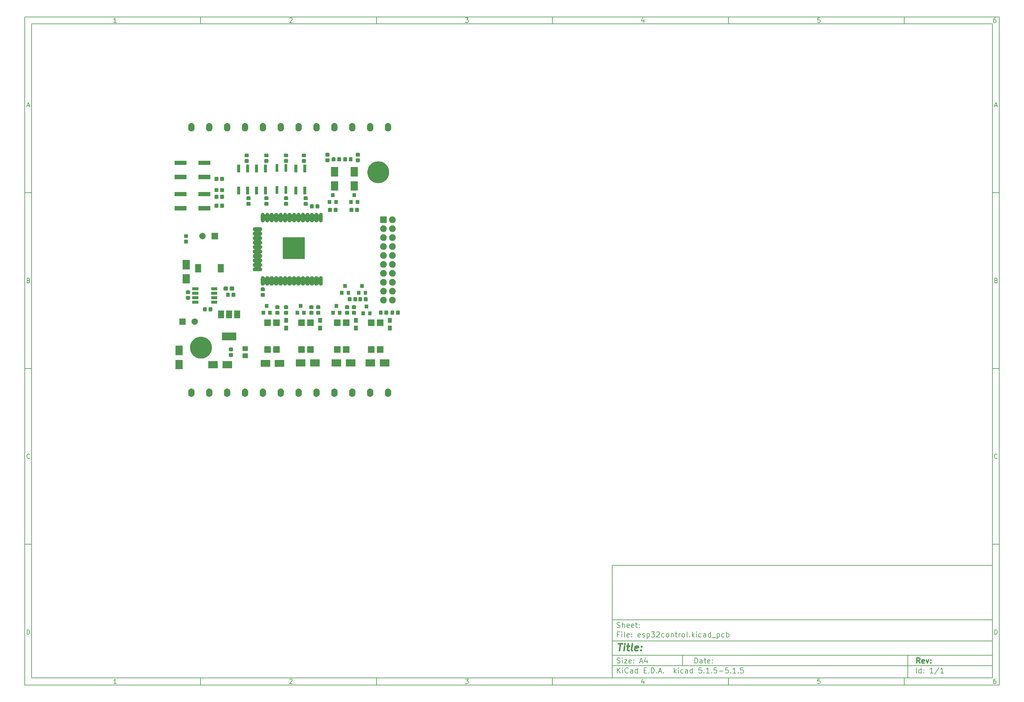
<source format=gts>
G04 #@! TF.GenerationSoftware,KiCad,Pcbnew,5.1.5-5.1.5*
G04 #@! TF.CreationDate,2020-03-30T20:46:44+02:00*
G04 #@! TF.ProjectId,esp32control,65737033-3263-46f6-9e74-726f6c2e6b69,rev?*
G04 #@! TF.SameCoordinates,Original*
G04 #@! TF.FileFunction,Soldermask,Top*
G04 #@! TF.FilePolarity,Negative*
%FSLAX46Y46*%
G04 Gerber Fmt 4.6, Leading zero omitted, Abs format (unit mm)*
G04 Created by KiCad (PCBNEW 5.1.5-5.1.5) date 2020-03-30 20:46:44*
%MOMM*%
%LPD*%
G04 APERTURE LIST*
%ADD10C,0.200000*%
%ADD11C,0.150000*%
%ADD12C,0.300000*%
%ADD13C,0.400000*%
G04 APERTURE END LIST*
D10*
D11*
X177002200Y-166007200D02*
X177002200Y-198007200D01*
X285002200Y-198007200D01*
X285002200Y-166007200D01*
X177002200Y-166007200D01*
D10*
D11*
X10000000Y-10000000D02*
X10000000Y-200007200D01*
X287002200Y-200007200D01*
X287002200Y-10000000D01*
X10000000Y-10000000D01*
D10*
D11*
X12000000Y-12000000D02*
X12000000Y-198007200D01*
X285002200Y-198007200D01*
X285002200Y-12000000D01*
X12000000Y-12000000D01*
D10*
D11*
X60000000Y-12000000D02*
X60000000Y-10000000D01*
D10*
D11*
X110000000Y-12000000D02*
X110000000Y-10000000D01*
D10*
D11*
X160000000Y-12000000D02*
X160000000Y-10000000D01*
D10*
D11*
X210000000Y-12000000D02*
X210000000Y-10000000D01*
D10*
D11*
X260000000Y-12000000D02*
X260000000Y-10000000D01*
D10*
D11*
X36065476Y-11588095D02*
X35322619Y-11588095D01*
X35694047Y-11588095D02*
X35694047Y-10288095D01*
X35570238Y-10473809D01*
X35446428Y-10597619D01*
X35322619Y-10659523D01*
D10*
D11*
X85322619Y-10411904D02*
X85384523Y-10350000D01*
X85508333Y-10288095D01*
X85817857Y-10288095D01*
X85941666Y-10350000D01*
X86003571Y-10411904D01*
X86065476Y-10535714D01*
X86065476Y-10659523D01*
X86003571Y-10845238D01*
X85260714Y-11588095D01*
X86065476Y-11588095D01*
D10*
D11*
X135260714Y-10288095D02*
X136065476Y-10288095D01*
X135632142Y-10783333D01*
X135817857Y-10783333D01*
X135941666Y-10845238D01*
X136003571Y-10907142D01*
X136065476Y-11030952D01*
X136065476Y-11340476D01*
X136003571Y-11464285D01*
X135941666Y-11526190D01*
X135817857Y-11588095D01*
X135446428Y-11588095D01*
X135322619Y-11526190D01*
X135260714Y-11464285D01*
D10*
D11*
X185941666Y-10721428D02*
X185941666Y-11588095D01*
X185632142Y-10226190D02*
X185322619Y-11154761D01*
X186127380Y-11154761D01*
D10*
D11*
X236003571Y-10288095D02*
X235384523Y-10288095D01*
X235322619Y-10907142D01*
X235384523Y-10845238D01*
X235508333Y-10783333D01*
X235817857Y-10783333D01*
X235941666Y-10845238D01*
X236003571Y-10907142D01*
X236065476Y-11030952D01*
X236065476Y-11340476D01*
X236003571Y-11464285D01*
X235941666Y-11526190D01*
X235817857Y-11588095D01*
X235508333Y-11588095D01*
X235384523Y-11526190D01*
X235322619Y-11464285D01*
D10*
D11*
X285941666Y-10288095D02*
X285694047Y-10288095D01*
X285570238Y-10350000D01*
X285508333Y-10411904D01*
X285384523Y-10597619D01*
X285322619Y-10845238D01*
X285322619Y-11340476D01*
X285384523Y-11464285D01*
X285446428Y-11526190D01*
X285570238Y-11588095D01*
X285817857Y-11588095D01*
X285941666Y-11526190D01*
X286003571Y-11464285D01*
X286065476Y-11340476D01*
X286065476Y-11030952D01*
X286003571Y-10907142D01*
X285941666Y-10845238D01*
X285817857Y-10783333D01*
X285570238Y-10783333D01*
X285446428Y-10845238D01*
X285384523Y-10907142D01*
X285322619Y-11030952D01*
D10*
D11*
X60000000Y-198007200D02*
X60000000Y-200007200D01*
D10*
D11*
X110000000Y-198007200D02*
X110000000Y-200007200D01*
D10*
D11*
X160000000Y-198007200D02*
X160000000Y-200007200D01*
D10*
D11*
X210000000Y-198007200D02*
X210000000Y-200007200D01*
D10*
D11*
X260000000Y-198007200D02*
X260000000Y-200007200D01*
D10*
D11*
X36065476Y-199595295D02*
X35322619Y-199595295D01*
X35694047Y-199595295D02*
X35694047Y-198295295D01*
X35570238Y-198481009D01*
X35446428Y-198604819D01*
X35322619Y-198666723D01*
D10*
D11*
X85322619Y-198419104D02*
X85384523Y-198357200D01*
X85508333Y-198295295D01*
X85817857Y-198295295D01*
X85941666Y-198357200D01*
X86003571Y-198419104D01*
X86065476Y-198542914D01*
X86065476Y-198666723D01*
X86003571Y-198852438D01*
X85260714Y-199595295D01*
X86065476Y-199595295D01*
D10*
D11*
X135260714Y-198295295D02*
X136065476Y-198295295D01*
X135632142Y-198790533D01*
X135817857Y-198790533D01*
X135941666Y-198852438D01*
X136003571Y-198914342D01*
X136065476Y-199038152D01*
X136065476Y-199347676D01*
X136003571Y-199471485D01*
X135941666Y-199533390D01*
X135817857Y-199595295D01*
X135446428Y-199595295D01*
X135322619Y-199533390D01*
X135260714Y-199471485D01*
D10*
D11*
X185941666Y-198728628D02*
X185941666Y-199595295D01*
X185632142Y-198233390D02*
X185322619Y-199161961D01*
X186127380Y-199161961D01*
D10*
D11*
X236003571Y-198295295D02*
X235384523Y-198295295D01*
X235322619Y-198914342D01*
X235384523Y-198852438D01*
X235508333Y-198790533D01*
X235817857Y-198790533D01*
X235941666Y-198852438D01*
X236003571Y-198914342D01*
X236065476Y-199038152D01*
X236065476Y-199347676D01*
X236003571Y-199471485D01*
X235941666Y-199533390D01*
X235817857Y-199595295D01*
X235508333Y-199595295D01*
X235384523Y-199533390D01*
X235322619Y-199471485D01*
D10*
D11*
X285941666Y-198295295D02*
X285694047Y-198295295D01*
X285570238Y-198357200D01*
X285508333Y-198419104D01*
X285384523Y-198604819D01*
X285322619Y-198852438D01*
X285322619Y-199347676D01*
X285384523Y-199471485D01*
X285446428Y-199533390D01*
X285570238Y-199595295D01*
X285817857Y-199595295D01*
X285941666Y-199533390D01*
X286003571Y-199471485D01*
X286065476Y-199347676D01*
X286065476Y-199038152D01*
X286003571Y-198914342D01*
X285941666Y-198852438D01*
X285817857Y-198790533D01*
X285570238Y-198790533D01*
X285446428Y-198852438D01*
X285384523Y-198914342D01*
X285322619Y-199038152D01*
D10*
D11*
X10000000Y-60000000D02*
X12000000Y-60000000D01*
D10*
D11*
X10000000Y-110000000D02*
X12000000Y-110000000D01*
D10*
D11*
X10000000Y-160000000D02*
X12000000Y-160000000D01*
D10*
D11*
X10690476Y-35216666D02*
X11309523Y-35216666D01*
X10566666Y-35588095D02*
X11000000Y-34288095D01*
X11433333Y-35588095D01*
D10*
D11*
X11092857Y-84907142D02*
X11278571Y-84969047D01*
X11340476Y-85030952D01*
X11402380Y-85154761D01*
X11402380Y-85340476D01*
X11340476Y-85464285D01*
X11278571Y-85526190D01*
X11154761Y-85588095D01*
X10659523Y-85588095D01*
X10659523Y-84288095D01*
X11092857Y-84288095D01*
X11216666Y-84350000D01*
X11278571Y-84411904D01*
X11340476Y-84535714D01*
X11340476Y-84659523D01*
X11278571Y-84783333D01*
X11216666Y-84845238D01*
X11092857Y-84907142D01*
X10659523Y-84907142D01*
D10*
D11*
X11402380Y-135464285D02*
X11340476Y-135526190D01*
X11154761Y-135588095D01*
X11030952Y-135588095D01*
X10845238Y-135526190D01*
X10721428Y-135402380D01*
X10659523Y-135278571D01*
X10597619Y-135030952D01*
X10597619Y-134845238D01*
X10659523Y-134597619D01*
X10721428Y-134473809D01*
X10845238Y-134350000D01*
X11030952Y-134288095D01*
X11154761Y-134288095D01*
X11340476Y-134350000D01*
X11402380Y-134411904D01*
D10*
D11*
X10659523Y-185588095D02*
X10659523Y-184288095D01*
X10969047Y-184288095D01*
X11154761Y-184350000D01*
X11278571Y-184473809D01*
X11340476Y-184597619D01*
X11402380Y-184845238D01*
X11402380Y-185030952D01*
X11340476Y-185278571D01*
X11278571Y-185402380D01*
X11154761Y-185526190D01*
X10969047Y-185588095D01*
X10659523Y-185588095D01*
D10*
D11*
X287002200Y-60000000D02*
X285002200Y-60000000D01*
D10*
D11*
X287002200Y-110000000D02*
X285002200Y-110000000D01*
D10*
D11*
X287002200Y-160000000D02*
X285002200Y-160000000D01*
D10*
D11*
X285692676Y-35216666D02*
X286311723Y-35216666D01*
X285568866Y-35588095D02*
X286002200Y-34288095D01*
X286435533Y-35588095D01*
D10*
D11*
X286095057Y-84907142D02*
X286280771Y-84969047D01*
X286342676Y-85030952D01*
X286404580Y-85154761D01*
X286404580Y-85340476D01*
X286342676Y-85464285D01*
X286280771Y-85526190D01*
X286156961Y-85588095D01*
X285661723Y-85588095D01*
X285661723Y-84288095D01*
X286095057Y-84288095D01*
X286218866Y-84350000D01*
X286280771Y-84411904D01*
X286342676Y-84535714D01*
X286342676Y-84659523D01*
X286280771Y-84783333D01*
X286218866Y-84845238D01*
X286095057Y-84907142D01*
X285661723Y-84907142D01*
D10*
D11*
X286404580Y-135464285D02*
X286342676Y-135526190D01*
X286156961Y-135588095D01*
X286033152Y-135588095D01*
X285847438Y-135526190D01*
X285723628Y-135402380D01*
X285661723Y-135278571D01*
X285599819Y-135030952D01*
X285599819Y-134845238D01*
X285661723Y-134597619D01*
X285723628Y-134473809D01*
X285847438Y-134350000D01*
X286033152Y-134288095D01*
X286156961Y-134288095D01*
X286342676Y-134350000D01*
X286404580Y-134411904D01*
D10*
D11*
X285661723Y-185588095D02*
X285661723Y-184288095D01*
X285971247Y-184288095D01*
X286156961Y-184350000D01*
X286280771Y-184473809D01*
X286342676Y-184597619D01*
X286404580Y-184845238D01*
X286404580Y-185030952D01*
X286342676Y-185278571D01*
X286280771Y-185402380D01*
X286156961Y-185526190D01*
X285971247Y-185588095D01*
X285661723Y-185588095D01*
D10*
D11*
X200434342Y-193785771D02*
X200434342Y-192285771D01*
X200791485Y-192285771D01*
X201005771Y-192357200D01*
X201148628Y-192500057D01*
X201220057Y-192642914D01*
X201291485Y-192928628D01*
X201291485Y-193142914D01*
X201220057Y-193428628D01*
X201148628Y-193571485D01*
X201005771Y-193714342D01*
X200791485Y-193785771D01*
X200434342Y-193785771D01*
X202577200Y-193785771D02*
X202577200Y-193000057D01*
X202505771Y-192857200D01*
X202362914Y-192785771D01*
X202077200Y-192785771D01*
X201934342Y-192857200D01*
X202577200Y-193714342D02*
X202434342Y-193785771D01*
X202077200Y-193785771D01*
X201934342Y-193714342D01*
X201862914Y-193571485D01*
X201862914Y-193428628D01*
X201934342Y-193285771D01*
X202077200Y-193214342D01*
X202434342Y-193214342D01*
X202577200Y-193142914D01*
X203077200Y-192785771D02*
X203648628Y-192785771D01*
X203291485Y-192285771D02*
X203291485Y-193571485D01*
X203362914Y-193714342D01*
X203505771Y-193785771D01*
X203648628Y-193785771D01*
X204720057Y-193714342D02*
X204577200Y-193785771D01*
X204291485Y-193785771D01*
X204148628Y-193714342D01*
X204077200Y-193571485D01*
X204077200Y-193000057D01*
X204148628Y-192857200D01*
X204291485Y-192785771D01*
X204577200Y-192785771D01*
X204720057Y-192857200D01*
X204791485Y-193000057D01*
X204791485Y-193142914D01*
X204077200Y-193285771D01*
X205434342Y-193642914D02*
X205505771Y-193714342D01*
X205434342Y-193785771D01*
X205362914Y-193714342D01*
X205434342Y-193642914D01*
X205434342Y-193785771D01*
X205434342Y-192857200D02*
X205505771Y-192928628D01*
X205434342Y-193000057D01*
X205362914Y-192928628D01*
X205434342Y-192857200D01*
X205434342Y-193000057D01*
D10*
D11*
X177002200Y-194507200D02*
X285002200Y-194507200D01*
D10*
D11*
X178434342Y-196585771D02*
X178434342Y-195085771D01*
X179291485Y-196585771D02*
X178648628Y-195728628D01*
X179291485Y-195085771D02*
X178434342Y-195942914D01*
X179934342Y-196585771D02*
X179934342Y-195585771D01*
X179934342Y-195085771D02*
X179862914Y-195157200D01*
X179934342Y-195228628D01*
X180005771Y-195157200D01*
X179934342Y-195085771D01*
X179934342Y-195228628D01*
X181505771Y-196442914D02*
X181434342Y-196514342D01*
X181220057Y-196585771D01*
X181077200Y-196585771D01*
X180862914Y-196514342D01*
X180720057Y-196371485D01*
X180648628Y-196228628D01*
X180577200Y-195942914D01*
X180577200Y-195728628D01*
X180648628Y-195442914D01*
X180720057Y-195300057D01*
X180862914Y-195157200D01*
X181077200Y-195085771D01*
X181220057Y-195085771D01*
X181434342Y-195157200D01*
X181505771Y-195228628D01*
X182791485Y-196585771D02*
X182791485Y-195800057D01*
X182720057Y-195657200D01*
X182577200Y-195585771D01*
X182291485Y-195585771D01*
X182148628Y-195657200D01*
X182791485Y-196514342D02*
X182648628Y-196585771D01*
X182291485Y-196585771D01*
X182148628Y-196514342D01*
X182077200Y-196371485D01*
X182077200Y-196228628D01*
X182148628Y-196085771D01*
X182291485Y-196014342D01*
X182648628Y-196014342D01*
X182791485Y-195942914D01*
X184148628Y-196585771D02*
X184148628Y-195085771D01*
X184148628Y-196514342D02*
X184005771Y-196585771D01*
X183720057Y-196585771D01*
X183577200Y-196514342D01*
X183505771Y-196442914D01*
X183434342Y-196300057D01*
X183434342Y-195871485D01*
X183505771Y-195728628D01*
X183577200Y-195657200D01*
X183720057Y-195585771D01*
X184005771Y-195585771D01*
X184148628Y-195657200D01*
X186005771Y-195800057D02*
X186505771Y-195800057D01*
X186720057Y-196585771D02*
X186005771Y-196585771D01*
X186005771Y-195085771D01*
X186720057Y-195085771D01*
X187362914Y-196442914D02*
X187434342Y-196514342D01*
X187362914Y-196585771D01*
X187291485Y-196514342D01*
X187362914Y-196442914D01*
X187362914Y-196585771D01*
X188077200Y-196585771D02*
X188077200Y-195085771D01*
X188434342Y-195085771D01*
X188648628Y-195157200D01*
X188791485Y-195300057D01*
X188862914Y-195442914D01*
X188934342Y-195728628D01*
X188934342Y-195942914D01*
X188862914Y-196228628D01*
X188791485Y-196371485D01*
X188648628Y-196514342D01*
X188434342Y-196585771D01*
X188077200Y-196585771D01*
X189577200Y-196442914D02*
X189648628Y-196514342D01*
X189577200Y-196585771D01*
X189505771Y-196514342D01*
X189577200Y-196442914D01*
X189577200Y-196585771D01*
X190220057Y-196157200D02*
X190934342Y-196157200D01*
X190077200Y-196585771D02*
X190577200Y-195085771D01*
X191077200Y-196585771D01*
X191577200Y-196442914D02*
X191648628Y-196514342D01*
X191577200Y-196585771D01*
X191505771Y-196514342D01*
X191577200Y-196442914D01*
X191577200Y-196585771D01*
X194577200Y-196585771D02*
X194577200Y-195085771D01*
X194720057Y-196014342D02*
X195148628Y-196585771D01*
X195148628Y-195585771D02*
X194577200Y-196157200D01*
X195791485Y-196585771D02*
X195791485Y-195585771D01*
X195791485Y-195085771D02*
X195720057Y-195157200D01*
X195791485Y-195228628D01*
X195862914Y-195157200D01*
X195791485Y-195085771D01*
X195791485Y-195228628D01*
X197148628Y-196514342D02*
X197005771Y-196585771D01*
X196720057Y-196585771D01*
X196577200Y-196514342D01*
X196505771Y-196442914D01*
X196434342Y-196300057D01*
X196434342Y-195871485D01*
X196505771Y-195728628D01*
X196577200Y-195657200D01*
X196720057Y-195585771D01*
X197005771Y-195585771D01*
X197148628Y-195657200D01*
X198434342Y-196585771D02*
X198434342Y-195800057D01*
X198362914Y-195657200D01*
X198220057Y-195585771D01*
X197934342Y-195585771D01*
X197791485Y-195657200D01*
X198434342Y-196514342D02*
X198291485Y-196585771D01*
X197934342Y-196585771D01*
X197791485Y-196514342D01*
X197720057Y-196371485D01*
X197720057Y-196228628D01*
X197791485Y-196085771D01*
X197934342Y-196014342D01*
X198291485Y-196014342D01*
X198434342Y-195942914D01*
X199791485Y-196585771D02*
X199791485Y-195085771D01*
X199791485Y-196514342D02*
X199648628Y-196585771D01*
X199362914Y-196585771D01*
X199220057Y-196514342D01*
X199148628Y-196442914D01*
X199077200Y-196300057D01*
X199077200Y-195871485D01*
X199148628Y-195728628D01*
X199220057Y-195657200D01*
X199362914Y-195585771D01*
X199648628Y-195585771D01*
X199791485Y-195657200D01*
X202362914Y-195085771D02*
X201648628Y-195085771D01*
X201577200Y-195800057D01*
X201648628Y-195728628D01*
X201791485Y-195657200D01*
X202148628Y-195657200D01*
X202291485Y-195728628D01*
X202362914Y-195800057D01*
X202434342Y-195942914D01*
X202434342Y-196300057D01*
X202362914Y-196442914D01*
X202291485Y-196514342D01*
X202148628Y-196585771D01*
X201791485Y-196585771D01*
X201648628Y-196514342D01*
X201577200Y-196442914D01*
X203077200Y-196442914D02*
X203148628Y-196514342D01*
X203077200Y-196585771D01*
X203005771Y-196514342D01*
X203077200Y-196442914D01*
X203077200Y-196585771D01*
X204577200Y-196585771D02*
X203720057Y-196585771D01*
X204148628Y-196585771D02*
X204148628Y-195085771D01*
X204005771Y-195300057D01*
X203862914Y-195442914D01*
X203720057Y-195514342D01*
X205220057Y-196442914D02*
X205291485Y-196514342D01*
X205220057Y-196585771D01*
X205148628Y-196514342D01*
X205220057Y-196442914D01*
X205220057Y-196585771D01*
X206648628Y-195085771D02*
X205934342Y-195085771D01*
X205862914Y-195800057D01*
X205934342Y-195728628D01*
X206077200Y-195657200D01*
X206434342Y-195657200D01*
X206577200Y-195728628D01*
X206648628Y-195800057D01*
X206720057Y-195942914D01*
X206720057Y-196300057D01*
X206648628Y-196442914D01*
X206577200Y-196514342D01*
X206434342Y-196585771D01*
X206077200Y-196585771D01*
X205934342Y-196514342D01*
X205862914Y-196442914D01*
X207362914Y-196014342D02*
X208505771Y-196014342D01*
X209934342Y-195085771D02*
X209220057Y-195085771D01*
X209148628Y-195800057D01*
X209220057Y-195728628D01*
X209362914Y-195657200D01*
X209720057Y-195657200D01*
X209862914Y-195728628D01*
X209934342Y-195800057D01*
X210005771Y-195942914D01*
X210005771Y-196300057D01*
X209934342Y-196442914D01*
X209862914Y-196514342D01*
X209720057Y-196585771D01*
X209362914Y-196585771D01*
X209220057Y-196514342D01*
X209148628Y-196442914D01*
X210648628Y-196442914D02*
X210720057Y-196514342D01*
X210648628Y-196585771D01*
X210577200Y-196514342D01*
X210648628Y-196442914D01*
X210648628Y-196585771D01*
X212148628Y-196585771D02*
X211291485Y-196585771D01*
X211720057Y-196585771D02*
X211720057Y-195085771D01*
X211577200Y-195300057D01*
X211434342Y-195442914D01*
X211291485Y-195514342D01*
X212791485Y-196442914D02*
X212862914Y-196514342D01*
X212791485Y-196585771D01*
X212720057Y-196514342D01*
X212791485Y-196442914D01*
X212791485Y-196585771D01*
X214220057Y-195085771D02*
X213505771Y-195085771D01*
X213434342Y-195800057D01*
X213505771Y-195728628D01*
X213648628Y-195657200D01*
X214005771Y-195657200D01*
X214148628Y-195728628D01*
X214220057Y-195800057D01*
X214291485Y-195942914D01*
X214291485Y-196300057D01*
X214220057Y-196442914D01*
X214148628Y-196514342D01*
X214005771Y-196585771D01*
X213648628Y-196585771D01*
X213505771Y-196514342D01*
X213434342Y-196442914D01*
D10*
D11*
X177002200Y-191507200D02*
X285002200Y-191507200D01*
D10*
D12*
X264411485Y-193785771D02*
X263911485Y-193071485D01*
X263554342Y-193785771D02*
X263554342Y-192285771D01*
X264125771Y-192285771D01*
X264268628Y-192357200D01*
X264340057Y-192428628D01*
X264411485Y-192571485D01*
X264411485Y-192785771D01*
X264340057Y-192928628D01*
X264268628Y-193000057D01*
X264125771Y-193071485D01*
X263554342Y-193071485D01*
X265625771Y-193714342D02*
X265482914Y-193785771D01*
X265197200Y-193785771D01*
X265054342Y-193714342D01*
X264982914Y-193571485D01*
X264982914Y-193000057D01*
X265054342Y-192857200D01*
X265197200Y-192785771D01*
X265482914Y-192785771D01*
X265625771Y-192857200D01*
X265697200Y-193000057D01*
X265697200Y-193142914D01*
X264982914Y-193285771D01*
X266197200Y-192785771D02*
X266554342Y-193785771D01*
X266911485Y-192785771D01*
X267482914Y-193642914D02*
X267554342Y-193714342D01*
X267482914Y-193785771D01*
X267411485Y-193714342D01*
X267482914Y-193642914D01*
X267482914Y-193785771D01*
X267482914Y-192857200D02*
X267554342Y-192928628D01*
X267482914Y-193000057D01*
X267411485Y-192928628D01*
X267482914Y-192857200D01*
X267482914Y-193000057D01*
D10*
D11*
X178362914Y-193714342D02*
X178577200Y-193785771D01*
X178934342Y-193785771D01*
X179077200Y-193714342D01*
X179148628Y-193642914D01*
X179220057Y-193500057D01*
X179220057Y-193357200D01*
X179148628Y-193214342D01*
X179077200Y-193142914D01*
X178934342Y-193071485D01*
X178648628Y-193000057D01*
X178505771Y-192928628D01*
X178434342Y-192857200D01*
X178362914Y-192714342D01*
X178362914Y-192571485D01*
X178434342Y-192428628D01*
X178505771Y-192357200D01*
X178648628Y-192285771D01*
X179005771Y-192285771D01*
X179220057Y-192357200D01*
X179862914Y-193785771D02*
X179862914Y-192785771D01*
X179862914Y-192285771D02*
X179791485Y-192357200D01*
X179862914Y-192428628D01*
X179934342Y-192357200D01*
X179862914Y-192285771D01*
X179862914Y-192428628D01*
X180434342Y-192785771D02*
X181220057Y-192785771D01*
X180434342Y-193785771D01*
X181220057Y-193785771D01*
X182362914Y-193714342D02*
X182220057Y-193785771D01*
X181934342Y-193785771D01*
X181791485Y-193714342D01*
X181720057Y-193571485D01*
X181720057Y-193000057D01*
X181791485Y-192857200D01*
X181934342Y-192785771D01*
X182220057Y-192785771D01*
X182362914Y-192857200D01*
X182434342Y-193000057D01*
X182434342Y-193142914D01*
X181720057Y-193285771D01*
X183077200Y-193642914D02*
X183148628Y-193714342D01*
X183077200Y-193785771D01*
X183005771Y-193714342D01*
X183077200Y-193642914D01*
X183077200Y-193785771D01*
X183077200Y-192857200D02*
X183148628Y-192928628D01*
X183077200Y-193000057D01*
X183005771Y-192928628D01*
X183077200Y-192857200D01*
X183077200Y-193000057D01*
X184862914Y-193357200D02*
X185577200Y-193357200D01*
X184720057Y-193785771D02*
X185220057Y-192285771D01*
X185720057Y-193785771D01*
X186862914Y-192785771D02*
X186862914Y-193785771D01*
X186505771Y-192214342D02*
X186148628Y-193285771D01*
X187077200Y-193285771D01*
D10*
D11*
X263434342Y-196585771D02*
X263434342Y-195085771D01*
X264791485Y-196585771D02*
X264791485Y-195085771D01*
X264791485Y-196514342D02*
X264648628Y-196585771D01*
X264362914Y-196585771D01*
X264220057Y-196514342D01*
X264148628Y-196442914D01*
X264077200Y-196300057D01*
X264077200Y-195871485D01*
X264148628Y-195728628D01*
X264220057Y-195657200D01*
X264362914Y-195585771D01*
X264648628Y-195585771D01*
X264791485Y-195657200D01*
X265505771Y-196442914D02*
X265577200Y-196514342D01*
X265505771Y-196585771D01*
X265434342Y-196514342D01*
X265505771Y-196442914D01*
X265505771Y-196585771D01*
X265505771Y-195657200D02*
X265577200Y-195728628D01*
X265505771Y-195800057D01*
X265434342Y-195728628D01*
X265505771Y-195657200D01*
X265505771Y-195800057D01*
X268148628Y-196585771D02*
X267291485Y-196585771D01*
X267720057Y-196585771D02*
X267720057Y-195085771D01*
X267577200Y-195300057D01*
X267434342Y-195442914D01*
X267291485Y-195514342D01*
X269862914Y-195014342D02*
X268577200Y-196942914D01*
X271148628Y-196585771D02*
X270291485Y-196585771D01*
X270720057Y-196585771D02*
X270720057Y-195085771D01*
X270577200Y-195300057D01*
X270434342Y-195442914D01*
X270291485Y-195514342D01*
D10*
D11*
X177002200Y-187507200D02*
X285002200Y-187507200D01*
D10*
D13*
X178714580Y-188211961D02*
X179857438Y-188211961D01*
X179036009Y-190211961D02*
X179286009Y-188211961D01*
X180274104Y-190211961D02*
X180440771Y-188878628D01*
X180524104Y-188211961D02*
X180416961Y-188307200D01*
X180500295Y-188402438D01*
X180607438Y-188307200D01*
X180524104Y-188211961D01*
X180500295Y-188402438D01*
X181107438Y-188878628D02*
X181869342Y-188878628D01*
X181476485Y-188211961D02*
X181262200Y-189926247D01*
X181333628Y-190116723D01*
X181512200Y-190211961D01*
X181702676Y-190211961D01*
X182655057Y-190211961D02*
X182476485Y-190116723D01*
X182405057Y-189926247D01*
X182619342Y-188211961D01*
X184190771Y-190116723D02*
X183988390Y-190211961D01*
X183607438Y-190211961D01*
X183428866Y-190116723D01*
X183357438Y-189926247D01*
X183452676Y-189164342D01*
X183571723Y-188973866D01*
X183774104Y-188878628D01*
X184155057Y-188878628D01*
X184333628Y-188973866D01*
X184405057Y-189164342D01*
X184381247Y-189354819D01*
X183405057Y-189545295D01*
X185155057Y-190021485D02*
X185238390Y-190116723D01*
X185131247Y-190211961D01*
X185047914Y-190116723D01*
X185155057Y-190021485D01*
X185131247Y-190211961D01*
X185286009Y-188973866D02*
X185369342Y-189069104D01*
X185262200Y-189164342D01*
X185178866Y-189069104D01*
X185286009Y-188973866D01*
X185262200Y-189164342D01*
D10*
D11*
X178934342Y-185600057D02*
X178434342Y-185600057D01*
X178434342Y-186385771D02*
X178434342Y-184885771D01*
X179148628Y-184885771D01*
X179720057Y-186385771D02*
X179720057Y-185385771D01*
X179720057Y-184885771D02*
X179648628Y-184957200D01*
X179720057Y-185028628D01*
X179791485Y-184957200D01*
X179720057Y-184885771D01*
X179720057Y-185028628D01*
X180648628Y-186385771D02*
X180505771Y-186314342D01*
X180434342Y-186171485D01*
X180434342Y-184885771D01*
X181791485Y-186314342D02*
X181648628Y-186385771D01*
X181362914Y-186385771D01*
X181220057Y-186314342D01*
X181148628Y-186171485D01*
X181148628Y-185600057D01*
X181220057Y-185457200D01*
X181362914Y-185385771D01*
X181648628Y-185385771D01*
X181791485Y-185457200D01*
X181862914Y-185600057D01*
X181862914Y-185742914D01*
X181148628Y-185885771D01*
X182505771Y-186242914D02*
X182577200Y-186314342D01*
X182505771Y-186385771D01*
X182434342Y-186314342D01*
X182505771Y-186242914D01*
X182505771Y-186385771D01*
X182505771Y-185457200D02*
X182577200Y-185528628D01*
X182505771Y-185600057D01*
X182434342Y-185528628D01*
X182505771Y-185457200D01*
X182505771Y-185600057D01*
X184934342Y-186314342D02*
X184791485Y-186385771D01*
X184505771Y-186385771D01*
X184362914Y-186314342D01*
X184291485Y-186171485D01*
X184291485Y-185600057D01*
X184362914Y-185457200D01*
X184505771Y-185385771D01*
X184791485Y-185385771D01*
X184934342Y-185457200D01*
X185005771Y-185600057D01*
X185005771Y-185742914D01*
X184291485Y-185885771D01*
X185577200Y-186314342D02*
X185720057Y-186385771D01*
X186005771Y-186385771D01*
X186148628Y-186314342D01*
X186220057Y-186171485D01*
X186220057Y-186100057D01*
X186148628Y-185957200D01*
X186005771Y-185885771D01*
X185791485Y-185885771D01*
X185648628Y-185814342D01*
X185577200Y-185671485D01*
X185577200Y-185600057D01*
X185648628Y-185457200D01*
X185791485Y-185385771D01*
X186005771Y-185385771D01*
X186148628Y-185457200D01*
X186862914Y-185385771D02*
X186862914Y-186885771D01*
X186862914Y-185457200D02*
X187005771Y-185385771D01*
X187291485Y-185385771D01*
X187434342Y-185457200D01*
X187505771Y-185528628D01*
X187577200Y-185671485D01*
X187577200Y-186100057D01*
X187505771Y-186242914D01*
X187434342Y-186314342D01*
X187291485Y-186385771D01*
X187005771Y-186385771D01*
X186862914Y-186314342D01*
X188077200Y-184885771D02*
X189005771Y-184885771D01*
X188505771Y-185457200D01*
X188720057Y-185457200D01*
X188862914Y-185528628D01*
X188934342Y-185600057D01*
X189005771Y-185742914D01*
X189005771Y-186100057D01*
X188934342Y-186242914D01*
X188862914Y-186314342D01*
X188720057Y-186385771D01*
X188291485Y-186385771D01*
X188148628Y-186314342D01*
X188077200Y-186242914D01*
X189577200Y-185028628D02*
X189648628Y-184957200D01*
X189791485Y-184885771D01*
X190148628Y-184885771D01*
X190291485Y-184957200D01*
X190362914Y-185028628D01*
X190434342Y-185171485D01*
X190434342Y-185314342D01*
X190362914Y-185528628D01*
X189505771Y-186385771D01*
X190434342Y-186385771D01*
X191720057Y-186314342D02*
X191577200Y-186385771D01*
X191291485Y-186385771D01*
X191148628Y-186314342D01*
X191077200Y-186242914D01*
X191005771Y-186100057D01*
X191005771Y-185671485D01*
X191077200Y-185528628D01*
X191148628Y-185457200D01*
X191291485Y-185385771D01*
X191577200Y-185385771D01*
X191720057Y-185457200D01*
X192577200Y-186385771D02*
X192434342Y-186314342D01*
X192362914Y-186242914D01*
X192291485Y-186100057D01*
X192291485Y-185671485D01*
X192362914Y-185528628D01*
X192434342Y-185457200D01*
X192577200Y-185385771D01*
X192791485Y-185385771D01*
X192934342Y-185457200D01*
X193005771Y-185528628D01*
X193077200Y-185671485D01*
X193077200Y-186100057D01*
X193005771Y-186242914D01*
X192934342Y-186314342D01*
X192791485Y-186385771D01*
X192577200Y-186385771D01*
X193720057Y-185385771D02*
X193720057Y-186385771D01*
X193720057Y-185528628D02*
X193791485Y-185457200D01*
X193934342Y-185385771D01*
X194148628Y-185385771D01*
X194291485Y-185457200D01*
X194362914Y-185600057D01*
X194362914Y-186385771D01*
X194862914Y-185385771D02*
X195434342Y-185385771D01*
X195077200Y-184885771D02*
X195077200Y-186171485D01*
X195148628Y-186314342D01*
X195291485Y-186385771D01*
X195434342Y-186385771D01*
X195934342Y-186385771D02*
X195934342Y-185385771D01*
X195934342Y-185671485D02*
X196005771Y-185528628D01*
X196077200Y-185457200D01*
X196220057Y-185385771D01*
X196362914Y-185385771D01*
X197077200Y-186385771D02*
X196934342Y-186314342D01*
X196862914Y-186242914D01*
X196791485Y-186100057D01*
X196791485Y-185671485D01*
X196862914Y-185528628D01*
X196934342Y-185457200D01*
X197077200Y-185385771D01*
X197291485Y-185385771D01*
X197434342Y-185457200D01*
X197505771Y-185528628D01*
X197577200Y-185671485D01*
X197577200Y-186100057D01*
X197505771Y-186242914D01*
X197434342Y-186314342D01*
X197291485Y-186385771D01*
X197077200Y-186385771D01*
X198434342Y-186385771D02*
X198291485Y-186314342D01*
X198220057Y-186171485D01*
X198220057Y-184885771D01*
X199005771Y-186242914D02*
X199077200Y-186314342D01*
X199005771Y-186385771D01*
X198934342Y-186314342D01*
X199005771Y-186242914D01*
X199005771Y-186385771D01*
X199720057Y-186385771D02*
X199720057Y-184885771D01*
X199862914Y-185814342D02*
X200291485Y-186385771D01*
X200291485Y-185385771D02*
X199720057Y-185957200D01*
X200934342Y-186385771D02*
X200934342Y-185385771D01*
X200934342Y-184885771D02*
X200862914Y-184957200D01*
X200934342Y-185028628D01*
X201005771Y-184957200D01*
X200934342Y-184885771D01*
X200934342Y-185028628D01*
X202291485Y-186314342D02*
X202148628Y-186385771D01*
X201862914Y-186385771D01*
X201720057Y-186314342D01*
X201648628Y-186242914D01*
X201577200Y-186100057D01*
X201577200Y-185671485D01*
X201648628Y-185528628D01*
X201720057Y-185457200D01*
X201862914Y-185385771D01*
X202148628Y-185385771D01*
X202291485Y-185457200D01*
X203577200Y-186385771D02*
X203577200Y-185600057D01*
X203505771Y-185457200D01*
X203362914Y-185385771D01*
X203077200Y-185385771D01*
X202934342Y-185457200D01*
X203577200Y-186314342D02*
X203434342Y-186385771D01*
X203077200Y-186385771D01*
X202934342Y-186314342D01*
X202862914Y-186171485D01*
X202862914Y-186028628D01*
X202934342Y-185885771D01*
X203077200Y-185814342D01*
X203434342Y-185814342D01*
X203577200Y-185742914D01*
X204934342Y-186385771D02*
X204934342Y-184885771D01*
X204934342Y-186314342D02*
X204791485Y-186385771D01*
X204505771Y-186385771D01*
X204362914Y-186314342D01*
X204291485Y-186242914D01*
X204220057Y-186100057D01*
X204220057Y-185671485D01*
X204291485Y-185528628D01*
X204362914Y-185457200D01*
X204505771Y-185385771D01*
X204791485Y-185385771D01*
X204934342Y-185457200D01*
X205291485Y-186528628D02*
X206434342Y-186528628D01*
X206791485Y-185385771D02*
X206791485Y-186885771D01*
X206791485Y-185457200D02*
X206934342Y-185385771D01*
X207220057Y-185385771D01*
X207362914Y-185457200D01*
X207434342Y-185528628D01*
X207505771Y-185671485D01*
X207505771Y-186100057D01*
X207434342Y-186242914D01*
X207362914Y-186314342D01*
X207220057Y-186385771D01*
X206934342Y-186385771D01*
X206791485Y-186314342D01*
X208791485Y-186314342D02*
X208648628Y-186385771D01*
X208362914Y-186385771D01*
X208220057Y-186314342D01*
X208148628Y-186242914D01*
X208077200Y-186100057D01*
X208077200Y-185671485D01*
X208148628Y-185528628D01*
X208220057Y-185457200D01*
X208362914Y-185385771D01*
X208648628Y-185385771D01*
X208791485Y-185457200D01*
X209434342Y-186385771D02*
X209434342Y-184885771D01*
X209434342Y-185457200D02*
X209577200Y-185385771D01*
X209862914Y-185385771D01*
X210005771Y-185457200D01*
X210077200Y-185528628D01*
X210148628Y-185671485D01*
X210148628Y-186100057D01*
X210077200Y-186242914D01*
X210005771Y-186314342D01*
X209862914Y-186385771D01*
X209577200Y-186385771D01*
X209434342Y-186314342D01*
D10*
D11*
X177002200Y-181507200D02*
X285002200Y-181507200D01*
D10*
D11*
X178362914Y-183614342D02*
X178577200Y-183685771D01*
X178934342Y-183685771D01*
X179077200Y-183614342D01*
X179148628Y-183542914D01*
X179220057Y-183400057D01*
X179220057Y-183257200D01*
X179148628Y-183114342D01*
X179077200Y-183042914D01*
X178934342Y-182971485D01*
X178648628Y-182900057D01*
X178505771Y-182828628D01*
X178434342Y-182757200D01*
X178362914Y-182614342D01*
X178362914Y-182471485D01*
X178434342Y-182328628D01*
X178505771Y-182257200D01*
X178648628Y-182185771D01*
X179005771Y-182185771D01*
X179220057Y-182257200D01*
X179862914Y-183685771D02*
X179862914Y-182185771D01*
X180505771Y-183685771D02*
X180505771Y-182900057D01*
X180434342Y-182757200D01*
X180291485Y-182685771D01*
X180077200Y-182685771D01*
X179934342Y-182757200D01*
X179862914Y-182828628D01*
X181791485Y-183614342D02*
X181648628Y-183685771D01*
X181362914Y-183685771D01*
X181220057Y-183614342D01*
X181148628Y-183471485D01*
X181148628Y-182900057D01*
X181220057Y-182757200D01*
X181362914Y-182685771D01*
X181648628Y-182685771D01*
X181791485Y-182757200D01*
X181862914Y-182900057D01*
X181862914Y-183042914D01*
X181148628Y-183185771D01*
X183077200Y-183614342D02*
X182934342Y-183685771D01*
X182648628Y-183685771D01*
X182505771Y-183614342D01*
X182434342Y-183471485D01*
X182434342Y-182900057D01*
X182505771Y-182757200D01*
X182648628Y-182685771D01*
X182934342Y-182685771D01*
X183077200Y-182757200D01*
X183148628Y-182900057D01*
X183148628Y-183042914D01*
X182434342Y-183185771D01*
X183577200Y-182685771D02*
X184148628Y-182685771D01*
X183791485Y-182185771D02*
X183791485Y-183471485D01*
X183862914Y-183614342D01*
X184005771Y-183685771D01*
X184148628Y-183685771D01*
X184648628Y-183542914D02*
X184720057Y-183614342D01*
X184648628Y-183685771D01*
X184577200Y-183614342D01*
X184648628Y-183542914D01*
X184648628Y-183685771D01*
X184648628Y-182757200D02*
X184720057Y-182828628D01*
X184648628Y-182900057D01*
X184577200Y-182828628D01*
X184648628Y-182757200D01*
X184648628Y-182900057D01*
D10*
D11*
X197002200Y-191507200D02*
X197002200Y-194507200D01*
D10*
D11*
X261002200Y-191507200D02*
X261002200Y-198007200D01*
D10*
G36*
X57544926Y-115681522D02*
G01*
X57544929Y-115681523D01*
X57544930Y-115681523D01*
X57714580Y-115732986D01*
X57714582Y-115732987D01*
X57714585Y-115732988D01*
X57870932Y-115816556D01*
X58007975Y-115929025D01*
X58120444Y-116066069D01*
X58204012Y-116222414D01*
X58255478Y-116392073D01*
X58268500Y-116524289D01*
X58268500Y-117212710D01*
X58255478Y-117344926D01*
X58255477Y-117344928D01*
X58255477Y-117344931D01*
X58204014Y-117514581D01*
X58204012Y-117514584D01*
X58204012Y-117514585D01*
X58120444Y-117670932D01*
X58007975Y-117807975D01*
X57870931Y-117920444D01*
X57714586Y-118004012D01*
X57714583Y-118004013D01*
X57714581Y-118004014D01*
X57544931Y-118055477D01*
X57544930Y-118055477D01*
X57544927Y-118055478D01*
X57368500Y-118072854D01*
X57192074Y-118055478D01*
X57192071Y-118055477D01*
X57192070Y-118055477D01*
X57022420Y-118004014D01*
X57022418Y-118004013D01*
X57022415Y-118004012D01*
X56866070Y-117920444D01*
X56729026Y-117807975D01*
X56616557Y-117670931D01*
X56532986Y-117514581D01*
X56481522Y-117344932D01*
X56468500Y-117212711D01*
X56468500Y-116524290D01*
X56481522Y-116392074D01*
X56481523Y-116392070D01*
X56532986Y-116222420D01*
X56532987Y-116222418D01*
X56532988Y-116222415D01*
X56616556Y-116066068D01*
X56729025Y-115929025D01*
X56866069Y-115816556D01*
X57022414Y-115732988D01*
X57022417Y-115732987D01*
X57022419Y-115732986D01*
X57192069Y-115681523D01*
X57192070Y-115681523D01*
X57192073Y-115681522D01*
X57368500Y-115664146D01*
X57544926Y-115681522D01*
G37*
G36*
X67704926Y-115681522D02*
G01*
X67704929Y-115681523D01*
X67704930Y-115681523D01*
X67874580Y-115732986D01*
X67874582Y-115732987D01*
X67874585Y-115732988D01*
X68030932Y-115816556D01*
X68167975Y-115929025D01*
X68280444Y-116066069D01*
X68364012Y-116222414D01*
X68415478Y-116392073D01*
X68428500Y-116524289D01*
X68428500Y-117212710D01*
X68415478Y-117344926D01*
X68415477Y-117344928D01*
X68415477Y-117344931D01*
X68364014Y-117514581D01*
X68364012Y-117514584D01*
X68364012Y-117514585D01*
X68280444Y-117670932D01*
X68167975Y-117807975D01*
X68030931Y-117920444D01*
X67874586Y-118004012D01*
X67874583Y-118004013D01*
X67874581Y-118004014D01*
X67704931Y-118055477D01*
X67704930Y-118055477D01*
X67704927Y-118055478D01*
X67528500Y-118072854D01*
X67352074Y-118055478D01*
X67352071Y-118055477D01*
X67352070Y-118055477D01*
X67182420Y-118004014D01*
X67182418Y-118004013D01*
X67182415Y-118004012D01*
X67026070Y-117920444D01*
X66889026Y-117807975D01*
X66776557Y-117670931D01*
X66692986Y-117514581D01*
X66641522Y-117344932D01*
X66628500Y-117212711D01*
X66628500Y-116524290D01*
X66641522Y-116392074D01*
X66641523Y-116392070D01*
X66692986Y-116222420D01*
X66692987Y-116222418D01*
X66692988Y-116222415D01*
X66776556Y-116066068D01*
X66889025Y-115929025D01*
X67026069Y-115816556D01*
X67182414Y-115732988D01*
X67182417Y-115732987D01*
X67182419Y-115732986D01*
X67352069Y-115681523D01*
X67352070Y-115681523D01*
X67352073Y-115681522D01*
X67528500Y-115664146D01*
X67704926Y-115681522D01*
G37*
G36*
X72784926Y-115681522D02*
G01*
X72784929Y-115681523D01*
X72784930Y-115681523D01*
X72954580Y-115732986D01*
X72954582Y-115732987D01*
X72954585Y-115732988D01*
X73110932Y-115816556D01*
X73247975Y-115929025D01*
X73360444Y-116066069D01*
X73444012Y-116222414D01*
X73495478Y-116392073D01*
X73508500Y-116524289D01*
X73508500Y-117212710D01*
X73495478Y-117344926D01*
X73495477Y-117344928D01*
X73495477Y-117344931D01*
X73444014Y-117514581D01*
X73444012Y-117514584D01*
X73444012Y-117514585D01*
X73360444Y-117670932D01*
X73247975Y-117807975D01*
X73110931Y-117920444D01*
X72954586Y-118004012D01*
X72954583Y-118004013D01*
X72954581Y-118004014D01*
X72784931Y-118055477D01*
X72784930Y-118055477D01*
X72784927Y-118055478D01*
X72608500Y-118072854D01*
X72432074Y-118055478D01*
X72432071Y-118055477D01*
X72432070Y-118055477D01*
X72262420Y-118004014D01*
X72262418Y-118004013D01*
X72262415Y-118004012D01*
X72106070Y-117920444D01*
X71969026Y-117807975D01*
X71856557Y-117670931D01*
X71772986Y-117514581D01*
X71721522Y-117344932D01*
X71708500Y-117212711D01*
X71708500Y-116524290D01*
X71721522Y-116392074D01*
X71721523Y-116392070D01*
X71772986Y-116222420D01*
X71772987Y-116222418D01*
X71772988Y-116222415D01*
X71856556Y-116066068D01*
X71969025Y-115929025D01*
X72106069Y-115816556D01*
X72262414Y-115732988D01*
X72262417Y-115732987D01*
X72262419Y-115732986D01*
X72432069Y-115681523D01*
X72432070Y-115681523D01*
X72432073Y-115681522D01*
X72608500Y-115664146D01*
X72784926Y-115681522D01*
G37*
G36*
X77864926Y-115681522D02*
G01*
X77864929Y-115681523D01*
X77864930Y-115681523D01*
X78034580Y-115732986D01*
X78034582Y-115732987D01*
X78034585Y-115732988D01*
X78190932Y-115816556D01*
X78327975Y-115929025D01*
X78440444Y-116066069D01*
X78524012Y-116222414D01*
X78575478Y-116392073D01*
X78588500Y-116524289D01*
X78588500Y-117212710D01*
X78575478Y-117344926D01*
X78575477Y-117344928D01*
X78575477Y-117344931D01*
X78524014Y-117514581D01*
X78524012Y-117514584D01*
X78524012Y-117514585D01*
X78440444Y-117670932D01*
X78327975Y-117807975D01*
X78190931Y-117920444D01*
X78034586Y-118004012D01*
X78034583Y-118004013D01*
X78034581Y-118004014D01*
X77864931Y-118055477D01*
X77864930Y-118055477D01*
X77864927Y-118055478D01*
X77688500Y-118072854D01*
X77512074Y-118055478D01*
X77512071Y-118055477D01*
X77512070Y-118055477D01*
X77342420Y-118004014D01*
X77342418Y-118004013D01*
X77342415Y-118004012D01*
X77186070Y-117920444D01*
X77049026Y-117807975D01*
X76936557Y-117670931D01*
X76852986Y-117514581D01*
X76801522Y-117344932D01*
X76788500Y-117212711D01*
X76788500Y-116524290D01*
X76801522Y-116392074D01*
X76801523Y-116392070D01*
X76852986Y-116222420D01*
X76852987Y-116222418D01*
X76852988Y-116222415D01*
X76936556Y-116066068D01*
X77049025Y-115929025D01*
X77186069Y-115816556D01*
X77342414Y-115732988D01*
X77342417Y-115732987D01*
X77342419Y-115732986D01*
X77512069Y-115681523D01*
X77512070Y-115681523D01*
X77512073Y-115681522D01*
X77688500Y-115664146D01*
X77864926Y-115681522D01*
G37*
G36*
X82944926Y-115681522D02*
G01*
X82944929Y-115681523D01*
X82944930Y-115681523D01*
X83114580Y-115732986D01*
X83114582Y-115732987D01*
X83114585Y-115732988D01*
X83270932Y-115816556D01*
X83407975Y-115929025D01*
X83520444Y-116066069D01*
X83604012Y-116222414D01*
X83655478Y-116392073D01*
X83668500Y-116524289D01*
X83668500Y-117212710D01*
X83655478Y-117344926D01*
X83655477Y-117344928D01*
X83655477Y-117344931D01*
X83604014Y-117514581D01*
X83604012Y-117514584D01*
X83604012Y-117514585D01*
X83520444Y-117670932D01*
X83407975Y-117807975D01*
X83270931Y-117920444D01*
X83114586Y-118004012D01*
X83114583Y-118004013D01*
X83114581Y-118004014D01*
X82944931Y-118055477D01*
X82944930Y-118055477D01*
X82944927Y-118055478D01*
X82768500Y-118072854D01*
X82592074Y-118055478D01*
X82592071Y-118055477D01*
X82592070Y-118055477D01*
X82422420Y-118004014D01*
X82422418Y-118004013D01*
X82422415Y-118004012D01*
X82266070Y-117920444D01*
X82129026Y-117807975D01*
X82016557Y-117670931D01*
X81932986Y-117514581D01*
X81881522Y-117344932D01*
X81868500Y-117212711D01*
X81868500Y-116524290D01*
X81881522Y-116392074D01*
X81881523Y-116392070D01*
X81932986Y-116222420D01*
X81932987Y-116222418D01*
X81932988Y-116222415D01*
X82016556Y-116066068D01*
X82129025Y-115929025D01*
X82266069Y-115816556D01*
X82422414Y-115732988D01*
X82422417Y-115732987D01*
X82422419Y-115732986D01*
X82592069Y-115681523D01*
X82592070Y-115681523D01*
X82592073Y-115681522D01*
X82768500Y-115664146D01*
X82944926Y-115681522D01*
G37*
G36*
X88024926Y-115681522D02*
G01*
X88024929Y-115681523D01*
X88024930Y-115681523D01*
X88194580Y-115732986D01*
X88194582Y-115732987D01*
X88194585Y-115732988D01*
X88350932Y-115816556D01*
X88487975Y-115929025D01*
X88600444Y-116066069D01*
X88684012Y-116222414D01*
X88735478Y-116392073D01*
X88748500Y-116524289D01*
X88748500Y-117212710D01*
X88735478Y-117344926D01*
X88735477Y-117344928D01*
X88735477Y-117344931D01*
X88684014Y-117514581D01*
X88684012Y-117514584D01*
X88684012Y-117514585D01*
X88600444Y-117670932D01*
X88487975Y-117807975D01*
X88350931Y-117920444D01*
X88194586Y-118004012D01*
X88194583Y-118004013D01*
X88194581Y-118004014D01*
X88024931Y-118055477D01*
X88024930Y-118055477D01*
X88024927Y-118055478D01*
X87848500Y-118072854D01*
X87672074Y-118055478D01*
X87672071Y-118055477D01*
X87672070Y-118055477D01*
X87502420Y-118004014D01*
X87502418Y-118004013D01*
X87502415Y-118004012D01*
X87346070Y-117920444D01*
X87209026Y-117807975D01*
X87096557Y-117670931D01*
X87012986Y-117514581D01*
X86961522Y-117344932D01*
X86948500Y-117212711D01*
X86948500Y-116524290D01*
X86961522Y-116392074D01*
X86961523Y-116392070D01*
X87012986Y-116222420D01*
X87012987Y-116222418D01*
X87012988Y-116222415D01*
X87096556Y-116066068D01*
X87209025Y-115929025D01*
X87346069Y-115816556D01*
X87502414Y-115732988D01*
X87502417Y-115732987D01*
X87502419Y-115732986D01*
X87672069Y-115681523D01*
X87672070Y-115681523D01*
X87672073Y-115681522D01*
X87848500Y-115664146D01*
X88024926Y-115681522D01*
G37*
G36*
X93104926Y-115681522D02*
G01*
X93104929Y-115681523D01*
X93104930Y-115681523D01*
X93274580Y-115732986D01*
X93274582Y-115732987D01*
X93274585Y-115732988D01*
X93430932Y-115816556D01*
X93567975Y-115929025D01*
X93680444Y-116066069D01*
X93764012Y-116222414D01*
X93815478Y-116392073D01*
X93828500Y-116524289D01*
X93828500Y-117212710D01*
X93815478Y-117344926D01*
X93815477Y-117344928D01*
X93815477Y-117344931D01*
X93764014Y-117514581D01*
X93764012Y-117514584D01*
X93764012Y-117514585D01*
X93680444Y-117670932D01*
X93567975Y-117807975D01*
X93430931Y-117920444D01*
X93274586Y-118004012D01*
X93274583Y-118004013D01*
X93274581Y-118004014D01*
X93104931Y-118055477D01*
X93104930Y-118055477D01*
X93104927Y-118055478D01*
X92928500Y-118072854D01*
X92752074Y-118055478D01*
X92752071Y-118055477D01*
X92752070Y-118055477D01*
X92582420Y-118004014D01*
X92582418Y-118004013D01*
X92582415Y-118004012D01*
X92426070Y-117920444D01*
X92289026Y-117807975D01*
X92176557Y-117670931D01*
X92092986Y-117514581D01*
X92041522Y-117344932D01*
X92028500Y-117212711D01*
X92028500Y-116524290D01*
X92041522Y-116392074D01*
X92041523Y-116392070D01*
X92092986Y-116222420D01*
X92092987Y-116222418D01*
X92092988Y-116222415D01*
X92176556Y-116066068D01*
X92289025Y-115929025D01*
X92426069Y-115816556D01*
X92582414Y-115732988D01*
X92582417Y-115732987D01*
X92582419Y-115732986D01*
X92752069Y-115681523D01*
X92752070Y-115681523D01*
X92752073Y-115681522D01*
X92928500Y-115664146D01*
X93104926Y-115681522D01*
G37*
G36*
X98184926Y-115681522D02*
G01*
X98184929Y-115681523D01*
X98184930Y-115681523D01*
X98354580Y-115732986D01*
X98354582Y-115732987D01*
X98354585Y-115732988D01*
X98510932Y-115816556D01*
X98647975Y-115929025D01*
X98760444Y-116066069D01*
X98844012Y-116222414D01*
X98895478Y-116392073D01*
X98908500Y-116524289D01*
X98908500Y-117212710D01*
X98895478Y-117344926D01*
X98895477Y-117344928D01*
X98895477Y-117344931D01*
X98844014Y-117514581D01*
X98844012Y-117514584D01*
X98844012Y-117514585D01*
X98760444Y-117670932D01*
X98647975Y-117807975D01*
X98510931Y-117920444D01*
X98354586Y-118004012D01*
X98354583Y-118004013D01*
X98354581Y-118004014D01*
X98184931Y-118055477D01*
X98184930Y-118055477D01*
X98184927Y-118055478D01*
X98008500Y-118072854D01*
X97832074Y-118055478D01*
X97832071Y-118055477D01*
X97832070Y-118055477D01*
X97662420Y-118004014D01*
X97662418Y-118004013D01*
X97662415Y-118004012D01*
X97506070Y-117920444D01*
X97369026Y-117807975D01*
X97256557Y-117670931D01*
X97172986Y-117514581D01*
X97121522Y-117344932D01*
X97108500Y-117212711D01*
X97108500Y-116524290D01*
X97121522Y-116392074D01*
X97121523Y-116392070D01*
X97172986Y-116222420D01*
X97172987Y-116222418D01*
X97172988Y-116222415D01*
X97256556Y-116066068D01*
X97369025Y-115929025D01*
X97506069Y-115816556D01*
X97662414Y-115732988D01*
X97662417Y-115732987D01*
X97662419Y-115732986D01*
X97832069Y-115681523D01*
X97832070Y-115681523D01*
X97832073Y-115681522D01*
X98008500Y-115664146D01*
X98184926Y-115681522D01*
G37*
G36*
X103264926Y-115681522D02*
G01*
X103264929Y-115681523D01*
X103264930Y-115681523D01*
X103434580Y-115732986D01*
X103434582Y-115732987D01*
X103434585Y-115732988D01*
X103590932Y-115816556D01*
X103727975Y-115929025D01*
X103840444Y-116066069D01*
X103924012Y-116222414D01*
X103975478Y-116392073D01*
X103988500Y-116524289D01*
X103988500Y-117212710D01*
X103975478Y-117344926D01*
X103975477Y-117344928D01*
X103975477Y-117344931D01*
X103924014Y-117514581D01*
X103924012Y-117514584D01*
X103924012Y-117514585D01*
X103840444Y-117670932D01*
X103727975Y-117807975D01*
X103590931Y-117920444D01*
X103434586Y-118004012D01*
X103434583Y-118004013D01*
X103434581Y-118004014D01*
X103264931Y-118055477D01*
X103264930Y-118055477D01*
X103264927Y-118055478D01*
X103088500Y-118072854D01*
X102912074Y-118055478D01*
X102912071Y-118055477D01*
X102912070Y-118055477D01*
X102742420Y-118004014D01*
X102742418Y-118004013D01*
X102742415Y-118004012D01*
X102586070Y-117920444D01*
X102449026Y-117807975D01*
X102336557Y-117670931D01*
X102252986Y-117514581D01*
X102201522Y-117344932D01*
X102188500Y-117212711D01*
X102188500Y-116524290D01*
X102201522Y-116392074D01*
X102201523Y-116392070D01*
X102252986Y-116222420D01*
X102252987Y-116222418D01*
X102252988Y-116222415D01*
X102336556Y-116066068D01*
X102449025Y-115929025D01*
X102586069Y-115816556D01*
X102742414Y-115732988D01*
X102742417Y-115732987D01*
X102742419Y-115732986D01*
X102912069Y-115681523D01*
X102912070Y-115681523D01*
X102912073Y-115681522D01*
X103088500Y-115664146D01*
X103264926Y-115681522D01*
G37*
G36*
X108344926Y-115681522D02*
G01*
X108344929Y-115681523D01*
X108344930Y-115681523D01*
X108514580Y-115732986D01*
X108514582Y-115732987D01*
X108514585Y-115732988D01*
X108670932Y-115816556D01*
X108807975Y-115929025D01*
X108920444Y-116066069D01*
X109004012Y-116222414D01*
X109055478Y-116392073D01*
X109068500Y-116524289D01*
X109068500Y-117212710D01*
X109055478Y-117344926D01*
X109055477Y-117344928D01*
X109055477Y-117344931D01*
X109004014Y-117514581D01*
X109004012Y-117514584D01*
X109004012Y-117514585D01*
X108920444Y-117670932D01*
X108807975Y-117807975D01*
X108670931Y-117920444D01*
X108514586Y-118004012D01*
X108514583Y-118004013D01*
X108514581Y-118004014D01*
X108344931Y-118055477D01*
X108344930Y-118055477D01*
X108344927Y-118055478D01*
X108168500Y-118072854D01*
X107992074Y-118055478D01*
X107992071Y-118055477D01*
X107992070Y-118055477D01*
X107822420Y-118004014D01*
X107822418Y-118004013D01*
X107822415Y-118004012D01*
X107666070Y-117920444D01*
X107529026Y-117807975D01*
X107416557Y-117670931D01*
X107332986Y-117514581D01*
X107281522Y-117344932D01*
X107268500Y-117212711D01*
X107268500Y-116524290D01*
X107281522Y-116392074D01*
X107281523Y-116392070D01*
X107332986Y-116222420D01*
X107332987Y-116222418D01*
X107332988Y-116222415D01*
X107416556Y-116066068D01*
X107529025Y-115929025D01*
X107666069Y-115816556D01*
X107822414Y-115732988D01*
X107822417Y-115732987D01*
X107822419Y-115732986D01*
X107992069Y-115681523D01*
X107992070Y-115681523D01*
X107992073Y-115681522D01*
X108168500Y-115664146D01*
X108344926Y-115681522D01*
G37*
G36*
X113424926Y-115681522D02*
G01*
X113424929Y-115681523D01*
X113424930Y-115681523D01*
X113594580Y-115732986D01*
X113594582Y-115732987D01*
X113594585Y-115732988D01*
X113750932Y-115816556D01*
X113887975Y-115929025D01*
X114000444Y-116066069D01*
X114084012Y-116222414D01*
X114135478Y-116392073D01*
X114148500Y-116524289D01*
X114148500Y-117212710D01*
X114135478Y-117344926D01*
X114135477Y-117344928D01*
X114135477Y-117344931D01*
X114084014Y-117514581D01*
X114084012Y-117514584D01*
X114084012Y-117514585D01*
X114000444Y-117670932D01*
X113887975Y-117807975D01*
X113750931Y-117920444D01*
X113594586Y-118004012D01*
X113594583Y-118004013D01*
X113594581Y-118004014D01*
X113424931Y-118055477D01*
X113424930Y-118055477D01*
X113424927Y-118055478D01*
X113248500Y-118072854D01*
X113072074Y-118055478D01*
X113072071Y-118055477D01*
X113072070Y-118055477D01*
X112902420Y-118004014D01*
X112902418Y-118004013D01*
X112902415Y-118004012D01*
X112746070Y-117920444D01*
X112609026Y-117807975D01*
X112496557Y-117670931D01*
X112412986Y-117514581D01*
X112361522Y-117344932D01*
X112348500Y-117212711D01*
X112348500Y-116524290D01*
X112361522Y-116392074D01*
X112361523Y-116392070D01*
X112412986Y-116222420D01*
X112412987Y-116222418D01*
X112412988Y-116222415D01*
X112496556Y-116066068D01*
X112609025Y-115929025D01*
X112746069Y-115816556D01*
X112902414Y-115732988D01*
X112902417Y-115732987D01*
X112902419Y-115732986D01*
X113072069Y-115681523D01*
X113072070Y-115681523D01*
X113072073Y-115681522D01*
X113248500Y-115664146D01*
X113424926Y-115681522D01*
G37*
G36*
X62624926Y-115681522D02*
G01*
X62624929Y-115681523D01*
X62624930Y-115681523D01*
X62794580Y-115732986D01*
X62794582Y-115732987D01*
X62794585Y-115732988D01*
X62950932Y-115816556D01*
X63087975Y-115929025D01*
X63200444Y-116066069D01*
X63284012Y-116222414D01*
X63335478Y-116392073D01*
X63348500Y-116524289D01*
X63348500Y-117212710D01*
X63335478Y-117344926D01*
X63335477Y-117344928D01*
X63335477Y-117344931D01*
X63284014Y-117514581D01*
X63284012Y-117514584D01*
X63284012Y-117514585D01*
X63200444Y-117670932D01*
X63087975Y-117807975D01*
X62950931Y-117920444D01*
X62794586Y-118004012D01*
X62794583Y-118004013D01*
X62794581Y-118004014D01*
X62624931Y-118055477D01*
X62624930Y-118055477D01*
X62624927Y-118055478D01*
X62448500Y-118072854D01*
X62272074Y-118055478D01*
X62272071Y-118055477D01*
X62272070Y-118055477D01*
X62102420Y-118004014D01*
X62102418Y-118004013D01*
X62102415Y-118004012D01*
X61946070Y-117920444D01*
X61809026Y-117807975D01*
X61696557Y-117670931D01*
X61612986Y-117514581D01*
X61561522Y-117344932D01*
X61548500Y-117212711D01*
X61548500Y-116524290D01*
X61561522Y-116392074D01*
X61561523Y-116392070D01*
X61612986Y-116222420D01*
X61612987Y-116222418D01*
X61612988Y-116222415D01*
X61696556Y-116066068D01*
X61809025Y-115929025D01*
X61946069Y-115816556D01*
X62102414Y-115732988D01*
X62102417Y-115732987D01*
X62102419Y-115732986D01*
X62272069Y-115681523D01*
X62272070Y-115681523D01*
X62272073Y-115681522D01*
X62448500Y-115664146D01*
X62624926Y-115681522D01*
G37*
G36*
X54876000Y-110218000D02*
G01*
X52876000Y-110218000D01*
X52876000Y-107518000D01*
X54876000Y-107518000D01*
X54876000Y-110218000D01*
G37*
G36*
X68910000Y-109900000D02*
G01*
X66210000Y-109900000D01*
X66210000Y-107900000D01*
X68910000Y-107900000D01*
X68910000Y-109900000D01*
G37*
G36*
X64910000Y-109900000D02*
G01*
X62210000Y-109900000D01*
X62210000Y-107900000D01*
X64910000Y-107900000D01*
X64910000Y-109900000D01*
G37*
G36*
X83769000Y-109519000D02*
G01*
X81069000Y-109519000D01*
X81069000Y-107519000D01*
X83769000Y-107519000D01*
X83769000Y-109519000D01*
G37*
G36*
X79769000Y-109519000D02*
G01*
X77069000Y-109519000D01*
X77069000Y-107519000D01*
X79769000Y-107519000D01*
X79769000Y-109519000D01*
G37*
G36*
X93802000Y-109392000D02*
G01*
X91102000Y-109392000D01*
X91102000Y-107392000D01*
X93802000Y-107392000D01*
X93802000Y-109392000D01*
G37*
G36*
X89802000Y-109392000D02*
G01*
X87102000Y-109392000D01*
X87102000Y-107392000D01*
X89802000Y-107392000D01*
X89802000Y-109392000D01*
G37*
G36*
X103962000Y-109392000D02*
G01*
X101262000Y-109392000D01*
X101262000Y-107392000D01*
X103962000Y-107392000D01*
X103962000Y-109392000D01*
G37*
G36*
X99962000Y-109392000D02*
G01*
X97262000Y-109392000D01*
X97262000Y-107392000D01*
X99962000Y-107392000D01*
X99962000Y-109392000D01*
G37*
G36*
X113614000Y-109392000D02*
G01*
X110914000Y-109392000D01*
X110914000Y-107392000D01*
X113614000Y-107392000D01*
X113614000Y-109392000D01*
G37*
G36*
X109614000Y-109392000D02*
G01*
X106914000Y-109392000D01*
X106914000Y-107392000D01*
X109614000Y-107392000D01*
X109614000Y-109392000D01*
G37*
G36*
X60713280Y-101028066D02*
G01*
X61012737Y-101087631D01*
X61576901Y-101321315D01*
X62084635Y-101660572D01*
X62516428Y-102092365D01*
X62855685Y-102600099D01*
X63089369Y-103164263D01*
X63089369Y-103164265D01*
X63201893Y-103729957D01*
X63208500Y-103763177D01*
X63208500Y-104373823D01*
X63089369Y-104972737D01*
X62855685Y-105536901D01*
X62516428Y-106044635D01*
X62084635Y-106476428D01*
X61576901Y-106815685D01*
X61012737Y-107049369D01*
X60713280Y-107108934D01*
X60413825Y-107168500D01*
X59803175Y-107168500D01*
X59503720Y-107108934D01*
X59204263Y-107049369D01*
X58640099Y-106815685D01*
X58132365Y-106476428D01*
X57700572Y-106044635D01*
X57361315Y-105536901D01*
X57127631Y-104972737D01*
X57008500Y-104373823D01*
X57008500Y-103763177D01*
X57015108Y-103729957D01*
X57127631Y-103164265D01*
X57127631Y-103164263D01*
X57361315Y-102600099D01*
X57700572Y-102092365D01*
X58132365Y-101660572D01*
X58640099Y-101321315D01*
X59204263Y-101087631D01*
X59503720Y-101028066D01*
X59803175Y-100968500D01*
X60413825Y-100968500D01*
X60713280Y-101028066D01*
G37*
G36*
X73292527Y-105698874D02*
G01*
X73334214Y-105711520D01*
X73372632Y-105732055D01*
X73406308Y-105759692D01*
X73433945Y-105793368D01*
X73454480Y-105831786D01*
X73467126Y-105873473D01*
X73472000Y-105922964D01*
X73472000Y-106815036D01*
X73467126Y-106864527D01*
X73454480Y-106906214D01*
X73433945Y-106944632D01*
X73406308Y-106978308D01*
X73372632Y-107005945D01*
X73334214Y-107026480D01*
X73292527Y-107039126D01*
X73243036Y-107044000D01*
X72100964Y-107044000D01*
X72051473Y-107039126D01*
X72009786Y-107026480D01*
X71971368Y-107005945D01*
X71937692Y-106978308D01*
X71910055Y-106944632D01*
X71889520Y-106906214D01*
X71876874Y-106864527D01*
X71872000Y-106815036D01*
X71872000Y-105922964D01*
X71876874Y-105873473D01*
X71889520Y-105831786D01*
X71910055Y-105793368D01*
X71937692Y-105759692D01*
X71971368Y-105732055D01*
X72009786Y-105711520D01*
X72051473Y-105698874D01*
X72100964Y-105694000D01*
X73243036Y-105694000D01*
X73292527Y-105698874D01*
G37*
G36*
X69016867Y-105598556D02*
G01*
X69055448Y-105610259D01*
X69091001Y-105629263D01*
X69122163Y-105654837D01*
X69147737Y-105685999D01*
X69166741Y-105721552D01*
X69178444Y-105760133D01*
X69183000Y-105806390D01*
X69183000Y-106456610D01*
X69178444Y-106502867D01*
X69166741Y-106541448D01*
X69147737Y-106577001D01*
X69122163Y-106608163D01*
X69091001Y-106633737D01*
X69055448Y-106652741D01*
X69016867Y-106664444D01*
X68970610Y-106669000D01*
X68245390Y-106669000D01*
X68199133Y-106664444D01*
X68160552Y-106652741D01*
X68124999Y-106633737D01*
X68093837Y-106608163D01*
X68068263Y-106577001D01*
X68049259Y-106541448D01*
X68037556Y-106502867D01*
X68033000Y-106456610D01*
X68033000Y-105806390D01*
X68037556Y-105760133D01*
X68049259Y-105721552D01*
X68068263Y-105685999D01*
X68093837Y-105654837D01*
X68124999Y-105629263D01*
X68160552Y-105610259D01*
X68199133Y-105598556D01*
X68245390Y-105594000D01*
X68970610Y-105594000D01*
X69016867Y-105598556D01*
G37*
G36*
X54876000Y-106218000D02*
G01*
X52876000Y-106218000D01*
X52876000Y-103518000D01*
X54876000Y-103518000D01*
X54876000Y-106218000D01*
G37*
G36*
X111926000Y-105482000D02*
G01*
X110126000Y-105482000D01*
X110126000Y-103682000D01*
X111926000Y-103682000D01*
X111926000Y-105482000D01*
G37*
G36*
X109386000Y-105482000D02*
G01*
X107586000Y-105482000D01*
X107586000Y-103682000D01*
X109386000Y-103682000D01*
X109386000Y-105482000D01*
G37*
G36*
X79922000Y-105482000D02*
G01*
X78122000Y-105482000D01*
X78122000Y-103682000D01*
X79922000Y-103682000D01*
X79922000Y-105482000D01*
G37*
G36*
X82462000Y-105482000D02*
G01*
X80662000Y-105482000D01*
X80662000Y-103682000D01*
X82462000Y-103682000D01*
X82462000Y-105482000D01*
G37*
G36*
X99734000Y-105482000D02*
G01*
X97934000Y-105482000D01*
X97934000Y-103682000D01*
X99734000Y-103682000D01*
X99734000Y-105482000D01*
G37*
G36*
X92114000Y-105482000D02*
G01*
X90314000Y-105482000D01*
X90314000Y-103682000D01*
X92114000Y-103682000D01*
X92114000Y-105482000D01*
G37*
G36*
X89574000Y-105482000D02*
G01*
X87774000Y-105482000D01*
X87774000Y-103682000D01*
X89574000Y-103682000D01*
X89574000Y-105482000D01*
G37*
G36*
X102274000Y-105482000D02*
G01*
X100474000Y-105482000D01*
X100474000Y-103682000D01*
X102274000Y-103682000D01*
X102274000Y-105482000D01*
G37*
G36*
X69016867Y-104023556D02*
G01*
X69055448Y-104035259D01*
X69091001Y-104054263D01*
X69122163Y-104079837D01*
X69147737Y-104110999D01*
X69166741Y-104146552D01*
X69178444Y-104185133D01*
X69183000Y-104231390D01*
X69183000Y-104881610D01*
X69178444Y-104927867D01*
X69166741Y-104966448D01*
X69147737Y-105002001D01*
X69122163Y-105033163D01*
X69091001Y-105058737D01*
X69055448Y-105077741D01*
X69016867Y-105089444D01*
X68970610Y-105094000D01*
X68245390Y-105094000D01*
X68199133Y-105089444D01*
X68160552Y-105077741D01*
X68124999Y-105058737D01*
X68093837Y-105033163D01*
X68068263Y-105002001D01*
X68049259Y-104966448D01*
X68037556Y-104927867D01*
X68033000Y-104881610D01*
X68033000Y-104231390D01*
X68037556Y-104185133D01*
X68049259Y-104146552D01*
X68068263Y-104110999D01*
X68093837Y-104079837D01*
X68124999Y-104054263D01*
X68160552Y-104035259D01*
X68199133Y-104023556D01*
X68245390Y-104019000D01*
X68970610Y-104019000D01*
X69016867Y-104023556D01*
G37*
G36*
X73292527Y-103648874D02*
G01*
X73334214Y-103661520D01*
X73372632Y-103682055D01*
X73406308Y-103709692D01*
X73433945Y-103743368D01*
X73454480Y-103781786D01*
X73467126Y-103823473D01*
X73472000Y-103872964D01*
X73472000Y-104765036D01*
X73467126Y-104814527D01*
X73454480Y-104856214D01*
X73433945Y-104894632D01*
X73406308Y-104928308D01*
X73372632Y-104955945D01*
X73334214Y-104976480D01*
X73292527Y-104989126D01*
X73243036Y-104994000D01*
X72100964Y-104994000D01*
X72051473Y-104989126D01*
X72009786Y-104976480D01*
X71971368Y-104955945D01*
X71937692Y-104928308D01*
X71910055Y-104894632D01*
X71889520Y-104856214D01*
X71876874Y-104814527D01*
X71872000Y-104765036D01*
X71872000Y-103872964D01*
X71876874Y-103823473D01*
X71889520Y-103781786D01*
X71910055Y-103743368D01*
X71937692Y-103709692D01*
X71971368Y-103682055D01*
X72009786Y-103661520D01*
X72051473Y-103648874D01*
X72100964Y-103644000D01*
X73243036Y-103644000D01*
X73292527Y-103648874D01*
G37*
G36*
X70100000Y-101974000D02*
G01*
X66100000Y-101974000D01*
X66100000Y-99774000D01*
X70100000Y-99774000D01*
X70100000Y-101974000D01*
G37*
G36*
X84842500Y-99206500D02*
G01*
X83742500Y-99206500D01*
X83742500Y-97806500D01*
X84842500Y-97806500D01*
X84842500Y-99206500D01*
G37*
G36*
X114306500Y-99206500D02*
G01*
X113206500Y-99206500D01*
X113206500Y-97806500D01*
X114306500Y-97806500D01*
X114306500Y-99206500D01*
G37*
G36*
X94494500Y-99206500D02*
G01*
X93394500Y-99206500D01*
X93394500Y-97806500D01*
X94494500Y-97806500D01*
X94494500Y-99206500D01*
G37*
G36*
X104654500Y-99206500D02*
G01*
X103554500Y-99206500D01*
X103554500Y-97806500D01*
X104654500Y-97806500D01*
X104654500Y-99206500D01*
G37*
G36*
X111926000Y-97862000D02*
G01*
X110126000Y-97862000D01*
X110126000Y-96062000D01*
X111926000Y-96062000D01*
X111926000Y-97862000D01*
G37*
G36*
X92114000Y-97862000D02*
G01*
X90314000Y-97862000D01*
X90314000Y-96062000D01*
X92114000Y-96062000D01*
X92114000Y-97862000D01*
G37*
G36*
X89574000Y-97862000D02*
G01*
X87774000Y-97862000D01*
X87774000Y-96062000D01*
X89574000Y-96062000D01*
X89574000Y-97862000D01*
G37*
G36*
X79922000Y-97862000D02*
G01*
X78122000Y-97862000D01*
X78122000Y-96062000D01*
X79922000Y-96062000D01*
X79922000Y-97862000D01*
G37*
G36*
X82462000Y-97862000D02*
G01*
X80662000Y-97862000D01*
X80662000Y-96062000D01*
X82462000Y-96062000D01*
X82462000Y-97862000D01*
G37*
G36*
X102274000Y-97862000D02*
G01*
X100474000Y-97862000D01*
X100474000Y-96062000D01*
X102274000Y-96062000D01*
X102274000Y-97862000D01*
G37*
G36*
X99734000Y-97862000D02*
G01*
X97934000Y-97862000D01*
X97934000Y-96062000D01*
X99734000Y-96062000D01*
X99734000Y-97862000D01*
G37*
G36*
X109386000Y-97862000D02*
G01*
X107586000Y-97862000D01*
X107586000Y-96062000D01*
X109386000Y-96062000D01*
X109386000Y-97862000D01*
G37*
G36*
X58591020Y-95779086D02*
G01*
X58754810Y-95846930D01*
X58902217Y-95945424D01*
X59027576Y-96070783D01*
X59126070Y-96218190D01*
X59193914Y-96381980D01*
X59228500Y-96555858D01*
X59228500Y-96733142D01*
X59193914Y-96907020D01*
X59126070Y-97070810D01*
X59027576Y-97218217D01*
X58902217Y-97343576D01*
X58754810Y-97442070D01*
X58754809Y-97442071D01*
X58754808Y-97442071D01*
X58591020Y-97509914D01*
X58417144Y-97544500D01*
X58239856Y-97544500D01*
X58065980Y-97509914D01*
X57902192Y-97442071D01*
X57902191Y-97442071D01*
X57902190Y-97442070D01*
X57754783Y-97343576D01*
X57629424Y-97218217D01*
X57530930Y-97070810D01*
X57463086Y-96907020D01*
X57428500Y-96733142D01*
X57428500Y-96555858D01*
X57463086Y-96381980D01*
X57530930Y-96218190D01*
X57629424Y-96070783D01*
X57754783Y-95945424D01*
X57902190Y-95846930D01*
X58065980Y-95779086D01*
X58239856Y-95744500D01*
X58417144Y-95744500D01*
X58591020Y-95779086D01*
G37*
G36*
X55728500Y-97544500D02*
G01*
X53928500Y-97544500D01*
X53928500Y-95744500D01*
X55728500Y-95744500D01*
X55728500Y-97544500D01*
G37*
G36*
X84842500Y-97006500D02*
G01*
X83742500Y-97006500D01*
X83742500Y-95606500D01*
X84842500Y-95606500D01*
X84842500Y-97006500D01*
G37*
G36*
X104654500Y-97006500D02*
G01*
X103554500Y-97006500D01*
X103554500Y-95606500D01*
X104654500Y-95606500D01*
X104654500Y-97006500D01*
G37*
G36*
X94494500Y-97006500D02*
G01*
X93394500Y-97006500D01*
X93394500Y-95606500D01*
X94494500Y-95606500D01*
X94494500Y-97006500D01*
G37*
G36*
X114306500Y-97006500D02*
G01*
X113206500Y-97006500D01*
X113206500Y-95606500D01*
X114306500Y-95606500D01*
X114306500Y-97006500D01*
G37*
G36*
X68950000Y-95674000D02*
G01*
X67250000Y-95674000D01*
X67250000Y-93474000D01*
X68950000Y-93474000D01*
X68950000Y-95674000D01*
G37*
G36*
X66650000Y-95674000D02*
G01*
X64950000Y-95674000D01*
X64950000Y-93474000D01*
X66650000Y-93474000D01*
X66650000Y-95674000D01*
G37*
G36*
X71250000Y-95674000D02*
G01*
X69550000Y-95674000D01*
X69550000Y-93474000D01*
X71250000Y-93474000D01*
X71250000Y-95674000D01*
G37*
G36*
X108602500Y-94892500D02*
G01*
X107602500Y-94892500D01*
X107602500Y-93792500D01*
X108602500Y-93792500D01*
X108602500Y-94892500D01*
G37*
G36*
X106702500Y-94892500D02*
G01*
X105702500Y-94892500D01*
X105702500Y-93792500D01*
X106702500Y-93792500D01*
X106702500Y-94892500D01*
G37*
G36*
X100030000Y-94702000D02*
G01*
X99030000Y-94702000D01*
X99030000Y-93602000D01*
X100030000Y-93602000D01*
X100030000Y-94702000D01*
G37*
G36*
X98130000Y-94702000D02*
G01*
X97130000Y-94702000D01*
X97130000Y-93602000D01*
X98130000Y-93602000D01*
X98130000Y-94702000D01*
G37*
G36*
X89870000Y-94702000D02*
G01*
X88870000Y-94702000D01*
X88870000Y-93602000D01*
X89870000Y-93602000D01*
X89870000Y-94702000D01*
G37*
G36*
X80218000Y-94702000D02*
G01*
X79218000Y-94702000D01*
X79218000Y-93602000D01*
X80218000Y-93602000D01*
X80218000Y-94702000D01*
G37*
G36*
X78318000Y-94702000D02*
G01*
X77318000Y-94702000D01*
X77318000Y-93602000D01*
X78318000Y-93602000D01*
X78318000Y-94702000D01*
G37*
G36*
X87970000Y-94702000D02*
G01*
X86970000Y-94702000D01*
X86970000Y-93602000D01*
X87970000Y-93602000D01*
X87970000Y-94702000D01*
G37*
G36*
X116439367Y-93534056D02*
G01*
X116477948Y-93545759D01*
X116513501Y-93564763D01*
X116544663Y-93590337D01*
X116570237Y-93621499D01*
X116589241Y-93657052D01*
X116600944Y-93695633D01*
X116605500Y-93741890D01*
X116605500Y-94467110D01*
X116600944Y-94513367D01*
X116589241Y-94551948D01*
X116570237Y-94587501D01*
X116544663Y-94618663D01*
X116513501Y-94644237D01*
X116477948Y-94663241D01*
X116439367Y-94674944D01*
X116393110Y-94679500D01*
X115742890Y-94679500D01*
X115696633Y-94674944D01*
X115658052Y-94663241D01*
X115622499Y-94644237D01*
X115591337Y-94618663D01*
X115565763Y-94587501D01*
X115546759Y-94551948D01*
X115535056Y-94513367D01*
X115530500Y-94467110D01*
X115530500Y-93741890D01*
X115535056Y-93695633D01*
X115546759Y-93657052D01*
X115565763Y-93621499D01*
X115591337Y-93590337D01*
X115622499Y-93564763D01*
X115658052Y-93545759D01*
X115696633Y-93534056D01*
X115742890Y-93529500D01*
X116393110Y-93529500D01*
X116439367Y-93534056D01*
G37*
G36*
X111562367Y-93534056D02*
G01*
X111600948Y-93545759D01*
X111636501Y-93564763D01*
X111667663Y-93590337D01*
X111693237Y-93621499D01*
X111712241Y-93657052D01*
X111723944Y-93695633D01*
X111728500Y-93741890D01*
X111728500Y-94467110D01*
X111723944Y-94513367D01*
X111712241Y-94551948D01*
X111693237Y-94587501D01*
X111667663Y-94618663D01*
X111636501Y-94644237D01*
X111600948Y-94663241D01*
X111562367Y-94674944D01*
X111516110Y-94679500D01*
X110865890Y-94679500D01*
X110819633Y-94674944D01*
X110781052Y-94663241D01*
X110745499Y-94644237D01*
X110714337Y-94618663D01*
X110688763Y-94587501D01*
X110669759Y-94551948D01*
X110658056Y-94513367D01*
X110653500Y-94467110D01*
X110653500Y-93741890D01*
X110658056Y-93695633D01*
X110669759Y-93657052D01*
X110688763Y-93621499D01*
X110714337Y-93590337D01*
X110745499Y-93564763D01*
X110781052Y-93545759D01*
X110819633Y-93534056D01*
X110865890Y-93529500D01*
X111516110Y-93529500D01*
X111562367Y-93534056D01*
G37*
G36*
X114864367Y-93534056D02*
G01*
X114902948Y-93545759D01*
X114938501Y-93564763D01*
X114969663Y-93590337D01*
X114995237Y-93621499D01*
X115014241Y-93657052D01*
X115025944Y-93695633D01*
X115030500Y-93741890D01*
X115030500Y-94467110D01*
X115025944Y-94513367D01*
X115014241Y-94551948D01*
X114995237Y-94587501D01*
X114969663Y-94618663D01*
X114938501Y-94644237D01*
X114902948Y-94663241D01*
X114864367Y-94674944D01*
X114818110Y-94679500D01*
X114167890Y-94679500D01*
X114121633Y-94674944D01*
X114083052Y-94663241D01*
X114047499Y-94644237D01*
X114016337Y-94618663D01*
X113990763Y-94587501D01*
X113971759Y-94551948D01*
X113960056Y-94513367D01*
X113955500Y-94467110D01*
X113955500Y-93741890D01*
X113960056Y-93695633D01*
X113971759Y-93657052D01*
X113990763Y-93621499D01*
X114016337Y-93590337D01*
X114047499Y-93564763D01*
X114083052Y-93545759D01*
X114121633Y-93534056D01*
X114167890Y-93529500D01*
X114818110Y-93529500D01*
X114864367Y-93534056D01*
G37*
G36*
X113137367Y-93534056D02*
G01*
X113175948Y-93545759D01*
X113211501Y-93564763D01*
X113242663Y-93590337D01*
X113268237Y-93621499D01*
X113287241Y-93657052D01*
X113298944Y-93695633D01*
X113303500Y-93741890D01*
X113303500Y-94467110D01*
X113298944Y-94513367D01*
X113287241Y-94551948D01*
X113268237Y-94587501D01*
X113242663Y-94618663D01*
X113211501Y-94644237D01*
X113175948Y-94663241D01*
X113137367Y-94674944D01*
X113091110Y-94679500D01*
X112440890Y-94679500D01*
X112394633Y-94674944D01*
X112356052Y-94663241D01*
X112320499Y-94644237D01*
X112289337Y-94618663D01*
X112263763Y-94587501D01*
X112244759Y-94551948D01*
X112233056Y-94513367D01*
X112228500Y-94467110D01*
X112228500Y-93741890D01*
X112233056Y-93695633D01*
X112244759Y-93657052D01*
X112263763Y-93621499D01*
X112289337Y-93590337D01*
X112320499Y-93564763D01*
X112356052Y-93545759D01*
X112394633Y-93534056D01*
X112440890Y-93529500D01*
X113091110Y-93529500D01*
X113137367Y-93534056D01*
G37*
G36*
X93845367Y-93597056D02*
G01*
X93883948Y-93608759D01*
X93919501Y-93627763D01*
X93950663Y-93653337D01*
X93976237Y-93684499D01*
X93995241Y-93720052D01*
X94006944Y-93758633D01*
X94011500Y-93804890D01*
X94011500Y-94455110D01*
X94006944Y-94501367D01*
X93995241Y-94539948D01*
X93976237Y-94575501D01*
X93950663Y-94606663D01*
X93919501Y-94632237D01*
X93883948Y-94651241D01*
X93845367Y-94662944D01*
X93799110Y-94667500D01*
X93073890Y-94667500D01*
X93027633Y-94662944D01*
X92989052Y-94651241D01*
X92953499Y-94632237D01*
X92922337Y-94606663D01*
X92896763Y-94575501D01*
X92877759Y-94539948D01*
X92866056Y-94501367D01*
X92861500Y-94455110D01*
X92861500Y-93804890D01*
X92866056Y-93758633D01*
X92877759Y-93720052D01*
X92896763Y-93684499D01*
X92922337Y-93653337D01*
X92953499Y-93627763D01*
X92989052Y-93608759D01*
X93027633Y-93597056D01*
X93073890Y-93592500D01*
X93799110Y-93592500D01*
X93845367Y-93597056D01*
G37*
G36*
X102036867Y-93597056D02*
G01*
X102075448Y-93608759D01*
X102111001Y-93627763D01*
X102142163Y-93653337D01*
X102167737Y-93684499D01*
X102186741Y-93720052D01*
X102198444Y-93758633D01*
X102203000Y-93804890D01*
X102203000Y-94455110D01*
X102198444Y-94501367D01*
X102186741Y-94539948D01*
X102167737Y-94575501D01*
X102142163Y-94606663D01*
X102111001Y-94632237D01*
X102075448Y-94651241D01*
X102036867Y-94662944D01*
X101990610Y-94667500D01*
X101265390Y-94667500D01*
X101219133Y-94662944D01*
X101180552Y-94651241D01*
X101144999Y-94632237D01*
X101113837Y-94606663D01*
X101088263Y-94575501D01*
X101069259Y-94539948D01*
X101057556Y-94501367D01*
X101053000Y-94455110D01*
X101053000Y-93804890D01*
X101057556Y-93758633D01*
X101069259Y-93720052D01*
X101088263Y-93684499D01*
X101113837Y-93653337D01*
X101144999Y-93627763D01*
X101180552Y-93608759D01*
X101219133Y-93597056D01*
X101265390Y-93592500D01*
X101990610Y-93592500D01*
X102036867Y-93597056D01*
G37*
G36*
X84701367Y-93597056D02*
G01*
X84739948Y-93608759D01*
X84775501Y-93627763D01*
X84806663Y-93653337D01*
X84832237Y-93684499D01*
X84851241Y-93720052D01*
X84862944Y-93758633D01*
X84867500Y-93804890D01*
X84867500Y-94455110D01*
X84862944Y-94501367D01*
X84851241Y-94539948D01*
X84832237Y-94575501D01*
X84806663Y-94606663D01*
X84775501Y-94632237D01*
X84739948Y-94651241D01*
X84701367Y-94662944D01*
X84655110Y-94667500D01*
X83929890Y-94667500D01*
X83883633Y-94662944D01*
X83845052Y-94651241D01*
X83809499Y-94632237D01*
X83778337Y-94606663D01*
X83752763Y-94575501D01*
X83733759Y-94539948D01*
X83722056Y-94501367D01*
X83717500Y-94455110D01*
X83717500Y-93804890D01*
X83722056Y-93758633D01*
X83733759Y-93720052D01*
X83752763Y-93684499D01*
X83778337Y-93653337D01*
X83809499Y-93627763D01*
X83845052Y-93608759D01*
X83883633Y-93597056D01*
X83929890Y-93592500D01*
X84655110Y-93592500D01*
X84701367Y-93597056D01*
G37*
G36*
X82224867Y-93597056D02*
G01*
X82263448Y-93608759D01*
X82299001Y-93627763D01*
X82330163Y-93653337D01*
X82355737Y-93684499D01*
X82374741Y-93720052D01*
X82386444Y-93758633D01*
X82391000Y-93804890D01*
X82391000Y-94455110D01*
X82386444Y-94501367D01*
X82374741Y-94539948D01*
X82355737Y-94575501D01*
X82330163Y-94606663D01*
X82299001Y-94632237D01*
X82263448Y-94651241D01*
X82224867Y-94662944D01*
X82178610Y-94667500D01*
X81453390Y-94667500D01*
X81407133Y-94662944D01*
X81368552Y-94651241D01*
X81332999Y-94632237D01*
X81301837Y-94606663D01*
X81276263Y-94575501D01*
X81257259Y-94539948D01*
X81245556Y-94501367D01*
X81241000Y-94455110D01*
X81241000Y-93804890D01*
X81245556Y-93758633D01*
X81257259Y-93720052D01*
X81276263Y-93684499D01*
X81301837Y-93653337D01*
X81332999Y-93627763D01*
X81368552Y-93608759D01*
X81407133Y-93597056D01*
X81453390Y-93592500D01*
X82178610Y-93592500D01*
X82224867Y-93597056D01*
G37*
G36*
X91876867Y-93597056D02*
G01*
X91915448Y-93608759D01*
X91951001Y-93627763D01*
X91982163Y-93653337D01*
X92007737Y-93684499D01*
X92026741Y-93720052D01*
X92038444Y-93758633D01*
X92043000Y-93804890D01*
X92043000Y-94455110D01*
X92038444Y-94501367D01*
X92026741Y-94539948D01*
X92007737Y-94575501D01*
X91982163Y-94606663D01*
X91951001Y-94632237D01*
X91915448Y-94651241D01*
X91876867Y-94662944D01*
X91830610Y-94667500D01*
X91105390Y-94667500D01*
X91059133Y-94662944D01*
X91020552Y-94651241D01*
X90984999Y-94632237D01*
X90953837Y-94606663D01*
X90928263Y-94575501D01*
X90909259Y-94539948D01*
X90897556Y-94501367D01*
X90893000Y-94455110D01*
X90893000Y-93804890D01*
X90897556Y-93758633D01*
X90909259Y-93720052D01*
X90928263Y-93684499D01*
X90953837Y-93653337D01*
X90984999Y-93627763D01*
X91020552Y-93608759D01*
X91059133Y-93597056D01*
X91105390Y-93592500D01*
X91830610Y-93592500D01*
X91876867Y-93597056D01*
G37*
G36*
X104005367Y-93597056D02*
G01*
X104043948Y-93608759D01*
X104079501Y-93627763D01*
X104110663Y-93653337D01*
X104136237Y-93684499D01*
X104155241Y-93720052D01*
X104166944Y-93758633D01*
X104171500Y-93804890D01*
X104171500Y-94455110D01*
X104166944Y-94501367D01*
X104155241Y-94539948D01*
X104136237Y-94575501D01*
X104110663Y-94606663D01*
X104079501Y-94632237D01*
X104043948Y-94651241D01*
X104005367Y-94662944D01*
X103959110Y-94667500D01*
X103233890Y-94667500D01*
X103187633Y-94662944D01*
X103149052Y-94651241D01*
X103113499Y-94632237D01*
X103082337Y-94606663D01*
X103056763Y-94575501D01*
X103037759Y-94539948D01*
X103026056Y-94501367D01*
X103021500Y-94455110D01*
X103021500Y-93804890D01*
X103026056Y-93758633D01*
X103037759Y-93720052D01*
X103056763Y-93684499D01*
X103082337Y-93653337D01*
X103113499Y-93627763D01*
X103149052Y-93608759D01*
X103187633Y-93597056D01*
X103233890Y-93592500D01*
X103959110Y-93592500D01*
X104005367Y-93597056D01*
G37*
G36*
X63162867Y-92581556D02*
G01*
X63201448Y-92593259D01*
X63237001Y-92612263D01*
X63268163Y-92637837D01*
X63293737Y-92668999D01*
X63312741Y-92704552D01*
X63324444Y-92743133D01*
X63329000Y-92789390D01*
X63329000Y-93514610D01*
X63324444Y-93560867D01*
X63312741Y-93599448D01*
X63293737Y-93635001D01*
X63268163Y-93666163D01*
X63237001Y-93691737D01*
X63201448Y-93710741D01*
X63162867Y-93722444D01*
X63116610Y-93727000D01*
X62466390Y-93727000D01*
X62420133Y-93722444D01*
X62381552Y-93710741D01*
X62345999Y-93691737D01*
X62314837Y-93666163D01*
X62289263Y-93635001D01*
X62270259Y-93599448D01*
X62258556Y-93560867D01*
X62254000Y-93514610D01*
X62254000Y-92789390D01*
X62258556Y-92743133D01*
X62270259Y-92704552D01*
X62289263Y-92668999D01*
X62314837Y-92637837D01*
X62345999Y-92612263D01*
X62381552Y-92593259D01*
X62420133Y-92581556D01*
X62466390Y-92577000D01*
X63116610Y-92577000D01*
X63162867Y-92581556D01*
G37*
G36*
X61587867Y-92581556D02*
G01*
X61626448Y-92593259D01*
X61662001Y-92612263D01*
X61693163Y-92637837D01*
X61718737Y-92668999D01*
X61737741Y-92704552D01*
X61749444Y-92743133D01*
X61754000Y-92789390D01*
X61754000Y-93514610D01*
X61749444Y-93560867D01*
X61737741Y-93599448D01*
X61718737Y-93635001D01*
X61693163Y-93666163D01*
X61662001Y-93691737D01*
X61626448Y-93710741D01*
X61587867Y-93722444D01*
X61541610Y-93727000D01*
X60891390Y-93727000D01*
X60845133Y-93722444D01*
X60806552Y-93710741D01*
X60770999Y-93691737D01*
X60739837Y-93666163D01*
X60714263Y-93635001D01*
X60695259Y-93599448D01*
X60683556Y-93560867D01*
X60679000Y-93514610D01*
X60679000Y-92789390D01*
X60683556Y-92743133D01*
X60695259Y-92704552D01*
X60714263Y-92668999D01*
X60739837Y-92637837D01*
X60770999Y-92612263D01*
X60806552Y-92593259D01*
X60845133Y-92581556D01*
X60891390Y-92577000D01*
X61541610Y-92577000D01*
X61587867Y-92581556D01*
G37*
G36*
X82224867Y-92022056D02*
G01*
X82263448Y-92033759D01*
X82299001Y-92052763D01*
X82330163Y-92078337D01*
X82355737Y-92109499D01*
X82374741Y-92145052D01*
X82386444Y-92183633D01*
X82391000Y-92229890D01*
X82391000Y-92880110D01*
X82386444Y-92926367D01*
X82374741Y-92964948D01*
X82355737Y-93000501D01*
X82330163Y-93031663D01*
X82299001Y-93057237D01*
X82263448Y-93076241D01*
X82224867Y-93087944D01*
X82178610Y-93092500D01*
X81453390Y-93092500D01*
X81407133Y-93087944D01*
X81368552Y-93076241D01*
X81332999Y-93057237D01*
X81301837Y-93031663D01*
X81276263Y-93000501D01*
X81257259Y-92964948D01*
X81245556Y-92926367D01*
X81241000Y-92880110D01*
X81241000Y-92229890D01*
X81245556Y-92183633D01*
X81257259Y-92145052D01*
X81276263Y-92109499D01*
X81301837Y-92078337D01*
X81332999Y-92052763D01*
X81368552Y-92033759D01*
X81407133Y-92022056D01*
X81453390Y-92017500D01*
X82178610Y-92017500D01*
X82224867Y-92022056D01*
G37*
G36*
X91876867Y-92022056D02*
G01*
X91915448Y-92033759D01*
X91951001Y-92052763D01*
X91982163Y-92078337D01*
X92007737Y-92109499D01*
X92026741Y-92145052D01*
X92038444Y-92183633D01*
X92043000Y-92229890D01*
X92043000Y-92880110D01*
X92038444Y-92926367D01*
X92026741Y-92964948D01*
X92007737Y-93000501D01*
X91982163Y-93031663D01*
X91951001Y-93057237D01*
X91915448Y-93076241D01*
X91876867Y-93087944D01*
X91830610Y-93092500D01*
X91105390Y-93092500D01*
X91059133Y-93087944D01*
X91020552Y-93076241D01*
X90984999Y-93057237D01*
X90953837Y-93031663D01*
X90928263Y-93000501D01*
X90909259Y-92964948D01*
X90897556Y-92926367D01*
X90893000Y-92880110D01*
X90893000Y-92229890D01*
X90897556Y-92183633D01*
X90909259Y-92145052D01*
X90928263Y-92109499D01*
X90953837Y-92078337D01*
X90984999Y-92052763D01*
X91020552Y-92033759D01*
X91059133Y-92022056D01*
X91105390Y-92017500D01*
X91830610Y-92017500D01*
X91876867Y-92022056D01*
G37*
G36*
X93845367Y-92022056D02*
G01*
X93883948Y-92033759D01*
X93919501Y-92052763D01*
X93950663Y-92078337D01*
X93976237Y-92109499D01*
X93995241Y-92145052D01*
X94006944Y-92183633D01*
X94011500Y-92229890D01*
X94011500Y-92880110D01*
X94006944Y-92926367D01*
X93995241Y-92964948D01*
X93976237Y-93000501D01*
X93950663Y-93031663D01*
X93919501Y-93057237D01*
X93883948Y-93076241D01*
X93845367Y-93087944D01*
X93799110Y-93092500D01*
X93073890Y-93092500D01*
X93027633Y-93087944D01*
X92989052Y-93076241D01*
X92953499Y-93057237D01*
X92922337Y-93031663D01*
X92896763Y-93000501D01*
X92877759Y-92964948D01*
X92866056Y-92926367D01*
X92861500Y-92880110D01*
X92861500Y-92229890D01*
X92866056Y-92183633D01*
X92877759Y-92145052D01*
X92896763Y-92109499D01*
X92922337Y-92078337D01*
X92953499Y-92052763D01*
X92989052Y-92033759D01*
X93027633Y-92022056D01*
X93073890Y-92017500D01*
X93799110Y-92017500D01*
X93845367Y-92022056D01*
G37*
G36*
X102036867Y-92022056D02*
G01*
X102075448Y-92033759D01*
X102111001Y-92052763D01*
X102142163Y-92078337D01*
X102167737Y-92109499D01*
X102186741Y-92145052D01*
X102198444Y-92183633D01*
X102203000Y-92229890D01*
X102203000Y-92880110D01*
X102198444Y-92926367D01*
X102186741Y-92964948D01*
X102167737Y-93000501D01*
X102142163Y-93031663D01*
X102111001Y-93057237D01*
X102075448Y-93076241D01*
X102036867Y-93087944D01*
X101990610Y-93092500D01*
X101265390Y-93092500D01*
X101219133Y-93087944D01*
X101180552Y-93076241D01*
X101144999Y-93057237D01*
X101113837Y-93031663D01*
X101088263Y-93000501D01*
X101069259Y-92964948D01*
X101057556Y-92926367D01*
X101053000Y-92880110D01*
X101053000Y-92229890D01*
X101057556Y-92183633D01*
X101069259Y-92145052D01*
X101088263Y-92109499D01*
X101113837Y-92078337D01*
X101144999Y-92052763D01*
X101180552Y-92033759D01*
X101219133Y-92022056D01*
X101265390Y-92017500D01*
X101990610Y-92017500D01*
X102036867Y-92022056D01*
G37*
G36*
X84701367Y-92022056D02*
G01*
X84739948Y-92033759D01*
X84775501Y-92052763D01*
X84806663Y-92078337D01*
X84832237Y-92109499D01*
X84851241Y-92145052D01*
X84862944Y-92183633D01*
X84867500Y-92229890D01*
X84867500Y-92880110D01*
X84862944Y-92926367D01*
X84851241Y-92964948D01*
X84832237Y-93000501D01*
X84806663Y-93031663D01*
X84775501Y-93057237D01*
X84739948Y-93076241D01*
X84701367Y-93087944D01*
X84655110Y-93092500D01*
X83929890Y-93092500D01*
X83883633Y-93087944D01*
X83845052Y-93076241D01*
X83809499Y-93057237D01*
X83778337Y-93031663D01*
X83752763Y-93000501D01*
X83733759Y-92964948D01*
X83722056Y-92926367D01*
X83717500Y-92880110D01*
X83717500Y-92229890D01*
X83722056Y-92183633D01*
X83733759Y-92145052D01*
X83752763Y-92109499D01*
X83778337Y-92078337D01*
X83809499Y-92052763D01*
X83845052Y-92033759D01*
X83883633Y-92022056D01*
X83929890Y-92017500D01*
X84655110Y-92017500D01*
X84701367Y-92022056D01*
G37*
G36*
X104005367Y-92022056D02*
G01*
X104043948Y-92033759D01*
X104079501Y-92052763D01*
X104110663Y-92078337D01*
X104136237Y-92109499D01*
X104155241Y-92145052D01*
X104166944Y-92183633D01*
X104171500Y-92229890D01*
X104171500Y-92880110D01*
X104166944Y-92926367D01*
X104155241Y-92964948D01*
X104136237Y-93000501D01*
X104110663Y-93031663D01*
X104079501Y-93057237D01*
X104043948Y-93076241D01*
X104005367Y-93087944D01*
X103959110Y-93092500D01*
X103233890Y-93092500D01*
X103187633Y-93087944D01*
X103149052Y-93076241D01*
X103113499Y-93057237D01*
X103082337Y-93031663D01*
X103056763Y-93000501D01*
X103037759Y-92964948D01*
X103026056Y-92926367D01*
X103021500Y-92880110D01*
X103021500Y-92229890D01*
X103026056Y-92183633D01*
X103037759Y-92145052D01*
X103056763Y-92109499D01*
X103082337Y-92078337D01*
X103113499Y-92052763D01*
X103149052Y-92033759D01*
X103187633Y-92022056D01*
X103233890Y-92017500D01*
X103959110Y-92017500D01*
X104005367Y-92022056D01*
G37*
G36*
X107652500Y-92892500D02*
G01*
X106652500Y-92892500D01*
X106652500Y-91792500D01*
X107652500Y-91792500D01*
X107652500Y-92892500D01*
G37*
G36*
X79268000Y-92702000D02*
G01*
X78268000Y-92702000D01*
X78268000Y-91602000D01*
X79268000Y-91602000D01*
X79268000Y-92702000D01*
G37*
G36*
X88920000Y-92702000D02*
G01*
X87920000Y-92702000D01*
X87920000Y-91602000D01*
X88920000Y-91602000D01*
X88920000Y-92702000D01*
G37*
G36*
X99080000Y-92702000D02*
G01*
X98080000Y-92702000D01*
X98080000Y-91602000D01*
X99080000Y-91602000D01*
X99080000Y-92702000D01*
G37*
G36*
X64743440Y-91525060D02*
G01*
X62993440Y-91525060D01*
X62993440Y-90725060D01*
X64743440Y-90725060D01*
X64743440Y-91525060D01*
G37*
G36*
X59343440Y-91525060D02*
G01*
X57593440Y-91525060D01*
X57593440Y-90725060D01*
X59343440Y-90725060D01*
X59343440Y-91525060D01*
G37*
G36*
X112113543Y-89606750D02*
G01*
X112255605Y-89635008D01*
X112428494Y-89706621D01*
X112584090Y-89810587D01*
X112716413Y-89942910D01*
X112820379Y-90098506D01*
X112891992Y-90271395D01*
X112891992Y-90271396D01*
X112928500Y-90454932D01*
X112928500Y-90642068D01*
X112926403Y-90652610D01*
X112891992Y-90825605D01*
X112820379Y-90998494D01*
X112716413Y-91154090D01*
X112584090Y-91286413D01*
X112428494Y-91390379D01*
X112255605Y-91461992D01*
X112163836Y-91480246D01*
X112072068Y-91498500D01*
X111884932Y-91498500D01*
X111793164Y-91480246D01*
X111701395Y-91461992D01*
X111528506Y-91390379D01*
X111372910Y-91286413D01*
X111240587Y-91154090D01*
X111136621Y-90998494D01*
X111065008Y-90825605D01*
X111030597Y-90652610D01*
X111028500Y-90642068D01*
X111028500Y-90454932D01*
X111065008Y-90271396D01*
X111065008Y-90271395D01*
X111136621Y-90098506D01*
X111240587Y-89942910D01*
X111372910Y-89810587D01*
X111528506Y-89706621D01*
X111701395Y-89635008D01*
X111843457Y-89606750D01*
X111884932Y-89598500D01*
X112072068Y-89598500D01*
X112113543Y-89606750D01*
G37*
G36*
X114653543Y-89606750D02*
G01*
X114795605Y-89635008D01*
X114968494Y-89706621D01*
X115124090Y-89810587D01*
X115256413Y-89942910D01*
X115360379Y-90098506D01*
X115431992Y-90271395D01*
X115431992Y-90271396D01*
X115468500Y-90454932D01*
X115468500Y-90642068D01*
X115466403Y-90652610D01*
X115431992Y-90825605D01*
X115360379Y-90998494D01*
X115256413Y-91154090D01*
X115124090Y-91286413D01*
X114968494Y-91390379D01*
X114795605Y-91461992D01*
X114703836Y-91480246D01*
X114612068Y-91498500D01*
X114424932Y-91498500D01*
X114333164Y-91480246D01*
X114241395Y-91461992D01*
X114068506Y-91390379D01*
X113912910Y-91286413D01*
X113780587Y-91154090D01*
X113676621Y-90998494D01*
X113605008Y-90825605D01*
X113570597Y-90652610D01*
X113568500Y-90642068D01*
X113568500Y-90454932D01*
X113605008Y-90271396D01*
X113605008Y-90271395D01*
X113676621Y-90098506D01*
X113780587Y-89942910D01*
X113912910Y-89810587D01*
X114068506Y-89706621D01*
X114241395Y-89635008D01*
X114383457Y-89606750D01*
X114424932Y-89598500D01*
X114612068Y-89598500D01*
X114653543Y-89606750D01*
G37*
G36*
X105720367Y-89724056D02*
G01*
X105758948Y-89735759D01*
X105794501Y-89754763D01*
X105825663Y-89780337D01*
X105851237Y-89811499D01*
X105870241Y-89847052D01*
X105881944Y-89885633D01*
X105886500Y-89931890D01*
X105886500Y-90657110D01*
X105881944Y-90703367D01*
X105870241Y-90741948D01*
X105851237Y-90777501D01*
X105825663Y-90808663D01*
X105794501Y-90834237D01*
X105758948Y-90853241D01*
X105720367Y-90864944D01*
X105674110Y-90869500D01*
X105023890Y-90869500D01*
X104977633Y-90864944D01*
X104939052Y-90853241D01*
X104903499Y-90834237D01*
X104872337Y-90808663D01*
X104846763Y-90777501D01*
X104827759Y-90741948D01*
X104816056Y-90703367D01*
X104811500Y-90657110D01*
X104811500Y-89931890D01*
X104816056Y-89885633D01*
X104827759Y-89847052D01*
X104846763Y-89811499D01*
X104872337Y-89780337D01*
X104903499Y-89754763D01*
X104939052Y-89735759D01*
X104977633Y-89724056D01*
X105023890Y-89719500D01*
X105674110Y-89719500D01*
X105720367Y-89724056D01*
G37*
G36*
X107295367Y-89724056D02*
G01*
X107333948Y-89735759D01*
X107369501Y-89754763D01*
X107400663Y-89780337D01*
X107426237Y-89811499D01*
X107445241Y-89847052D01*
X107456944Y-89885633D01*
X107461500Y-89931890D01*
X107461500Y-90657110D01*
X107456944Y-90703367D01*
X107445241Y-90741948D01*
X107426237Y-90777501D01*
X107400663Y-90808663D01*
X107369501Y-90834237D01*
X107333948Y-90853241D01*
X107295367Y-90864944D01*
X107249110Y-90869500D01*
X106598890Y-90869500D01*
X106552633Y-90864944D01*
X106514052Y-90853241D01*
X106478499Y-90834237D01*
X106447337Y-90808663D01*
X106421763Y-90777501D01*
X106402759Y-90741948D01*
X106391056Y-90703367D01*
X106386500Y-90657110D01*
X106386500Y-89931890D01*
X106391056Y-89885633D01*
X106402759Y-89847052D01*
X106421763Y-89811499D01*
X106447337Y-89780337D01*
X106478499Y-89754763D01*
X106514052Y-89735759D01*
X106552633Y-89724056D01*
X106598890Y-89719500D01*
X107249110Y-89719500D01*
X107295367Y-89724056D01*
G37*
G36*
X104308867Y-89719556D02*
G01*
X104347448Y-89731259D01*
X104383001Y-89750263D01*
X104414163Y-89775837D01*
X104439737Y-89806999D01*
X104458741Y-89842552D01*
X104470444Y-89881133D01*
X104475000Y-89927390D01*
X104475000Y-90652610D01*
X104470444Y-90698867D01*
X104458741Y-90737448D01*
X104439737Y-90773001D01*
X104414163Y-90804163D01*
X104383001Y-90829737D01*
X104347448Y-90848741D01*
X104308867Y-90860444D01*
X104262610Y-90865000D01*
X103612390Y-90865000D01*
X103566133Y-90860444D01*
X103527552Y-90848741D01*
X103491999Y-90829737D01*
X103460837Y-90804163D01*
X103435263Y-90773001D01*
X103416259Y-90737448D01*
X103404556Y-90698867D01*
X103400000Y-90652610D01*
X103400000Y-89927390D01*
X103404556Y-89881133D01*
X103416259Y-89842552D01*
X103435263Y-89806999D01*
X103460837Y-89775837D01*
X103491999Y-89750263D01*
X103527552Y-89731259D01*
X103566133Y-89719556D01*
X103612390Y-89715000D01*
X104262610Y-89715000D01*
X104308867Y-89719556D01*
G37*
G36*
X102733867Y-89719556D02*
G01*
X102772448Y-89731259D01*
X102808001Y-89750263D01*
X102839163Y-89775837D01*
X102864737Y-89806999D01*
X102883741Y-89842552D01*
X102895444Y-89881133D01*
X102900000Y-89927390D01*
X102900000Y-90652610D01*
X102895444Y-90698867D01*
X102883741Y-90737448D01*
X102864737Y-90773001D01*
X102839163Y-90804163D01*
X102808001Y-90829737D01*
X102772448Y-90848741D01*
X102733867Y-90860444D01*
X102687610Y-90865000D01*
X102037390Y-90865000D01*
X101991133Y-90860444D01*
X101952552Y-90848741D01*
X101916999Y-90829737D01*
X101885837Y-90804163D01*
X101860263Y-90773001D01*
X101841259Y-90737448D01*
X101829556Y-90698867D01*
X101825000Y-90652610D01*
X101825000Y-89927390D01*
X101829556Y-89881133D01*
X101841259Y-89842552D01*
X101860263Y-89806999D01*
X101885837Y-89775837D01*
X101916999Y-89750263D01*
X101952552Y-89731259D01*
X101991133Y-89719556D01*
X102037390Y-89715000D01*
X102687610Y-89715000D01*
X102733867Y-89719556D01*
G37*
G36*
X56824867Y-89342556D02*
G01*
X56863448Y-89354259D01*
X56899001Y-89373263D01*
X56930163Y-89398837D01*
X56955737Y-89429999D01*
X56974741Y-89465552D01*
X56986444Y-89504133D01*
X56991000Y-89550390D01*
X56991000Y-90200610D01*
X56986444Y-90246867D01*
X56974741Y-90285448D01*
X56955737Y-90321001D01*
X56930163Y-90352163D01*
X56899001Y-90377737D01*
X56863448Y-90396741D01*
X56824867Y-90408444D01*
X56778610Y-90413000D01*
X56053390Y-90413000D01*
X56007133Y-90408444D01*
X55968552Y-90396741D01*
X55932999Y-90377737D01*
X55901837Y-90352163D01*
X55876263Y-90321001D01*
X55857259Y-90285448D01*
X55845556Y-90246867D01*
X55841000Y-90200610D01*
X55841000Y-89550390D01*
X55845556Y-89504133D01*
X55857259Y-89465552D01*
X55876263Y-89429999D01*
X55901837Y-89398837D01*
X55932999Y-89373263D01*
X55968552Y-89354259D01*
X56007133Y-89342556D01*
X56053390Y-89338000D01*
X56778610Y-89338000D01*
X56824867Y-89342556D01*
G37*
G36*
X64743440Y-90255060D02*
G01*
X62993440Y-90255060D01*
X62993440Y-89455060D01*
X64743440Y-89455060D01*
X64743440Y-90255060D01*
G37*
G36*
X59343440Y-90255060D02*
G01*
X57593440Y-90255060D01*
X57593440Y-89455060D01*
X59343440Y-89455060D01*
X59343440Y-90255060D01*
G37*
G36*
X69703367Y-88454056D02*
G01*
X69741948Y-88465759D01*
X69777501Y-88484763D01*
X69808663Y-88510337D01*
X69834237Y-88541499D01*
X69853241Y-88577052D01*
X69864944Y-88615633D01*
X69869500Y-88661890D01*
X69869500Y-89387110D01*
X69864944Y-89433367D01*
X69853241Y-89471948D01*
X69834237Y-89507501D01*
X69808663Y-89538663D01*
X69777501Y-89564237D01*
X69741948Y-89583241D01*
X69703367Y-89594944D01*
X69657110Y-89599500D01*
X69006890Y-89599500D01*
X68960633Y-89594944D01*
X68922052Y-89583241D01*
X68886499Y-89564237D01*
X68855337Y-89538663D01*
X68829763Y-89507501D01*
X68810759Y-89471948D01*
X68799056Y-89433367D01*
X68794500Y-89387110D01*
X68794500Y-88661890D01*
X68799056Y-88615633D01*
X68810759Y-88577052D01*
X68829763Y-88541499D01*
X68855337Y-88510337D01*
X68886499Y-88484763D01*
X68922052Y-88465759D01*
X68960633Y-88454056D01*
X69006890Y-88449500D01*
X69657110Y-88449500D01*
X69703367Y-88454056D01*
G37*
G36*
X68128367Y-88454056D02*
G01*
X68166948Y-88465759D01*
X68202501Y-88484763D01*
X68233663Y-88510337D01*
X68259237Y-88541499D01*
X68278241Y-88577052D01*
X68289944Y-88615633D01*
X68294500Y-88661890D01*
X68294500Y-89387110D01*
X68289944Y-89433367D01*
X68278241Y-89471948D01*
X68259237Y-89507501D01*
X68233663Y-89538663D01*
X68202501Y-89564237D01*
X68166948Y-89583241D01*
X68128367Y-89594944D01*
X68082110Y-89599500D01*
X67431890Y-89599500D01*
X67385633Y-89594944D01*
X67347052Y-89583241D01*
X67311499Y-89564237D01*
X67280337Y-89538663D01*
X67254763Y-89507501D01*
X67235759Y-89471948D01*
X67224056Y-89433367D01*
X67219500Y-89387110D01*
X67219500Y-88661890D01*
X67224056Y-88615633D01*
X67235759Y-88577052D01*
X67254763Y-88541499D01*
X67280337Y-88510337D01*
X67311499Y-88484763D01*
X67347052Y-88465759D01*
X67385633Y-88454056D01*
X67431890Y-88449500D01*
X68082110Y-88449500D01*
X68128367Y-88454056D01*
G37*
G36*
X78097367Y-88517056D02*
G01*
X78135948Y-88528759D01*
X78171501Y-88547763D01*
X78202663Y-88573337D01*
X78228237Y-88604499D01*
X78247241Y-88640052D01*
X78258944Y-88678633D01*
X78263500Y-88724890D01*
X78263500Y-89375110D01*
X78258944Y-89421367D01*
X78247241Y-89459948D01*
X78228237Y-89495501D01*
X78202663Y-89526663D01*
X78171501Y-89552237D01*
X78135948Y-89571241D01*
X78097367Y-89582944D01*
X78051110Y-89587500D01*
X77325890Y-89587500D01*
X77279633Y-89582944D01*
X77241052Y-89571241D01*
X77205499Y-89552237D01*
X77174337Y-89526663D01*
X77148763Y-89495501D01*
X77129759Y-89459948D01*
X77118056Y-89421367D01*
X77113500Y-89375110D01*
X77113500Y-88724890D01*
X77118056Y-88678633D01*
X77129759Y-88640052D01*
X77148763Y-88604499D01*
X77174337Y-88573337D01*
X77205499Y-88547763D01*
X77241052Y-88528759D01*
X77279633Y-88517056D01*
X77325890Y-88512500D01*
X78051110Y-88512500D01*
X78097367Y-88517056D01*
G37*
G36*
X100606500Y-89050500D02*
G01*
X99606500Y-89050500D01*
X99606500Y-87950500D01*
X100606500Y-87950500D01*
X100606500Y-89050500D01*
G37*
G36*
X105432500Y-89050500D02*
G01*
X104432500Y-89050500D01*
X104432500Y-87950500D01*
X105432500Y-87950500D01*
X105432500Y-89050500D01*
G37*
G36*
X107332500Y-89050500D02*
G01*
X106332500Y-89050500D01*
X106332500Y-87950500D01*
X107332500Y-87950500D01*
X107332500Y-89050500D01*
G37*
G36*
X102506500Y-89050500D02*
G01*
X101506500Y-89050500D01*
X101506500Y-87950500D01*
X102506500Y-87950500D01*
X102506500Y-89050500D01*
G37*
G36*
X64743440Y-88985060D02*
G01*
X62993440Y-88985060D01*
X62993440Y-88185060D01*
X64743440Y-88185060D01*
X64743440Y-88985060D01*
G37*
G36*
X59343440Y-88985060D02*
G01*
X57593440Y-88985060D01*
X57593440Y-88185060D01*
X59343440Y-88185060D01*
X59343440Y-88985060D01*
G37*
G36*
X114703836Y-87076754D02*
G01*
X114795605Y-87095008D01*
X114968494Y-87166621D01*
X115124090Y-87270587D01*
X115256413Y-87402910D01*
X115360379Y-87558506D01*
X115431992Y-87731395D01*
X115468500Y-87914933D01*
X115468500Y-88102067D01*
X115431992Y-88285605D01*
X115360379Y-88458494D01*
X115256413Y-88614090D01*
X115124090Y-88746413D01*
X114968494Y-88850379D01*
X114795605Y-88921992D01*
X114703836Y-88940246D01*
X114612068Y-88958500D01*
X114424932Y-88958500D01*
X114333164Y-88940246D01*
X114241395Y-88921992D01*
X114068506Y-88850379D01*
X113912910Y-88746413D01*
X113780587Y-88614090D01*
X113676621Y-88458494D01*
X113605008Y-88285605D01*
X113568500Y-88102067D01*
X113568500Y-87914933D01*
X113605008Y-87731395D01*
X113676621Y-87558506D01*
X113780587Y-87402910D01*
X113912910Y-87270587D01*
X114068506Y-87166621D01*
X114241395Y-87095008D01*
X114333164Y-87076754D01*
X114424932Y-87058500D01*
X114612068Y-87058500D01*
X114703836Y-87076754D01*
G37*
G36*
X112163836Y-87076754D02*
G01*
X112255605Y-87095008D01*
X112428494Y-87166621D01*
X112584090Y-87270587D01*
X112716413Y-87402910D01*
X112820379Y-87558506D01*
X112891992Y-87731395D01*
X112928500Y-87914933D01*
X112928500Y-88102067D01*
X112891992Y-88285605D01*
X112820379Y-88458494D01*
X112716413Y-88614090D01*
X112584090Y-88746413D01*
X112428494Y-88850379D01*
X112255605Y-88921992D01*
X112163836Y-88940246D01*
X112072068Y-88958500D01*
X111884932Y-88958500D01*
X111793164Y-88940246D01*
X111701395Y-88921992D01*
X111528506Y-88850379D01*
X111372910Y-88746413D01*
X111240587Y-88614090D01*
X111136621Y-88458494D01*
X111065008Y-88285605D01*
X111028500Y-88102067D01*
X111028500Y-87914933D01*
X111065008Y-87731395D01*
X111136621Y-87558506D01*
X111240587Y-87402910D01*
X111372910Y-87270587D01*
X111528506Y-87166621D01*
X111701395Y-87095008D01*
X111793164Y-87076754D01*
X111884932Y-87058500D01*
X112072068Y-87058500D01*
X112163836Y-87076754D01*
G37*
G36*
X56824867Y-87767556D02*
G01*
X56863448Y-87779259D01*
X56899001Y-87798263D01*
X56930163Y-87823837D01*
X56955737Y-87854999D01*
X56974741Y-87890552D01*
X56986444Y-87929133D01*
X56991000Y-87975390D01*
X56991000Y-88625610D01*
X56986444Y-88671867D01*
X56974741Y-88710448D01*
X56955737Y-88746001D01*
X56930163Y-88777163D01*
X56899001Y-88802737D01*
X56863448Y-88821741D01*
X56824867Y-88833444D01*
X56778610Y-88838000D01*
X56053390Y-88838000D01*
X56007133Y-88833444D01*
X55968552Y-88821741D01*
X55932999Y-88802737D01*
X55901837Y-88777163D01*
X55876263Y-88746001D01*
X55857259Y-88710448D01*
X55845556Y-88671867D01*
X55841000Y-88625610D01*
X55841000Y-87975390D01*
X55845556Y-87929133D01*
X55857259Y-87890552D01*
X55876263Y-87854999D01*
X55901837Y-87823837D01*
X55932999Y-87798263D01*
X55968552Y-87779259D01*
X56007133Y-87767556D01*
X56053390Y-87763000D01*
X56778610Y-87763000D01*
X56824867Y-87767556D01*
G37*
G36*
X78097367Y-86942056D02*
G01*
X78135948Y-86953759D01*
X78171501Y-86972763D01*
X78202663Y-86998337D01*
X78228237Y-87029499D01*
X78247241Y-87065052D01*
X78258944Y-87103633D01*
X78263500Y-87149890D01*
X78263500Y-87800110D01*
X78258944Y-87846367D01*
X78247241Y-87884948D01*
X78228237Y-87920501D01*
X78202663Y-87951663D01*
X78171501Y-87977237D01*
X78135948Y-87996241D01*
X78097367Y-88007944D01*
X78051110Y-88012500D01*
X77325890Y-88012500D01*
X77279633Y-88007944D01*
X77241052Y-87996241D01*
X77205499Y-87977237D01*
X77174337Y-87951663D01*
X77148763Y-87920501D01*
X77129759Y-87884948D01*
X77118056Y-87846367D01*
X77113500Y-87800110D01*
X77113500Y-87149890D01*
X77118056Y-87103633D01*
X77129759Y-87065052D01*
X77148763Y-87029499D01*
X77174337Y-86998337D01*
X77205499Y-86972763D01*
X77241052Y-86953759D01*
X77279633Y-86942056D01*
X77325890Y-86937500D01*
X78051110Y-86937500D01*
X78097367Y-86942056D01*
G37*
G36*
X67605275Y-86676416D02*
G01*
X67647376Y-86689187D01*
X67686166Y-86709921D01*
X67720172Y-86737828D01*
X67748079Y-86771834D01*
X67768813Y-86810624D01*
X67781584Y-86852725D01*
X67786500Y-86902640D01*
X67786500Y-87590360D01*
X67781584Y-87640275D01*
X67768813Y-87682376D01*
X67748079Y-87721166D01*
X67720172Y-87755172D01*
X67686166Y-87783079D01*
X67647376Y-87803813D01*
X67605275Y-87816584D01*
X67555360Y-87821500D01*
X66767640Y-87821500D01*
X66717725Y-87816584D01*
X66675624Y-87803813D01*
X66636834Y-87783079D01*
X66602828Y-87755172D01*
X66574921Y-87721166D01*
X66554187Y-87682376D01*
X66541416Y-87640275D01*
X66536500Y-87590360D01*
X66536500Y-86902640D01*
X66541416Y-86852725D01*
X66554187Y-86810624D01*
X66574921Y-86771834D01*
X66602828Y-86737828D01*
X66636834Y-86709921D01*
X66675624Y-86689187D01*
X66717725Y-86676416D01*
X66767640Y-86671500D01*
X67555360Y-86671500D01*
X67605275Y-86676416D01*
G37*
G36*
X69355275Y-86676416D02*
G01*
X69397376Y-86689187D01*
X69436166Y-86709921D01*
X69470172Y-86737828D01*
X69498079Y-86771834D01*
X69518813Y-86810624D01*
X69531584Y-86852725D01*
X69536500Y-86902640D01*
X69536500Y-87590360D01*
X69531584Y-87640275D01*
X69518813Y-87682376D01*
X69498079Y-87721166D01*
X69470172Y-87755172D01*
X69436166Y-87783079D01*
X69397376Y-87803813D01*
X69355275Y-87816584D01*
X69305360Y-87821500D01*
X68517640Y-87821500D01*
X68467725Y-87816584D01*
X68425624Y-87803813D01*
X68386834Y-87783079D01*
X68352828Y-87755172D01*
X68324921Y-87721166D01*
X68304187Y-87682376D01*
X68291416Y-87640275D01*
X68286500Y-87590360D01*
X68286500Y-86902640D01*
X68291416Y-86852725D01*
X68304187Y-86810624D01*
X68324921Y-86771834D01*
X68352828Y-86737828D01*
X68386834Y-86709921D01*
X68425624Y-86689187D01*
X68467725Y-86676416D01*
X68517640Y-86671500D01*
X69305360Y-86671500D01*
X69355275Y-86676416D01*
G37*
G36*
X64743440Y-87715060D02*
G01*
X62993440Y-87715060D01*
X62993440Y-86915060D01*
X64743440Y-86915060D01*
X64743440Y-87715060D01*
G37*
G36*
X59343440Y-87715060D02*
G01*
X57593440Y-87715060D01*
X57593440Y-86915060D01*
X59343440Y-86915060D01*
X59343440Y-87715060D01*
G37*
G36*
X101556500Y-87050500D02*
G01*
X100556500Y-87050500D01*
X100556500Y-85950500D01*
X101556500Y-85950500D01*
X101556500Y-87050500D01*
G37*
G36*
X106382500Y-87050500D02*
G01*
X105382500Y-87050500D01*
X105382500Y-85950500D01*
X106382500Y-85950500D01*
X106382500Y-87050500D01*
G37*
G36*
X94285818Y-83728458D02*
G01*
X94362517Y-83751725D01*
X94389497Y-83759909D01*
X94485037Y-83810976D01*
X94485038Y-83810977D01*
X94485042Y-83810979D01*
X94568790Y-83879710D01*
X94568791Y-83879712D01*
X94568793Y-83879713D01*
X94637522Y-83963459D01*
X94688591Y-84059002D01*
X94696775Y-84085982D01*
X94720042Y-84162681D01*
X94728000Y-84243482D01*
X94728000Y-85897518D01*
X94720042Y-85978319D01*
X94706431Y-86023187D01*
X94688591Y-86081998D01*
X94637524Y-86177538D01*
X94637522Y-86177541D01*
X94637521Y-86177542D01*
X94568790Y-86261290D01*
X94508976Y-86310379D01*
X94485038Y-86330024D01*
X94389498Y-86381091D01*
X94362518Y-86389275D01*
X94285819Y-86412542D01*
X94178000Y-86423161D01*
X94070182Y-86412542D01*
X93993483Y-86389275D01*
X93966503Y-86381091D01*
X93870963Y-86330024D01*
X93847026Y-86310379D01*
X93787211Y-86261290D01*
X93718480Y-86177542D01*
X93718479Y-86177541D01*
X93718477Y-86177538D01*
X93667409Y-86081996D01*
X93662618Y-86066200D01*
X93653242Y-86043561D01*
X93639628Y-86023187D01*
X93622302Y-86005859D01*
X93601928Y-85992245D01*
X93579289Y-85982867D01*
X93555256Y-85978086D01*
X93530752Y-85978086D01*
X93506718Y-85982866D01*
X93484079Y-85992242D01*
X93463705Y-86005856D01*
X93446377Y-86023182D01*
X93432763Y-86043556D01*
X93423385Y-86066196D01*
X93418592Y-86081995D01*
X93367524Y-86177538D01*
X93367522Y-86177541D01*
X93367521Y-86177542D01*
X93298790Y-86261290D01*
X93238976Y-86310379D01*
X93215038Y-86330024D01*
X93119498Y-86381091D01*
X93092518Y-86389275D01*
X93015819Y-86412542D01*
X92908000Y-86423161D01*
X92800182Y-86412542D01*
X92723483Y-86389275D01*
X92696503Y-86381091D01*
X92600963Y-86330024D01*
X92577026Y-86310379D01*
X92517211Y-86261290D01*
X92448480Y-86177542D01*
X92448479Y-86177541D01*
X92448477Y-86177538D01*
X92397409Y-86081996D01*
X92392618Y-86066200D01*
X92383242Y-86043561D01*
X92369628Y-86023187D01*
X92352302Y-86005859D01*
X92331928Y-85992245D01*
X92309289Y-85982867D01*
X92285256Y-85978086D01*
X92260752Y-85978086D01*
X92236718Y-85982866D01*
X92214079Y-85992242D01*
X92193705Y-86005856D01*
X92176377Y-86023182D01*
X92162763Y-86043556D01*
X92153385Y-86066196D01*
X92148592Y-86081995D01*
X92097524Y-86177538D01*
X92097522Y-86177541D01*
X92097521Y-86177542D01*
X92028790Y-86261290D01*
X91968976Y-86310379D01*
X91945038Y-86330024D01*
X91849498Y-86381091D01*
X91822518Y-86389275D01*
X91745819Y-86412542D01*
X91638000Y-86423161D01*
X91530182Y-86412542D01*
X91453483Y-86389275D01*
X91426503Y-86381091D01*
X91330963Y-86330024D01*
X91307026Y-86310379D01*
X91247211Y-86261290D01*
X91178480Y-86177542D01*
X91178479Y-86177541D01*
X91178477Y-86177538D01*
X91127409Y-86081996D01*
X91122618Y-86066200D01*
X91113242Y-86043561D01*
X91099628Y-86023187D01*
X91082302Y-86005859D01*
X91061928Y-85992245D01*
X91039289Y-85982867D01*
X91015256Y-85978086D01*
X90990752Y-85978086D01*
X90966718Y-85982866D01*
X90944079Y-85992242D01*
X90923705Y-86005856D01*
X90906377Y-86023182D01*
X90892763Y-86043556D01*
X90883385Y-86066196D01*
X90878592Y-86081995D01*
X90827524Y-86177538D01*
X90827522Y-86177541D01*
X90827521Y-86177542D01*
X90758790Y-86261290D01*
X90698976Y-86310379D01*
X90675038Y-86330024D01*
X90579498Y-86381091D01*
X90552518Y-86389275D01*
X90475819Y-86412542D01*
X90368000Y-86423161D01*
X90260182Y-86412542D01*
X90183483Y-86389275D01*
X90156503Y-86381091D01*
X90060963Y-86330024D01*
X90037026Y-86310379D01*
X89977211Y-86261290D01*
X89908480Y-86177542D01*
X89908479Y-86177541D01*
X89908477Y-86177538D01*
X89857409Y-86081996D01*
X89852618Y-86066200D01*
X89843242Y-86043561D01*
X89829628Y-86023187D01*
X89812302Y-86005859D01*
X89791928Y-85992245D01*
X89769289Y-85982867D01*
X89745256Y-85978086D01*
X89720752Y-85978086D01*
X89696718Y-85982866D01*
X89674079Y-85992242D01*
X89653705Y-86005856D01*
X89636377Y-86023182D01*
X89622763Y-86043556D01*
X89613385Y-86066196D01*
X89608592Y-86081995D01*
X89557524Y-86177538D01*
X89557522Y-86177541D01*
X89557521Y-86177542D01*
X89488790Y-86261290D01*
X89428976Y-86310379D01*
X89405038Y-86330024D01*
X89309498Y-86381091D01*
X89282518Y-86389275D01*
X89205819Y-86412542D01*
X89098000Y-86423161D01*
X88990182Y-86412542D01*
X88913483Y-86389275D01*
X88886503Y-86381091D01*
X88790963Y-86330024D01*
X88767026Y-86310379D01*
X88707211Y-86261290D01*
X88638480Y-86177542D01*
X88638479Y-86177541D01*
X88638477Y-86177538D01*
X88587409Y-86081996D01*
X88582618Y-86066200D01*
X88573242Y-86043561D01*
X88559628Y-86023187D01*
X88542302Y-86005859D01*
X88521928Y-85992245D01*
X88499289Y-85982867D01*
X88475256Y-85978086D01*
X88450752Y-85978086D01*
X88426718Y-85982866D01*
X88404079Y-85992242D01*
X88383705Y-86005856D01*
X88366377Y-86023182D01*
X88352763Y-86043556D01*
X88343385Y-86066196D01*
X88338592Y-86081995D01*
X88287524Y-86177538D01*
X88287522Y-86177541D01*
X88287521Y-86177542D01*
X88218790Y-86261290D01*
X88158976Y-86310379D01*
X88135038Y-86330024D01*
X88039498Y-86381091D01*
X88012518Y-86389275D01*
X87935819Y-86412542D01*
X87828000Y-86423161D01*
X87720182Y-86412542D01*
X87643483Y-86389275D01*
X87616503Y-86381091D01*
X87520963Y-86330024D01*
X87497026Y-86310379D01*
X87437211Y-86261290D01*
X87368480Y-86177542D01*
X87368479Y-86177541D01*
X87368477Y-86177538D01*
X87317409Y-86081996D01*
X87312618Y-86066200D01*
X87303242Y-86043561D01*
X87289628Y-86023187D01*
X87272302Y-86005859D01*
X87251928Y-85992245D01*
X87229289Y-85982867D01*
X87205256Y-85978086D01*
X87180752Y-85978086D01*
X87156718Y-85982866D01*
X87134079Y-85992242D01*
X87113705Y-86005856D01*
X87096377Y-86023182D01*
X87082763Y-86043556D01*
X87073385Y-86066196D01*
X87068592Y-86081995D01*
X87017524Y-86177538D01*
X87017522Y-86177541D01*
X87017521Y-86177542D01*
X86948790Y-86261290D01*
X86888976Y-86310379D01*
X86865038Y-86330024D01*
X86769498Y-86381091D01*
X86742518Y-86389275D01*
X86665819Y-86412542D01*
X86558000Y-86423161D01*
X86450182Y-86412542D01*
X86373483Y-86389275D01*
X86346503Y-86381091D01*
X86250963Y-86330024D01*
X86227026Y-86310379D01*
X86167211Y-86261290D01*
X86098480Y-86177542D01*
X86098479Y-86177541D01*
X86098477Y-86177538D01*
X86047409Y-86081996D01*
X86042618Y-86066200D01*
X86033242Y-86043561D01*
X86019628Y-86023187D01*
X86002302Y-86005859D01*
X85981928Y-85992245D01*
X85959289Y-85982867D01*
X85935256Y-85978086D01*
X85910752Y-85978086D01*
X85886718Y-85982866D01*
X85864079Y-85992242D01*
X85843705Y-86005856D01*
X85826377Y-86023182D01*
X85812763Y-86043556D01*
X85803385Y-86066196D01*
X85798592Y-86081995D01*
X85747524Y-86177538D01*
X85747522Y-86177541D01*
X85747521Y-86177542D01*
X85678790Y-86261290D01*
X85618976Y-86310379D01*
X85595038Y-86330024D01*
X85499498Y-86381091D01*
X85472518Y-86389275D01*
X85395819Y-86412542D01*
X85288000Y-86423161D01*
X85180182Y-86412542D01*
X85103483Y-86389275D01*
X85076503Y-86381091D01*
X84980963Y-86330024D01*
X84957026Y-86310379D01*
X84897211Y-86261290D01*
X84828480Y-86177542D01*
X84828479Y-86177541D01*
X84828477Y-86177538D01*
X84777409Y-86081996D01*
X84772618Y-86066200D01*
X84763242Y-86043561D01*
X84749628Y-86023187D01*
X84732302Y-86005859D01*
X84711928Y-85992245D01*
X84689289Y-85982867D01*
X84665256Y-85978086D01*
X84640752Y-85978086D01*
X84616718Y-85982866D01*
X84594079Y-85992242D01*
X84573705Y-86005856D01*
X84556377Y-86023182D01*
X84542763Y-86043556D01*
X84533385Y-86066196D01*
X84528592Y-86081995D01*
X84477524Y-86177538D01*
X84477522Y-86177541D01*
X84477521Y-86177542D01*
X84408790Y-86261290D01*
X84348976Y-86310379D01*
X84325038Y-86330024D01*
X84229498Y-86381091D01*
X84202518Y-86389275D01*
X84125819Y-86412542D01*
X84018000Y-86423161D01*
X83910182Y-86412542D01*
X83833483Y-86389275D01*
X83806503Y-86381091D01*
X83710963Y-86330024D01*
X83687026Y-86310379D01*
X83627211Y-86261290D01*
X83558480Y-86177542D01*
X83558479Y-86177541D01*
X83558477Y-86177538D01*
X83507409Y-86081996D01*
X83502618Y-86066200D01*
X83493242Y-86043561D01*
X83479628Y-86023187D01*
X83462302Y-86005859D01*
X83441928Y-85992245D01*
X83419289Y-85982867D01*
X83395256Y-85978086D01*
X83370752Y-85978086D01*
X83346718Y-85982866D01*
X83324079Y-85992242D01*
X83303705Y-86005856D01*
X83286377Y-86023182D01*
X83272763Y-86043556D01*
X83263385Y-86066196D01*
X83258592Y-86081995D01*
X83207524Y-86177538D01*
X83207522Y-86177541D01*
X83207521Y-86177542D01*
X83138790Y-86261290D01*
X83078976Y-86310379D01*
X83055038Y-86330024D01*
X82959498Y-86381091D01*
X82932518Y-86389275D01*
X82855819Y-86412542D01*
X82748000Y-86423161D01*
X82640182Y-86412542D01*
X82563483Y-86389275D01*
X82536503Y-86381091D01*
X82440963Y-86330024D01*
X82417026Y-86310379D01*
X82357211Y-86261290D01*
X82288480Y-86177542D01*
X82288479Y-86177541D01*
X82288477Y-86177538D01*
X82237409Y-86081996D01*
X82232618Y-86066200D01*
X82223242Y-86043561D01*
X82209628Y-86023187D01*
X82192302Y-86005859D01*
X82171928Y-85992245D01*
X82149289Y-85982867D01*
X82125256Y-85978086D01*
X82100752Y-85978086D01*
X82076718Y-85982866D01*
X82054079Y-85992242D01*
X82033705Y-86005856D01*
X82016377Y-86023182D01*
X82002763Y-86043556D01*
X81993385Y-86066196D01*
X81988592Y-86081995D01*
X81937524Y-86177538D01*
X81937522Y-86177541D01*
X81937521Y-86177542D01*
X81868790Y-86261290D01*
X81808976Y-86310379D01*
X81785038Y-86330024D01*
X81689498Y-86381091D01*
X81662518Y-86389275D01*
X81585819Y-86412542D01*
X81478000Y-86423161D01*
X81370182Y-86412542D01*
X81293483Y-86389275D01*
X81266503Y-86381091D01*
X81170963Y-86330024D01*
X81147026Y-86310379D01*
X81087211Y-86261290D01*
X81018480Y-86177542D01*
X81018479Y-86177541D01*
X81018477Y-86177538D01*
X80967409Y-86081996D01*
X80962618Y-86066200D01*
X80953242Y-86043561D01*
X80939628Y-86023187D01*
X80922302Y-86005859D01*
X80901928Y-85992245D01*
X80879289Y-85982867D01*
X80855256Y-85978086D01*
X80830752Y-85978086D01*
X80806718Y-85982866D01*
X80784079Y-85992242D01*
X80763705Y-86005856D01*
X80746377Y-86023182D01*
X80732763Y-86043556D01*
X80723385Y-86066196D01*
X80718592Y-86081995D01*
X80667524Y-86177538D01*
X80667522Y-86177541D01*
X80667521Y-86177542D01*
X80598790Y-86261290D01*
X80538976Y-86310379D01*
X80515038Y-86330024D01*
X80419498Y-86381091D01*
X80392518Y-86389275D01*
X80315819Y-86412542D01*
X80208000Y-86423161D01*
X80100182Y-86412542D01*
X80023483Y-86389275D01*
X79996503Y-86381091D01*
X79900963Y-86330024D01*
X79877026Y-86310379D01*
X79817211Y-86261290D01*
X79748480Y-86177542D01*
X79748479Y-86177541D01*
X79748477Y-86177538D01*
X79697409Y-86081996D01*
X79692618Y-86066200D01*
X79683242Y-86043561D01*
X79669628Y-86023187D01*
X79652302Y-86005859D01*
X79631928Y-85992245D01*
X79609289Y-85982867D01*
X79585256Y-85978086D01*
X79560752Y-85978086D01*
X79536718Y-85982866D01*
X79514079Y-85992242D01*
X79493705Y-86005856D01*
X79476377Y-86023182D01*
X79462763Y-86043556D01*
X79453385Y-86066196D01*
X79448592Y-86081995D01*
X79397524Y-86177538D01*
X79397522Y-86177541D01*
X79397521Y-86177542D01*
X79328790Y-86261290D01*
X79268976Y-86310379D01*
X79245038Y-86330024D01*
X79149498Y-86381091D01*
X79122518Y-86389275D01*
X79045819Y-86412542D01*
X78938000Y-86423161D01*
X78830182Y-86412542D01*
X78753483Y-86389275D01*
X78726503Y-86381091D01*
X78630963Y-86330024D01*
X78607026Y-86310379D01*
X78547211Y-86261290D01*
X78478480Y-86177542D01*
X78478479Y-86177541D01*
X78478477Y-86177538D01*
X78427409Y-86081996D01*
X78422618Y-86066200D01*
X78413242Y-86043561D01*
X78399628Y-86023187D01*
X78382302Y-86005859D01*
X78361928Y-85992245D01*
X78339289Y-85982867D01*
X78315256Y-85978086D01*
X78290752Y-85978086D01*
X78266718Y-85982866D01*
X78244079Y-85992242D01*
X78223705Y-86005856D01*
X78206377Y-86023182D01*
X78192763Y-86043556D01*
X78183385Y-86066196D01*
X78178592Y-86081995D01*
X78127524Y-86177538D01*
X78127522Y-86177541D01*
X78127521Y-86177542D01*
X78058790Y-86261290D01*
X77998976Y-86310379D01*
X77975038Y-86330024D01*
X77879498Y-86381091D01*
X77852518Y-86389275D01*
X77775819Y-86412542D01*
X77668000Y-86423161D01*
X77560182Y-86412542D01*
X77483483Y-86389275D01*
X77456503Y-86381091D01*
X77360963Y-86330024D01*
X77337026Y-86310379D01*
X77277211Y-86261290D01*
X77208480Y-86177542D01*
X77208479Y-86177541D01*
X77208477Y-86177538D01*
X77157410Y-86081998D01*
X77139570Y-86023187D01*
X77125959Y-85978319D01*
X77118001Y-85897518D01*
X77118000Y-84243483D01*
X77125958Y-84162682D01*
X77157408Y-84059007D01*
X77157409Y-84059003D01*
X77208476Y-83963463D01*
X77208477Y-83963462D01*
X77208479Y-83963458D01*
X77277210Y-83879710D01*
X77277212Y-83879709D01*
X77277213Y-83879707D01*
X77360959Y-83810978D01*
X77456502Y-83759909D01*
X77483482Y-83751725D01*
X77560181Y-83728458D01*
X77668000Y-83717839D01*
X77775818Y-83728458D01*
X77852517Y-83751725D01*
X77879497Y-83759909D01*
X77975037Y-83810976D01*
X77975038Y-83810977D01*
X77975042Y-83810979D01*
X78058790Y-83879710D01*
X78058791Y-83879712D01*
X78058793Y-83879713D01*
X78127522Y-83963459D01*
X78178591Y-84059002D01*
X78183383Y-84074800D01*
X78192761Y-84097439D01*
X78206374Y-84117813D01*
X78223701Y-84135140D01*
X78244076Y-84148754D01*
X78266714Y-84158131D01*
X78290748Y-84162912D01*
X78315252Y-84162912D01*
X78339285Y-84158132D01*
X78361924Y-84148754D01*
X78382298Y-84135141D01*
X78399625Y-84117814D01*
X78413239Y-84097439D01*
X78422616Y-84074801D01*
X78427407Y-84059007D01*
X78478476Y-83963463D01*
X78478477Y-83963462D01*
X78478479Y-83963458D01*
X78547210Y-83879710D01*
X78547212Y-83879709D01*
X78547213Y-83879707D01*
X78630959Y-83810978D01*
X78726502Y-83759909D01*
X78753482Y-83751725D01*
X78830181Y-83728458D01*
X78938000Y-83717839D01*
X79045818Y-83728458D01*
X79122517Y-83751725D01*
X79149497Y-83759909D01*
X79245037Y-83810976D01*
X79245038Y-83810977D01*
X79245042Y-83810979D01*
X79328790Y-83879710D01*
X79328791Y-83879712D01*
X79328793Y-83879713D01*
X79397522Y-83963459D01*
X79448591Y-84059002D01*
X79453383Y-84074800D01*
X79462761Y-84097439D01*
X79476374Y-84117813D01*
X79493701Y-84135140D01*
X79514076Y-84148754D01*
X79536714Y-84158131D01*
X79560748Y-84162912D01*
X79585252Y-84162912D01*
X79609285Y-84158132D01*
X79631924Y-84148754D01*
X79652298Y-84135141D01*
X79669625Y-84117814D01*
X79683239Y-84097439D01*
X79692616Y-84074801D01*
X79697407Y-84059007D01*
X79748476Y-83963463D01*
X79748477Y-83963462D01*
X79748479Y-83963458D01*
X79817210Y-83879710D01*
X79817212Y-83879709D01*
X79817213Y-83879707D01*
X79900959Y-83810978D01*
X79996502Y-83759909D01*
X80023482Y-83751725D01*
X80100181Y-83728458D01*
X80208000Y-83717839D01*
X80315818Y-83728458D01*
X80392517Y-83751725D01*
X80419497Y-83759909D01*
X80515037Y-83810976D01*
X80515038Y-83810977D01*
X80515042Y-83810979D01*
X80598790Y-83879710D01*
X80598791Y-83879712D01*
X80598793Y-83879713D01*
X80667522Y-83963459D01*
X80718591Y-84059002D01*
X80723383Y-84074800D01*
X80732761Y-84097439D01*
X80746374Y-84117813D01*
X80763701Y-84135140D01*
X80784076Y-84148754D01*
X80806714Y-84158131D01*
X80830748Y-84162912D01*
X80855252Y-84162912D01*
X80879285Y-84158132D01*
X80901924Y-84148754D01*
X80922298Y-84135141D01*
X80939625Y-84117814D01*
X80953239Y-84097439D01*
X80962616Y-84074801D01*
X80967407Y-84059007D01*
X81018476Y-83963463D01*
X81018477Y-83963462D01*
X81018479Y-83963458D01*
X81087210Y-83879710D01*
X81087212Y-83879709D01*
X81087213Y-83879707D01*
X81170959Y-83810978D01*
X81266502Y-83759909D01*
X81293482Y-83751725D01*
X81370181Y-83728458D01*
X81478000Y-83717839D01*
X81585818Y-83728458D01*
X81662517Y-83751725D01*
X81689497Y-83759909D01*
X81785037Y-83810976D01*
X81785038Y-83810977D01*
X81785042Y-83810979D01*
X81868790Y-83879710D01*
X81868791Y-83879712D01*
X81868793Y-83879713D01*
X81937522Y-83963459D01*
X81988591Y-84059002D01*
X81993383Y-84074800D01*
X82002761Y-84097439D01*
X82016374Y-84117813D01*
X82033701Y-84135140D01*
X82054076Y-84148754D01*
X82076714Y-84158131D01*
X82100748Y-84162912D01*
X82125252Y-84162912D01*
X82149285Y-84158132D01*
X82171924Y-84148754D01*
X82192298Y-84135141D01*
X82209625Y-84117814D01*
X82223239Y-84097439D01*
X82232616Y-84074801D01*
X82237407Y-84059007D01*
X82288476Y-83963463D01*
X82288477Y-83963462D01*
X82288479Y-83963458D01*
X82357210Y-83879710D01*
X82357212Y-83879709D01*
X82357213Y-83879707D01*
X82440959Y-83810978D01*
X82536502Y-83759909D01*
X82563482Y-83751725D01*
X82640181Y-83728458D01*
X82748000Y-83717839D01*
X82855818Y-83728458D01*
X82932517Y-83751725D01*
X82959497Y-83759909D01*
X83055037Y-83810976D01*
X83055038Y-83810977D01*
X83055042Y-83810979D01*
X83138790Y-83879710D01*
X83138791Y-83879712D01*
X83138793Y-83879713D01*
X83207522Y-83963459D01*
X83258591Y-84059002D01*
X83263383Y-84074800D01*
X83272761Y-84097439D01*
X83286374Y-84117813D01*
X83303701Y-84135140D01*
X83324076Y-84148754D01*
X83346714Y-84158131D01*
X83370748Y-84162912D01*
X83395252Y-84162912D01*
X83419285Y-84158132D01*
X83441924Y-84148754D01*
X83462298Y-84135141D01*
X83479625Y-84117814D01*
X83493239Y-84097439D01*
X83502616Y-84074801D01*
X83507407Y-84059007D01*
X83558476Y-83963463D01*
X83558477Y-83963462D01*
X83558479Y-83963458D01*
X83627210Y-83879710D01*
X83627212Y-83879709D01*
X83627213Y-83879707D01*
X83710959Y-83810978D01*
X83806502Y-83759909D01*
X83833482Y-83751725D01*
X83910181Y-83728458D01*
X84018000Y-83717839D01*
X84125818Y-83728458D01*
X84202517Y-83751725D01*
X84229497Y-83759909D01*
X84325037Y-83810976D01*
X84325038Y-83810977D01*
X84325042Y-83810979D01*
X84408790Y-83879710D01*
X84408791Y-83879712D01*
X84408793Y-83879713D01*
X84477522Y-83963459D01*
X84528591Y-84059002D01*
X84533383Y-84074800D01*
X84542761Y-84097439D01*
X84556374Y-84117813D01*
X84573701Y-84135140D01*
X84594076Y-84148754D01*
X84616714Y-84158131D01*
X84640748Y-84162912D01*
X84665252Y-84162912D01*
X84689285Y-84158132D01*
X84711924Y-84148754D01*
X84732298Y-84135141D01*
X84749625Y-84117814D01*
X84763239Y-84097439D01*
X84772616Y-84074801D01*
X84777407Y-84059007D01*
X84828476Y-83963463D01*
X84828477Y-83963462D01*
X84828479Y-83963458D01*
X84897210Y-83879710D01*
X84897212Y-83879709D01*
X84897213Y-83879707D01*
X84980959Y-83810978D01*
X85076502Y-83759909D01*
X85103482Y-83751725D01*
X85180181Y-83728458D01*
X85288000Y-83717839D01*
X85395818Y-83728458D01*
X85472517Y-83751725D01*
X85499497Y-83759909D01*
X85595037Y-83810976D01*
X85595038Y-83810977D01*
X85595042Y-83810979D01*
X85678790Y-83879710D01*
X85678791Y-83879712D01*
X85678793Y-83879713D01*
X85747522Y-83963459D01*
X85798591Y-84059002D01*
X85803383Y-84074800D01*
X85812761Y-84097439D01*
X85826374Y-84117813D01*
X85843701Y-84135140D01*
X85864076Y-84148754D01*
X85886714Y-84158131D01*
X85910748Y-84162912D01*
X85935252Y-84162912D01*
X85959285Y-84158132D01*
X85981924Y-84148754D01*
X86002298Y-84135141D01*
X86019625Y-84117814D01*
X86033239Y-84097439D01*
X86042616Y-84074801D01*
X86047407Y-84059007D01*
X86098476Y-83963463D01*
X86098477Y-83963462D01*
X86098479Y-83963458D01*
X86167210Y-83879710D01*
X86167212Y-83879709D01*
X86167213Y-83879707D01*
X86250959Y-83810978D01*
X86346502Y-83759909D01*
X86373482Y-83751725D01*
X86450181Y-83728458D01*
X86558000Y-83717839D01*
X86665818Y-83728458D01*
X86742517Y-83751725D01*
X86769497Y-83759909D01*
X86865037Y-83810976D01*
X86865038Y-83810977D01*
X86865042Y-83810979D01*
X86948790Y-83879710D01*
X86948791Y-83879712D01*
X86948793Y-83879713D01*
X87017522Y-83963459D01*
X87068591Y-84059002D01*
X87073383Y-84074800D01*
X87082761Y-84097439D01*
X87096374Y-84117813D01*
X87113701Y-84135140D01*
X87134076Y-84148754D01*
X87156714Y-84158131D01*
X87180748Y-84162912D01*
X87205252Y-84162912D01*
X87229285Y-84158132D01*
X87251924Y-84148754D01*
X87272298Y-84135141D01*
X87289625Y-84117814D01*
X87303239Y-84097439D01*
X87312616Y-84074801D01*
X87317407Y-84059007D01*
X87368476Y-83963463D01*
X87368477Y-83963462D01*
X87368479Y-83963458D01*
X87437210Y-83879710D01*
X87437212Y-83879709D01*
X87437213Y-83879707D01*
X87520959Y-83810978D01*
X87616502Y-83759909D01*
X87643482Y-83751725D01*
X87720181Y-83728458D01*
X87828000Y-83717839D01*
X87935818Y-83728458D01*
X88012517Y-83751725D01*
X88039497Y-83759909D01*
X88135037Y-83810976D01*
X88135038Y-83810977D01*
X88135042Y-83810979D01*
X88218790Y-83879710D01*
X88218791Y-83879712D01*
X88218793Y-83879713D01*
X88287522Y-83963459D01*
X88338591Y-84059002D01*
X88343383Y-84074800D01*
X88352761Y-84097439D01*
X88366374Y-84117813D01*
X88383701Y-84135140D01*
X88404076Y-84148754D01*
X88426714Y-84158131D01*
X88450748Y-84162912D01*
X88475252Y-84162912D01*
X88499285Y-84158132D01*
X88521924Y-84148754D01*
X88542298Y-84135141D01*
X88559625Y-84117814D01*
X88573239Y-84097439D01*
X88582616Y-84074801D01*
X88587407Y-84059007D01*
X88638476Y-83963463D01*
X88638477Y-83963462D01*
X88638479Y-83963458D01*
X88707210Y-83879710D01*
X88707212Y-83879709D01*
X88707213Y-83879707D01*
X88790959Y-83810978D01*
X88886502Y-83759909D01*
X88913482Y-83751725D01*
X88990181Y-83728458D01*
X89098000Y-83717839D01*
X89205818Y-83728458D01*
X89282517Y-83751725D01*
X89309497Y-83759909D01*
X89405037Y-83810976D01*
X89405038Y-83810977D01*
X89405042Y-83810979D01*
X89488790Y-83879710D01*
X89488791Y-83879712D01*
X89488793Y-83879713D01*
X89557522Y-83963459D01*
X89608591Y-84059002D01*
X89613383Y-84074800D01*
X89622761Y-84097439D01*
X89636374Y-84117813D01*
X89653701Y-84135140D01*
X89674076Y-84148754D01*
X89696714Y-84158131D01*
X89720748Y-84162912D01*
X89745252Y-84162912D01*
X89769285Y-84158132D01*
X89791924Y-84148754D01*
X89812298Y-84135141D01*
X89829625Y-84117814D01*
X89843239Y-84097439D01*
X89852616Y-84074801D01*
X89857407Y-84059007D01*
X89908476Y-83963463D01*
X89908477Y-83963462D01*
X89908479Y-83963458D01*
X89977210Y-83879710D01*
X89977212Y-83879709D01*
X89977213Y-83879707D01*
X90060959Y-83810978D01*
X90156502Y-83759909D01*
X90183482Y-83751725D01*
X90260181Y-83728458D01*
X90368000Y-83717839D01*
X90475818Y-83728458D01*
X90552517Y-83751725D01*
X90579497Y-83759909D01*
X90675037Y-83810976D01*
X90675038Y-83810977D01*
X90675042Y-83810979D01*
X90758790Y-83879710D01*
X90758791Y-83879712D01*
X90758793Y-83879713D01*
X90827522Y-83963459D01*
X90878591Y-84059002D01*
X90883383Y-84074800D01*
X90892761Y-84097439D01*
X90906374Y-84117813D01*
X90923701Y-84135140D01*
X90944076Y-84148754D01*
X90966714Y-84158131D01*
X90990748Y-84162912D01*
X91015252Y-84162912D01*
X91039285Y-84158132D01*
X91061924Y-84148754D01*
X91082298Y-84135141D01*
X91099625Y-84117814D01*
X91113239Y-84097439D01*
X91122616Y-84074801D01*
X91127407Y-84059007D01*
X91178476Y-83963463D01*
X91178477Y-83963462D01*
X91178479Y-83963458D01*
X91247210Y-83879710D01*
X91247212Y-83879709D01*
X91247213Y-83879707D01*
X91330959Y-83810978D01*
X91426502Y-83759909D01*
X91453482Y-83751725D01*
X91530181Y-83728458D01*
X91638000Y-83717839D01*
X91745818Y-83728458D01*
X91822517Y-83751725D01*
X91849497Y-83759909D01*
X91945037Y-83810976D01*
X91945038Y-83810977D01*
X91945042Y-83810979D01*
X92028790Y-83879710D01*
X92028791Y-83879712D01*
X92028793Y-83879713D01*
X92097522Y-83963459D01*
X92148591Y-84059002D01*
X92153383Y-84074800D01*
X92162761Y-84097439D01*
X92176374Y-84117813D01*
X92193701Y-84135140D01*
X92214076Y-84148754D01*
X92236714Y-84158131D01*
X92260748Y-84162912D01*
X92285252Y-84162912D01*
X92309285Y-84158132D01*
X92331924Y-84148754D01*
X92352298Y-84135141D01*
X92369625Y-84117814D01*
X92383239Y-84097439D01*
X92392616Y-84074801D01*
X92397407Y-84059007D01*
X92448476Y-83963463D01*
X92448477Y-83963462D01*
X92448479Y-83963458D01*
X92517210Y-83879710D01*
X92517212Y-83879709D01*
X92517213Y-83879707D01*
X92600959Y-83810978D01*
X92696502Y-83759909D01*
X92723482Y-83751725D01*
X92800181Y-83728458D01*
X92908000Y-83717839D01*
X93015818Y-83728458D01*
X93092517Y-83751725D01*
X93119497Y-83759909D01*
X93215037Y-83810976D01*
X93215038Y-83810977D01*
X93215042Y-83810979D01*
X93298790Y-83879710D01*
X93298791Y-83879712D01*
X93298793Y-83879713D01*
X93367522Y-83963459D01*
X93418591Y-84059002D01*
X93423383Y-84074800D01*
X93432761Y-84097439D01*
X93446374Y-84117813D01*
X93463701Y-84135140D01*
X93484076Y-84148754D01*
X93506714Y-84158131D01*
X93530748Y-84162912D01*
X93555252Y-84162912D01*
X93579285Y-84158132D01*
X93601924Y-84148754D01*
X93622298Y-84135141D01*
X93639625Y-84117814D01*
X93653239Y-84097439D01*
X93662616Y-84074801D01*
X93667407Y-84059007D01*
X93718476Y-83963463D01*
X93718477Y-83963462D01*
X93718479Y-83963458D01*
X93787210Y-83879710D01*
X93787212Y-83879709D01*
X93787213Y-83879707D01*
X93870959Y-83810978D01*
X93966502Y-83759909D01*
X93993482Y-83751725D01*
X94070181Y-83728458D01*
X94178000Y-83717839D01*
X94285818Y-83728458D01*
G37*
G36*
X114703836Y-84536754D02*
G01*
X114795605Y-84555008D01*
X114968494Y-84626621D01*
X115124090Y-84730587D01*
X115256413Y-84862910D01*
X115360379Y-85018506D01*
X115431992Y-85191395D01*
X115468500Y-85374933D01*
X115468500Y-85562067D01*
X115431992Y-85745605D01*
X115360379Y-85918494D01*
X115256413Y-86074090D01*
X115124090Y-86206413D01*
X114968494Y-86310379D01*
X114795605Y-86381992D01*
X114703836Y-86400246D01*
X114612068Y-86418500D01*
X114424932Y-86418500D01*
X114333164Y-86400246D01*
X114241395Y-86381992D01*
X114068506Y-86310379D01*
X113912910Y-86206413D01*
X113780587Y-86074090D01*
X113676621Y-85918494D01*
X113605008Y-85745605D01*
X113568500Y-85562067D01*
X113568500Y-85374933D01*
X113605008Y-85191395D01*
X113676621Y-85018506D01*
X113780587Y-84862910D01*
X113912910Y-84730587D01*
X114068506Y-84626621D01*
X114241395Y-84555008D01*
X114333164Y-84536754D01*
X114424932Y-84518500D01*
X114612068Y-84518500D01*
X114703836Y-84536754D01*
G37*
G36*
X112163836Y-84536754D02*
G01*
X112255605Y-84555008D01*
X112428494Y-84626621D01*
X112584090Y-84730587D01*
X112716413Y-84862910D01*
X112820379Y-85018506D01*
X112891992Y-85191395D01*
X112928500Y-85374933D01*
X112928500Y-85562067D01*
X112891992Y-85745605D01*
X112820379Y-85918494D01*
X112716413Y-86074090D01*
X112584090Y-86206413D01*
X112428494Y-86310379D01*
X112255605Y-86381992D01*
X112163836Y-86400246D01*
X112072068Y-86418500D01*
X111884932Y-86418500D01*
X111793164Y-86400246D01*
X111701395Y-86381992D01*
X111528506Y-86310379D01*
X111372910Y-86206413D01*
X111240587Y-86074090D01*
X111136621Y-85918494D01*
X111065008Y-85745605D01*
X111028500Y-85562067D01*
X111028500Y-85374933D01*
X111065008Y-85191395D01*
X111136621Y-85018506D01*
X111240587Y-84862910D01*
X111372910Y-84730587D01*
X111528506Y-84626621D01*
X111701395Y-84555008D01*
X111793164Y-84536754D01*
X111884932Y-84518500D01*
X112072068Y-84518500D01*
X112163836Y-84536754D01*
G37*
G36*
X56908000Y-85834000D02*
G01*
X54908000Y-85834000D01*
X54908000Y-83134000D01*
X56908000Y-83134000D01*
X56908000Y-85834000D01*
G37*
G36*
X112163836Y-81996754D02*
G01*
X112255605Y-82015008D01*
X112428494Y-82086621D01*
X112584090Y-82190587D01*
X112716413Y-82322910D01*
X112820379Y-82478506D01*
X112891992Y-82651395D01*
X112928500Y-82834933D01*
X112928500Y-83022067D01*
X112891992Y-83205605D01*
X112820379Y-83378494D01*
X112716413Y-83534090D01*
X112584090Y-83666413D01*
X112428494Y-83770379D01*
X112255605Y-83841992D01*
X112163836Y-83860246D01*
X112072068Y-83878500D01*
X111884932Y-83878500D01*
X111793164Y-83860246D01*
X111701395Y-83841992D01*
X111528506Y-83770379D01*
X111372910Y-83666413D01*
X111240587Y-83534090D01*
X111136621Y-83378494D01*
X111065008Y-83205605D01*
X111028500Y-83022067D01*
X111028500Y-82834933D01*
X111065008Y-82651395D01*
X111136621Y-82478506D01*
X111240587Y-82322910D01*
X111372910Y-82190587D01*
X111528506Y-82086621D01*
X111701395Y-82015008D01*
X111793164Y-81996754D01*
X111884932Y-81978500D01*
X112072068Y-81978500D01*
X112163836Y-81996754D01*
G37*
G36*
X114703836Y-81996754D02*
G01*
X114795605Y-82015008D01*
X114968494Y-82086621D01*
X115124090Y-82190587D01*
X115256413Y-82322910D01*
X115360379Y-82478506D01*
X115431992Y-82651395D01*
X115468500Y-82834933D01*
X115468500Y-83022067D01*
X115431992Y-83205605D01*
X115360379Y-83378494D01*
X115256413Y-83534090D01*
X115124090Y-83666413D01*
X114968494Y-83770379D01*
X114795605Y-83841992D01*
X114703836Y-83860246D01*
X114612068Y-83878500D01*
X114424932Y-83878500D01*
X114333164Y-83860246D01*
X114241395Y-83841992D01*
X114068506Y-83770379D01*
X113912910Y-83666413D01*
X113780587Y-83534090D01*
X113676621Y-83378494D01*
X113605008Y-83205605D01*
X113568500Y-83022067D01*
X113568500Y-82834933D01*
X113605008Y-82651395D01*
X113676621Y-82478506D01*
X113780587Y-82322910D01*
X113912910Y-82190587D01*
X114068506Y-82086621D01*
X114241395Y-82015008D01*
X114333164Y-81996754D01*
X114424932Y-81978500D01*
X114612068Y-81978500D01*
X114703836Y-81996754D01*
G37*
G36*
X60162000Y-82668000D02*
G01*
X58462000Y-82668000D01*
X58462000Y-80268000D01*
X60162000Y-80268000D01*
X60162000Y-82668000D01*
G37*
G36*
X66562000Y-82668000D02*
G01*
X64862000Y-82668000D01*
X64862000Y-80268000D01*
X66562000Y-80268000D01*
X66562000Y-82668000D01*
G37*
G36*
X77031952Y-69808153D02*
G01*
X77085819Y-69813458D01*
X77162518Y-69836725D01*
X77189498Y-69844909D01*
X77285038Y-69895976D01*
X77368790Y-69964710D01*
X77437524Y-70048462D01*
X77488591Y-70144002D01*
X77488592Y-70144006D01*
X77520042Y-70247681D01*
X77530661Y-70355500D01*
X77520042Y-70463319D01*
X77507214Y-70505605D01*
X77488591Y-70566998D01*
X77437524Y-70662538D01*
X77368790Y-70746290D01*
X77285038Y-70815024D01*
X77189498Y-70866091D01*
X77173700Y-70870883D01*
X77151061Y-70880261D01*
X77130687Y-70893874D01*
X77113360Y-70911201D01*
X77099746Y-70931576D01*
X77090369Y-70954214D01*
X77085588Y-70978248D01*
X77085588Y-71002752D01*
X77090368Y-71026785D01*
X77099746Y-71049424D01*
X77113359Y-71069798D01*
X77130686Y-71087125D01*
X77151061Y-71100739D01*
X77173700Y-71110117D01*
X77189498Y-71114909D01*
X77285038Y-71165976D01*
X77285041Y-71165978D01*
X77285042Y-71165979D01*
X77368790Y-71234710D01*
X77437524Y-71318462D01*
X77488591Y-71414002D01*
X77488592Y-71414006D01*
X77520042Y-71517681D01*
X77530661Y-71625500D01*
X77520042Y-71733319D01*
X77502399Y-71791480D01*
X77488591Y-71836998D01*
X77437524Y-71932538D01*
X77437522Y-71932541D01*
X77437521Y-71932542D01*
X77368790Y-72016290D01*
X77315250Y-72060230D01*
X77285038Y-72085024D01*
X77189498Y-72136091D01*
X77173700Y-72140883D01*
X77151061Y-72150261D01*
X77130687Y-72163874D01*
X77113360Y-72181201D01*
X77099746Y-72201576D01*
X77090369Y-72224214D01*
X77085588Y-72248248D01*
X77085588Y-72272752D01*
X77090368Y-72296785D01*
X77099746Y-72319424D01*
X77113359Y-72339798D01*
X77130686Y-72357125D01*
X77151061Y-72370739D01*
X77173700Y-72380117D01*
X77189498Y-72384909D01*
X77285038Y-72435976D01*
X77285041Y-72435978D01*
X77285042Y-72435979D01*
X77368790Y-72504710D01*
X77435931Y-72586520D01*
X77437524Y-72588462D01*
X77488591Y-72684002D01*
X77488592Y-72684006D01*
X77520042Y-72787681D01*
X77530661Y-72895500D01*
X77520042Y-73003319D01*
X77507214Y-73045605D01*
X77488591Y-73106998D01*
X77437524Y-73202538D01*
X77437522Y-73202541D01*
X77437521Y-73202542D01*
X77368790Y-73286290D01*
X77285038Y-73355024D01*
X77189498Y-73406091D01*
X77173700Y-73410883D01*
X77151061Y-73420261D01*
X77130687Y-73433874D01*
X77113360Y-73451201D01*
X77099746Y-73471576D01*
X77090369Y-73494214D01*
X77085588Y-73518248D01*
X77085588Y-73542752D01*
X77090368Y-73566785D01*
X77099746Y-73589424D01*
X77113359Y-73609798D01*
X77130686Y-73627125D01*
X77151061Y-73640739D01*
X77173700Y-73650117D01*
X77189498Y-73654909D01*
X77285038Y-73705976D01*
X77285041Y-73705978D01*
X77285042Y-73705979D01*
X77368790Y-73774710D01*
X77437524Y-73858462D01*
X77488591Y-73954002D01*
X77488592Y-73954006D01*
X77520042Y-74057681D01*
X77530661Y-74165500D01*
X77520042Y-74273319D01*
X77519357Y-74275576D01*
X77488591Y-74376998D01*
X77437524Y-74472538D01*
X77368790Y-74556290D01*
X77285038Y-74625024D01*
X77189498Y-74676091D01*
X77173700Y-74680883D01*
X77151061Y-74690261D01*
X77130687Y-74703874D01*
X77113360Y-74721201D01*
X77099746Y-74741576D01*
X77090369Y-74764214D01*
X77085588Y-74788248D01*
X77085588Y-74812752D01*
X77090368Y-74836785D01*
X77099746Y-74859424D01*
X77113359Y-74879798D01*
X77130686Y-74897125D01*
X77151061Y-74910739D01*
X77173700Y-74920117D01*
X77189498Y-74924909D01*
X77285038Y-74975976D01*
X77368790Y-75044710D01*
X77437524Y-75128462D01*
X77488591Y-75224002D01*
X77488592Y-75224006D01*
X77520042Y-75327681D01*
X77530661Y-75435500D01*
X77520042Y-75543319D01*
X77507214Y-75585605D01*
X77488591Y-75646998D01*
X77437524Y-75742538D01*
X77368790Y-75826290D01*
X77285038Y-75895024D01*
X77189498Y-75946091D01*
X77173700Y-75950883D01*
X77151061Y-75960261D01*
X77130687Y-75973874D01*
X77113360Y-75991201D01*
X77099746Y-76011576D01*
X77090369Y-76034214D01*
X77085588Y-76058248D01*
X77085588Y-76082752D01*
X77090368Y-76106785D01*
X77099746Y-76129424D01*
X77113359Y-76149798D01*
X77130686Y-76167125D01*
X77151061Y-76180739D01*
X77173700Y-76190117D01*
X77189498Y-76194909D01*
X77285038Y-76245976D01*
X77285041Y-76245978D01*
X77285042Y-76245979D01*
X77368790Y-76314710D01*
X77437524Y-76398462D01*
X77488591Y-76494002D01*
X77488592Y-76494006D01*
X77520042Y-76597681D01*
X77530661Y-76705500D01*
X77520042Y-76813319D01*
X77496775Y-76890018D01*
X77488591Y-76916998D01*
X77437524Y-77012538D01*
X77368790Y-77096290D01*
X77285038Y-77165024D01*
X77189498Y-77216091D01*
X77173700Y-77220883D01*
X77151061Y-77230261D01*
X77130687Y-77243874D01*
X77113360Y-77261201D01*
X77099746Y-77281576D01*
X77090369Y-77304214D01*
X77085588Y-77328248D01*
X77085588Y-77352752D01*
X77090368Y-77376785D01*
X77099746Y-77399424D01*
X77113359Y-77419798D01*
X77130686Y-77437125D01*
X77151061Y-77450739D01*
X77173700Y-77460117D01*
X77189498Y-77464909D01*
X77285038Y-77515976D01*
X77368790Y-77584710D01*
X77437524Y-77668462D01*
X77488591Y-77764002D01*
X77488592Y-77764006D01*
X77520042Y-77867681D01*
X77530661Y-77975500D01*
X77520042Y-78083319D01*
X77507214Y-78125605D01*
X77488591Y-78186998D01*
X77437524Y-78282538D01*
X77368790Y-78366290D01*
X77285038Y-78435024D01*
X77189498Y-78486091D01*
X77173700Y-78490883D01*
X77151061Y-78500261D01*
X77130687Y-78513874D01*
X77113360Y-78531201D01*
X77099746Y-78551576D01*
X77090369Y-78574214D01*
X77085588Y-78598248D01*
X77085588Y-78622752D01*
X77090368Y-78646785D01*
X77099746Y-78669424D01*
X77113359Y-78689798D01*
X77130686Y-78707125D01*
X77151061Y-78720739D01*
X77173700Y-78730117D01*
X77189498Y-78734909D01*
X77285038Y-78785976D01*
X77285041Y-78785978D01*
X77285042Y-78785979D01*
X77368790Y-78854710D01*
X77437524Y-78938462D01*
X77488591Y-79034002D01*
X77488592Y-79034006D01*
X77520042Y-79137681D01*
X77530661Y-79245500D01*
X77520042Y-79353319D01*
X77496775Y-79430018D01*
X77488591Y-79456998D01*
X77437524Y-79552538D01*
X77368790Y-79636290D01*
X77285038Y-79705024D01*
X77189498Y-79756091D01*
X77173700Y-79760883D01*
X77151061Y-79770261D01*
X77130687Y-79783874D01*
X77113360Y-79801201D01*
X77099746Y-79821576D01*
X77090369Y-79844214D01*
X77085588Y-79868248D01*
X77085588Y-79892752D01*
X77090368Y-79916785D01*
X77099746Y-79939424D01*
X77113359Y-79959798D01*
X77130686Y-79977125D01*
X77151061Y-79990739D01*
X77173700Y-80000117D01*
X77189498Y-80004909D01*
X77285038Y-80055976D01*
X77368790Y-80124710D01*
X77437524Y-80208462D01*
X77488591Y-80304002D01*
X77488592Y-80304006D01*
X77520042Y-80407681D01*
X77530661Y-80515500D01*
X77520042Y-80623319D01*
X77507214Y-80665605D01*
X77488591Y-80726998D01*
X77437524Y-80822538D01*
X77368790Y-80906290D01*
X77285038Y-80975024D01*
X77189498Y-81026091D01*
X77173700Y-81030883D01*
X77151061Y-81040261D01*
X77130687Y-81053874D01*
X77113360Y-81071201D01*
X77099746Y-81091576D01*
X77090369Y-81114214D01*
X77085588Y-81138248D01*
X77085588Y-81162752D01*
X77090368Y-81186785D01*
X77099746Y-81209424D01*
X77113359Y-81229798D01*
X77130686Y-81247125D01*
X77151061Y-81260739D01*
X77173700Y-81270117D01*
X77189498Y-81274909D01*
X77285038Y-81325976D01*
X77285041Y-81325978D01*
X77285042Y-81325979D01*
X77368790Y-81394710D01*
X77437524Y-81478462D01*
X77488591Y-81574002D01*
X77488592Y-81574006D01*
X77520042Y-81677681D01*
X77530661Y-81785500D01*
X77520042Y-81893319D01*
X77496775Y-81970018D01*
X77488591Y-81996998D01*
X77437524Y-82092538D01*
X77368790Y-82176290D01*
X77285038Y-82245024D01*
X77189498Y-82296091D01*
X77162518Y-82304275D01*
X77085819Y-82327542D01*
X77031952Y-82332847D01*
X77005019Y-82335500D01*
X75350981Y-82335500D01*
X75324048Y-82332847D01*
X75270181Y-82327542D01*
X75193482Y-82304275D01*
X75166502Y-82296091D01*
X75070962Y-82245024D01*
X74987210Y-82176290D01*
X74918476Y-82092538D01*
X74867409Y-81996998D01*
X74859225Y-81970018D01*
X74835958Y-81893319D01*
X74825339Y-81785500D01*
X74835958Y-81677681D01*
X74867408Y-81574006D01*
X74867409Y-81574002D01*
X74918476Y-81478462D01*
X74987210Y-81394710D01*
X75070958Y-81325979D01*
X75070959Y-81325978D01*
X75070962Y-81325976D01*
X75166502Y-81274909D01*
X75182300Y-81270117D01*
X75204939Y-81260739D01*
X75225313Y-81247126D01*
X75242640Y-81229799D01*
X75256254Y-81209424D01*
X75265631Y-81186786D01*
X75270412Y-81162752D01*
X75270412Y-81138248D01*
X75265632Y-81114215D01*
X75256254Y-81091576D01*
X75242641Y-81071202D01*
X75225314Y-81053875D01*
X75204939Y-81040261D01*
X75182300Y-81030883D01*
X75166502Y-81026091D01*
X75070962Y-80975024D01*
X74987210Y-80906290D01*
X74918476Y-80822538D01*
X74867409Y-80726998D01*
X74848786Y-80665605D01*
X74835958Y-80623319D01*
X74825339Y-80515500D01*
X74835958Y-80407681D01*
X74867408Y-80304006D01*
X74867409Y-80304002D01*
X74918476Y-80208462D01*
X74987210Y-80124710D01*
X75070962Y-80055976D01*
X75166502Y-80004909D01*
X75182300Y-80000117D01*
X75204939Y-79990739D01*
X75225313Y-79977126D01*
X75242640Y-79959799D01*
X75256254Y-79939424D01*
X75265631Y-79916786D01*
X75270412Y-79892752D01*
X75270412Y-79868248D01*
X75265632Y-79844215D01*
X75256254Y-79821576D01*
X75242641Y-79801202D01*
X75225314Y-79783875D01*
X75204939Y-79770261D01*
X75182300Y-79760883D01*
X75166502Y-79756091D01*
X75070962Y-79705024D01*
X74987210Y-79636290D01*
X74918476Y-79552538D01*
X74867409Y-79456998D01*
X74859225Y-79430018D01*
X74835958Y-79353319D01*
X74825339Y-79245500D01*
X74835958Y-79137681D01*
X74867408Y-79034006D01*
X74867409Y-79034002D01*
X74918476Y-78938462D01*
X74987210Y-78854710D01*
X75070958Y-78785979D01*
X75070959Y-78785978D01*
X75070962Y-78785976D01*
X75166502Y-78734909D01*
X75182300Y-78730117D01*
X75204939Y-78720739D01*
X75225313Y-78707126D01*
X75242640Y-78689799D01*
X75256254Y-78669424D01*
X75265631Y-78646786D01*
X75270412Y-78622752D01*
X75270412Y-78598248D01*
X75265632Y-78574215D01*
X75256254Y-78551576D01*
X75242641Y-78531202D01*
X75225314Y-78513875D01*
X75204939Y-78500261D01*
X75182300Y-78490883D01*
X75166502Y-78486091D01*
X75070962Y-78435024D01*
X74987210Y-78366290D01*
X74918476Y-78282538D01*
X74867409Y-78186998D01*
X74848786Y-78125605D01*
X74835958Y-78083319D01*
X74825339Y-77975500D01*
X74835958Y-77867681D01*
X74867408Y-77764006D01*
X74867409Y-77764002D01*
X74918476Y-77668462D01*
X74987210Y-77584710D01*
X75070962Y-77515976D01*
X75166502Y-77464909D01*
X75182300Y-77460117D01*
X75204939Y-77450739D01*
X75225313Y-77437126D01*
X75242640Y-77419799D01*
X75256254Y-77399424D01*
X75265631Y-77376786D01*
X75270412Y-77352752D01*
X75270412Y-77328248D01*
X75265632Y-77304215D01*
X75256254Y-77281576D01*
X75242641Y-77261202D01*
X75225314Y-77243875D01*
X75204939Y-77230261D01*
X75182300Y-77220883D01*
X75166502Y-77216091D01*
X75070962Y-77165024D01*
X74987210Y-77096290D01*
X74918476Y-77012538D01*
X74867409Y-76916998D01*
X74859225Y-76890018D01*
X74835958Y-76813319D01*
X74825339Y-76705500D01*
X74835958Y-76597681D01*
X74867408Y-76494006D01*
X74867409Y-76494002D01*
X74918476Y-76398462D01*
X74987210Y-76314710D01*
X75070958Y-76245979D01*
X75070959Y-76245978D01*
X75070962Y-76245976D01*
X75166502Y-76194909D01*
X75182300Y-76190117D01*
X75204939Y-76180739D01*
X75225313Y-76167126D01*
X75242640Y-76149799D01*
X75256254Y-76129424D01*
X75265631Y-76106786D01*
X75270412Y-76082752D01*
X75270412Y-76058248D01*
X75265632Y-76034215D01*
X75256254Y-76011576D01*
X75242641Y-75991202D01*
X75225314Y-75973875D01*
X75204939Y-75960261D01*
X75182300Y-75950883D01*
X75166502Y-75946091D01*
X75070962Y-75895024D01*
X74987210Y-75826290D01*
X74918476Y-75742538D01*
X74867409Y-75646998D01*
X74848786Y-75585605D01*
X74835958Y-75543319D01*
X74825339Y-75435500D01*
X74835958Y-75327681D01*
X74867408Y-75224006D01*
X74867409Y-75224002D01*
X74918476Y-75128462D01*
X74987210Y-75044710D01*
X75070962Y-74975976D01*
X75166502Y-74924909D01*
X75182300Y-74920117D01*
X75204939Y-74910739D01*
X75225313Y-74897126D01*
X75242640Y-74879799D01*
X75256254Y-74859424D01*
X75265631Y-74836786D01*
X75270412Y-74812752D01*
X75270412Y-74788248D01*
X75265632Y-74764215D01*
X75256254Y-74741576D01*
X75242641Y-74721202D01*
X75225314Y-74703875D01*
X75204939Y-74690261D01*
X75182300Y-74680883D01*
X75166502Y-74676091D01*
X75070962Y-74625024D01*
X74987210Y-74556290D01*
X74918476Y-74472538D01*
X74867409Y-74376998D01*
X74836643Y-74275576D01*
X74835958Y-74273319D01*
X74825339Y-74165500D01*
X74835958Y-74057681D01*
X74867408Y-73954006D01*
X74867409Y-73954002D01*
X74918476Y-73858462D01*
X74987210Y-73774710D01*
X75070958Y-73705979D01*
X75070959Y-73705978D01*
X75070962Y-73705976D01*
X75166502Y-73654909D01*
X75182300Y-73650117D01*
X75204939Y-73640739D01*
X75225313Y-73627126D01*
X75242640Y-73609799D01*
X75256254Y-73589424D01*
X75265631Y-73566786D01*
X75270412Y-73542752D01*
X75270412Y-73518248D01*
X75265632Y-73494215D01*
X75256254Y-73471576D01*
X75242641Y-73451202D01*
X75225314Y-73433875D01*
X75204939Y-73420261D01*
X75182300Y-73410883D01*
X75166502Y-73406091D01*
X75070962Y-73355024D01*
X74987210Y-73286290D01*
X74918479Y-73202542D01*
X74918478Y-73202541D01*
X74918476Y-73202538D01*
X74867409Y-73106998D01*
X74848786Y-73045605D01*
X74835958Y-73003319D01*
X74825339Y-72895500D01*
X74835958Y-72787681D01*
X74867408Y-72684006D01*
X74867409Y-72684002D01*
X74918476Y-72588462D01*
X74920070Y-72586520D01*
X74987210Y-72504710D01*
X75070958Y-72435979D01*
X75070959Y-72435978D01*
X75070962Y-72435976D01*
X75166502Y-72384909D01*
X75182300Y-72380117D01*
X75204939Y-72370739D01*
X75225313Y-72357126D01*
X75242640Y-72339799D01*
X75256254Y-72319424D01*
X75265631Y-72296786D01*
X75270412Y-72272752D01*
X75270412Y-72248248D01*
X75265632Y-72224215D01*
X75256254Y-72201576D01*
X75242641Y-72181202D01*
X75225314Y-72163875D01*
X75204939Y-72150261D01*
X75182300Y-72140883D01*
X75166502Y-72136091D01*
X75070962Y-72085024D01*
X75040751Y-72060230D01*
X74987210Y-72016290D01*
X74918479Y-71932542D01*
X74918478Y-71932541D01*
X74918476Y-71932538D01*
X74867409Y-71836998D01*
X74853601Y-71791480D01*
X74835958Y-71733319D01*
X74825339Y-71625500D01*
X74835958Y-71517681D01*
X74867408Y-71414006D01*
X74867409Y-71414002D01*
X74918476Y-71318462D01*
X74987210Y-71234710D01*
X75070958Y-71165979D01*
X75070959Y-71165978D01*
X75070962Y-71165976D01*
X75166502Y-71114909D01*
X75182300Y-71110117D01*
X75204939Y-71100739D01*
X75225313Y-71087126D01*
X75242640Y-71069799D01*
X75256254Y-71049424D01*
X75265631Y-71026786D01*
X75270412Y-71002752D01*
X75270412Y-70978248D01*
X75265632Y-70954215D01*
X75256254Y-70931576D01*
X75242641Y-70911202D01*
X75225314Y-70893875D01*
X75204939Y-70880261D01*
X75182300Y-70870883D01*
X75166502Y-70866091D01*
X75070962Y-70815024D01*
X74987210Y-70746290D01*
X74918476Y-70662538D01*
X74867409Y-70566998D01*
X74848786Y-70505605D01*
X74835958Y-70463319D01*
X74825339Y-70355500D01*
X74835958Y-70247681D01*
X74867408Y-70144006D01*
X74867409Y-70144002D01*
X74918476Y-70048462D01*
X74987210Y-69964710D01*
X75070962Y-69895976D01*
X75166502Y-69844909D01*
X75193482Y-69836725D01*
X75270181Y-69813458D01*
X75324048Y-69808153D01*
X75350981Y-69805500D01*
X77005019Y-69805500D01*
X77031952Y-69808153D01*
G37*
G36*
X56908000Y-81834000D02*
G01*
X54908000Y-81834000D01*
X54908000Y-79134000D01*
X56908000Y-79134000D01*
X56908000Y-81834000D01*
G37*
G36*
X112163836Y-79456754D02*
G01*
X112255605Y-79475008D01*
X112428494Y-79546621D01*
X112584090Y-79650587D01*
X112716413Y-79782910D01*
X112820379Y-79938506D01*
X112891992Y-80111395D01*
X112928500Y-80294933D01*
X112928500Y-80482067D01*
X112891992Y-80665605D01*
X112820379Y-80838494D01*
X112716413Y-80994090D01*
X112584090Y-81126413D01*
X112428494Y-81230379D01*
X112255605Y-81301992D01*
X112163836Y-81320246D01*
X112072068Y-81338500D01*
X111884932Y-81338500D01*
X111793164Y-81320246D01*
X111701395Y-81301992D01*
X111528506Y-81230379D01*
X111372910Y-81126413D01*
X111240587Y-80994090D01*
X111136621Y-80838494D01*
X111065008Y-80665605D01*
X111028500Y-80482067D01*
X111028500Y-80294933D01*
X111065008Y-80111395D01*
X111136621Y-79938506D01*
X111240587Y-79782910D01*
X111372910Y-79650587D01*
X111528506Y-79546621D01*
X111701395Y-79475008D01*
X111793164Y-79456754D01*
X111884932Y-79438500D01*
X112072068Y-79438500D01*
X112163836Y-79456754D01*
G37*
G36*
X114703836Y-79456754D02*
G01*
X114795605Y-79475008D01*
X114968494Y-79546621D01*
X115124090Y-79650587D01*
X115256413Y-79782910D01*
X115360379Y-79938506D01*
X115431992Y-80111395D01*
X115468500Y-80294933D01*
X115468500Y-80482067D01*
X115431992Y-80665605D01*
X115360379Y-80838494D01*
X115256413Y-80994090D01*
X115124090Y-81126413D01*
X114968494Y-81230379D01*
X114795605Y-81301992D01*
X114703836Y-81320246D01*
X114612068Y-81338500D01*
X114424932Y-81338500D01*
X114333164Y-81320246D01*
X114241395Y-81301992D01*
X114068506Y-81230379D01*
X113912910Y-81126413D01*
X113780587Y-80994090D01*
X113676621Y-80838494D01*
X113605008Y-80665605D01*
X113568500Y-80482067D01*
X113568500Y-80294933D01*
X113605008Y-80111395D01*
X113676621Y-79938506D01*
X113780587Y-79782910D01*
X113912910Y-79650587D01*
X114068506Y-79546621D01*
X114241395Y-79475008D01*
X114333164Y-79456754D01*
X114424932Y-79438500D01*
X114612068Y-79438500D01*
X114703836Y-79456754D01*
G37*
G36*
X89578000Y-78870500D02*
G01*
X83378000Y-78870500D01*
X83378000Y-72670500D01*
X89578000Y-72670500D01*
X89578000Y-78870500D01*
G37*
G36*
X114703836Y-76916754D02*
G01*
X114795605Y-76935008D01*
X114968494Y-77006621D01*
X115124090Y-77110587D01*
X115256413Y-77242910D01*
X115360379Y-77398506D01*
X115431992Y-77571395D01*
X115468500Y-77754933D01*
X115468500Y-77942067D01*
X115431992Y-78125605D01*
X115360379Y-78298494D01*
X115256413Y-78454090D01*
X115124090Y-78586413D01*
X114968494Y-78690379D01*
X114795605Y-78761992D01*
X114703836Y-78780246D01*
X114612068Y-78798500D01*
X114424932Y-78798500D01*
X114333164Y-78780246D01*
X114241395Y-78761992D01*
X114068506Y-78690379D01*
X113912910Y-78586413D01*
X113780587Y-78454090D01*
X113676621Y-78298494D01*
X113605008Y-78125605D01*
X113568500Y-77942067D01*
X113568500Y-77754933D01*
X113605008Y-77571395D01*
X113676621Y-77398506D01*
X113780587Y-77242910D01*
X113912910Y-77110587D01*
X114068506Y-77006621D01*
X114241395Y-76935008D01*
X114333164Y-76916754D01*
X114424932Y-76898500D01*
X114612068Y-76898500D01*
X114703836Y-76916754D01*
G37*
G36*
X112163836Y-76916754D02*
G01*
X112255605Y-76935008D01*
X112428494Y-77006621D01*
X112584090Y-77110587D01*
X112716413Y-77242910D01*
X112820379Y-77398506D01*
X112891992Y-77571395D01*
X112928500Y-77754933D01*
X112928500Y-77942067D01*
X112891992Y-78125605D01*
X112820379Y-78298494D01*
X112716413Y-78454090D01*
X112584090Y-78586413D01*
X112428494Y-78690379D01*
X112255605Y-78761992D01*
X112163836Y-78780246D01*
X112072068Y-78798500D01*
X111884932Y-78798500D01*
X111793164Y-78780246D01*
X111701395Y-78761992D01*
X111528506Y-78690379D01*
X111372910Y-78586413D01*
X111240587Y-78454090D01*
X111136621Y-78298494D01*
X111065008Y-78125605D01*
X111028500Y-77942067D01*
X111028500Y-77754933D01*
X111065008Y-77571395D01*
X111136621Y-77398506D01*
X111240587Y-77242910D01*
X111372910Y-77110587D01*
X111528506Y-77006621D01*
X111701395Y-76935008D01*
X111793164Y-76916754D01*
X111884932Y-76898500D01*
X112072068Y-76898500D01*
X112163836Y-76916754D01*
G37*
G36*
X114633509Y-74362765D02*
G01*
X114795605Y-74395008D01*
X114968494Y-74466621D01*
X115124090Y-74570587D01*
X115256413Y-74702910D01*
X115360379Y-74858506D01*
X115431992Y-75031395D01*
X115468500Y-75214933D01*
X115468500Y-75402067D01*
X115431992Y-75585605D01*
X115360379Y-75758494D01*
X115256413Y-75914090D01*
X115124090Y-76046413D01*
X114968494Y-76150379D01*
X114795605Y-76221992D01*
X114703836Y-76240246D01*
X114612068Y-76258500D01*
X114424932Y-76258500D01*
X114333164Y-76240246D01*
X114241395Y-76221992D01*
X114068506Y-76150379D01*
X113912910Y-76046413D01*
X113780587Y-75914090D01*
X113676621Y-75758494D01*
X113605008Y-75585605D01*
X113568500Y-75402067D01*
X113568500Y-75214933D01*
X113605008Y-75031395D01*
X113676621Y-74858506D01*
X113780587Y-74702910D01*
X113912910Y-74570587D01*
X114068506Y-74466621D01*
X114241395Y-74395008D01*
X114403491Y-74362765D01*
X114424932Y-74358500D01*
X114612068Y-74358500D01*
X114633509Y-74362765D01*
G37*
G36*
X112093509Y-74362765D02*
G01*
X112255605Y-74395008D01*
X112428494Y-74466621D01*
X112584090Y-74570587D01*
X112716413Y-74702910D01*
X112820379Y-74858506D01*
X112891992Y-75031395D01*
X112928500Y-75214933D01*
X112928500Y-75402067D01*
X112891992Y-75585605D01*
X112820379Y-75758494D01*
X112716413Y-75914090D01*
X112584090Y-76046413D01*
X112428494Y-76150379D01*
X112255605Y-76221992D01*
X112163836Y-76240246D01*
X112072068Y-76258500D01*
X111884932Y-76258500D01*
X111793164Y-76240246D01*
X111701395Y-76221992D01*
X111528506Y-76150379D01*
X111372910Y-76046413D01*
X111240587Y-75914090D01*
X111136621Y-75758494D01*
X111065008Y-75585605D01*
X111028500Y-75402067D01*
X111028500Y-75214933D01*
X111065008Y-75031395D01*
X111136621Y-74858506D01*
X111240587Y-74702910D01*
X111372910Y-74570587D01*
X111528506Y-74466621D01*
X111701395Y-74395008D01*
X111863491Y-74362765D01*
X111884932Y-74358500D01*
X112072068Y-74358500D01*
X112093509Y-74362765D01*
G37*
G36*
X56266067Y-73371036D02*
G01*
X56304648Y-73382739D01*
X56340201Y-73401743D01*
X56371363Y-73427317D01*
X56396937Y-73458479D01*
X56415941Y-73494032D01*
X56427644Y-73532613D01*
X56432200Y-73578870D01*
X56432200Y-74229090D01*
X56427644Y-74275347D01*
X56415941Y-74313928D01*
X56396937Y-74349481D01*
X56371363Y-74380643D01*
X56340201Y-74406217D01*
X56304648Y-74425221D01*
X56266067Y-74436924D01*
X56219810Y-74441480D01*
X55494590Y-74441480D01*
X55448333Y-74436924D01*
X55409752Y-74425221D01*
X55374199Y-74406217D01*
X55343037Y-74380643D01*
X55317463Y-74349481D01*
X55298459Y-74313928D01*
X55286756Y-74275347D01*
X55282200Y-74229090D01*
X55282200Y-73578870D01*
X55286756Y-73532613D01*
X55298459Y-73494032D01*
X55317463Y-73458479D01*
X55343037Y-73427317D01*
X55374199Y-73401743D01*
X55409752Y-73382739D01*
X55448333Y-73371036D01*
X55494590Y-73366480D01*
X56219810Y-73366480D01*
X56266067Y-73371036D01*
G37*
G36*
X114703836Y-71836754D02*
G01*
X114795605Y-71855008D01*
X114968494Y-71926621D01*
X115124090Y-72030587D01*
X115256413Y-72162910D01*
X115360379Y-72318506D01*
X115431992Y-72491395D01*
X115468500Y-72674933D01*
X115468500Y-72862067D01*
X115431992Y-73045605D01*
X115360379Y-73218494D01*
X115256413Y-73374090D01*
X115124090Y-73506413D01*
X114968494Y-73610379D01*
X114795605Y-73681992D01*
X114703836Y-73700246D01*
X114612068Y-73718500D01*
X114424932Y-73718500D01*
X114333164Y-73700246D01*
X114241395Y-73681992D01*
X114068506Y-73610379D01*
X113912910Y-73506413D01*
X113780587Y-73374090D01*
X113676621Y-73218494D01*
X113605008Y-73045605D01*
X113568500Y-72862067D01*
X113568500Y-72674933D01*
X113605008Y-72491395D01*
X113676621Y-72318506D01*
X113780587Y-72162910D01*
X113912910Y-72030587D01*
X114068506Y-71926621D01*
X114241395Y-71855008D01*
X114333164Y-71836754D01*
X114424932Y-71818500D01*
X114612068Y-71818500D01*
X114703836Y-71836754D01*
G37*
G36*
X112163836Y-71836754D02*
G01*
X112255605Y-71855008D01*
X112428494Y-71926621D01*
X112584090Y-72030587D01*
X112716413Y-72162910D01*
X112820379Y-72318506D01*
X112891992Y-72491395D01*
X112928500Y-72674933D01*
X112928500Y-72862067D01*
X112891992Y-73045605D01*
X112820379Y-73218494D01*
X112716413Y-73374090D01*
X112584090Y-73506413D01*
X112428494Y-73610379D01*
X112255605Y-73681992D01*
X112163836Y-73700246D01*
X112072068Y-73718500D01*
X111884932Y-73718500D01*
X111793164Y-73700246D01*
X111701395Y-73681992D01*
X111528506Y-73610379D01*
X111372910Y-73506413D01*
X111240587Y-73374090D01*
X111136621Y-73218494D01*
X111065008Y-73045605D01*
X111028500Y-72862067D01*
X111028500Y-72674933D01*
X111065008Y-72491395D01*
X111136621Y-72318506D01*
X111240587Y-72162910D01*
X111372910Y-72030587D01*
X111528506Y-71926621D01*
X111701395Y-71855008D01*
X111793164Y-71836754D01*
X111884932Y-71818500D01*
X112072068Y-71818500D01*
X112163836Y-71836754D01*
G37*
G36*
X64936000Y-73224000D02*
G01*
X63136000Y-73224000D01*
X63136000Y-71424000D01*
X64936000Y-71424000D01*
X64936000Y-73224000D01*
G37*
G36*
X60798520Y-71458586D02*
G01*
X60962310Y-71526430D01*
X61109717Y-71624924D01*
X61235076Y-71750283D01*
X61333570Y-71897690D01*
X61333571Y-71897692D01*
X61401414Y-72061480D01*
X61436000Y-72235356D01*
X61436000Y-72412644D01*
X61401414Y-72586520D01*
X61334925Y-72747040D01*
X61333570Y-72750310D01*
X61235076Y-72897717D01*
X61109717Y-73023076D01*
X60962310Y-73121570D01*
X60962309Y-73121571D01*
X60962308Y-73121571D01*
X60798520Y-73189414D01*
X60624644Y-73224000D01*
X60447356Y-73224000D01*
X60273480Y-73189414D01*
X60109692Y-73121571D01*
X60109691Y-73121571D01*
X60109690Y-73121570D01*
X59962283Y-73023076D01*
X59836924Y-72897717D01*
X59738430Y-72750310D01*
X59737076Y-72747040D01*
X59670586Y-72586520D01*
X59636000Y-72412644D01*
X59636000Y-72235356D01*
X59670586Y-72061480D01*
X59738429Y-71897692D01*
X59738430Y-71897690D01*
X59836924Y-71750283D01*
X59962283Y-71624924D01*
X60109690Y-71526430D01*
X60273480Y-71458586D01*
X60447356Y-71424000D01*
X60624644Y-71424000D01*
X60798520Y-71458586D01*
G37*
G36*
X56266067Y-71796036D02*
G01*
X56304648Y-71807739D01*
X56340201Y-71826743D01*
X56371363Y-71852317D01*
X56396937Y-71883479D01*
X56415941Y-71919032D01*
X56427644Y-71957613D01*
X56432200Y-72003870D01*
X56432200Y-72654090D01*
X56427644Y-72700347D01*
X56415941Y-72738928D01*
X56396937Y-72774481D01*
X56371363Y-72805643D01*
X56340201Y-72831217D01*
X56304648Y-72850221D01*
X56266067Y-72861924D01*
X56219810Y-72866480D01*
X55494590Y-72866480D01*
X55448333Y-72861924D01*
X55409752Y-72850221D01*
X55374199Y-72831217D01*
X55343037Y-72805643D01*
X55317463Y-72774481D01*
X55298459Y-72738928D01*
X55286756Y-72700347D01*
X55282200Y-72654090D01*
X55282200Y-72003870D01*
X55286756Y-71957613D01*
X55298459Y-71919032D01*
X55317463Y-71883479D01*
X55343037Y-71852317D01*
X55374199Y-71826743D01*
X55409752Y-71807739D01*
X55448333Y-71796036D01*
X55494590Y-71791480D01*
X56219810Y-71791480D01*
X56266067Y-71796036D01*
G37*
G36*
X112163836Y-69296754D02*
G01*
X112255605Y-69315008D01*
X112428494Y-69386621D01*
X112584090Y-69490587D01*
X112716413Y-69622910D01*
X112820379Y-69778506D01*
X112891992Y-69951395D01*
X112928500Y-70134933D01*
X112928500Y-70322067D01*
X112891992Y-70505605D01*
X112820379Y-70678494D01*
X112716413Y-70834090D01*
X112584090Y-70966413D01*
X112428494Y-71070379D01*
X112255605Y-71141992D01*
X112163836Y-71160246D01*
X112072068Y-71178500D01*
X111884932Y-71178500D01*
X111793164Y-71160246D01*
X111701395Y-71141992D01*
X111528506Y-71070379D01*
X111372910Y-70966413D01*
X111240587Y-70834090D01*
X111136621Y-70678494D01*
X111065008Y-70505605D01*
X111028500Y-70322067D01*
X111028500Y-70134933D01*
X111065008Y-69951395D01*
X111136621Y-69778506D01*
X111240587Y-69622910D01*
X111372910Y-69490587D01*
X111528506Y-69386621D01*
X111701395Y-69315008D01*
X111793164Y-69296754D01*
X111884932Y-69278500D01*
X112072068Y-69278500D01*
X112163836Y-69296754D01*
G37*
G36*
X114703836Y-69296754D02*
G01*
X114795605Y-69315008D01*
X114968494Y-69386621D01*
X115124090Y-69490587D01*
X115256413Y-69622910D01*
X115360379Y-69778506D01*
X115431992Y-69951395D01*
X115468500Y-70134933D01*
X115468500Y-70322067D01*
X115431992Y-70505605D01*
X115360379Y-70678494D01*
X115256413Y-70834090D01*
X115124090Y-70966413D01*
X114968494Y-71070379D01*
X114795605Y-71141992D01*
X114703836Y-71160246D01*
X114612068Y-71178500D01*
X114424932Y-71178500D01*
X114333164Y-71160246D01*
X114241395Y-71141992D01*
X114068506Y-71070379D01*
X113912910Y-70966413D01*
X113780587Y-70834090D01*
X113676621Y-70678494D01*
X113605008Y-70505605D01*
X113568500Y-70322067D01*
X113568500Y-70134933D01*
X113605008Y-69951395D01*
X113676621Y-69778506D01*
X113780587Y-69622910D01*
X113912910Y-69490587D01*
X114068506Y-69386621D01*
X114241395Y-69315008D01*
X114333164Y-69296754D01*
X114424932Y-69278500D01*
X114612068Y-69278500D01*
X114703836Y-69296754D01*
G37*
G36*
X112928500Y-68638500D02*
G01*
X111028500Y-68638500D01*
X111028500Y-66738500D01*
X112928500Y-66738500D01*
X112928500Y-68638500D01*
G37*
G36*
X114703836Y-66756754D02*
G01*
X114795605Y-66775008D01*
X114968494Y-66846621D01*
X115124090Y-66950587D01*
X115256413Y-67082910D01*
X115360379Y-67238506D01*
X115431992Y-67411395D01*
X115468500Y-67594933D01*
X115468500Y-67782067D01*
X115431992Y-67965605D01*
X115360379Y-68138494D01*
X115256413Y-68294090D01*
X115124090Y-68426413D01*
X114968494Y-68530379D01*
X114795605Y-68601992D01*
X114703836Y-68620246D01*
X114612068Y-68638500D01*
X114424932Y-68638500D01*
X114333164Y-68620246D01*
X114241395Y-68601992D01*
X114068506Y-68530379D01*
X113912910Y-68426413D01*
X113780587Y-68294090D01*
X113676621Y-68138494D01*
X113605008Y-67965605D01*
X113568500Y-67782067D01*
X113568500Y-67594933D01*
X113605008Y-67411395D01*
X113676621Y-67238506D01*
X113780587Y-67082910D01*
X113912910Y-66950587D01*
X114068506Y-66846621D01*
X114241395Y-66775008D01*
X114333164Y-66756754D01*
X114424932Y-66738500D01*
X114612068Y-66738500D01*
X114703836Y-66756754D01*
G37*
G36*
X94285818Y-65728458D02*
G01*
X94362517Y-65751725D01*
X94389497Y-65759909D01*
X94485037Y-65810976D01*
X94485038Y-65810977D01*
X94485042Y-65810979D01*
X94568790Y-65879710D01*
X94568791Y-65879712D01*
X94568793Y-65879713D01*
X94637522Y-65963459D01*
X94688591Y-66059002D01*
X94696775Y-66085982D01*
X94720042Y-66162681D01*
X94728000Y-66243482D01*
X94728000Y-67897518D01*
X94720042Y-67978319D01*
X94706431Y-68023187D01*
X94688591Y-68081998D01*
X94637524Y-68177538D01*
X94637522Y-68177541D01*
X94637521Y-68177542D01*
X94568790Y-68261290D01*
X94528824Y-68294090D01*
X94485038Y-68330024D01*
X94389498Y-68381091D01*
X94362518Y-68389275D01*
X94285819Y-68412542D01*
X94178000Y-68423161D01*
X94070182Y-68412542D01*
X93993483Y-68389275D01*
X93966503Y-68381091D01*
X93870963Y-68330024D01*
X93827178Y-68294090D01*
X93787211Y-68261290D01*
X93718480Y-68177542D01*
X93718479Y-68177541D01*
X93718477Y-68177538D01*
X93667409Y-68081996D01*
X93662618Y-68066200D01*
X93653242Y-68043561D01*
X93639628Y-68023187D01*
X93622302Y-68005859D01*
X93601928Y-67992245D01*
X93579289Y-67982867D01*
X93555256Y-67978086D01*
X93530752Y-67978086D01*
X93506718Y-67982866D01*
X93484079Y-67992242D01*
X93463705Y-68005856D01*
X93446377Y-68023182D01*
X93432763Y-68043556D01*
X93423385Y-68066196D01*
X93418592Y-68081995D01*
X93367524Y-68177538D01*
X93367522Y-68177541D01*
X93367521Y-68177542D01*
X93298790Y-68261290D01*
X93258824Y-68294090D01*
X93215038Y-68330024D01*
X93119498Y-68381091D01*
X93092518Y-68389275D01*
X93015819Y-68412542D01*
X92908000Y-68423161D01*
X92800182Y-68412542D01*
X92723483Y-68389275D01*
X92696503Y-68381091D01*
X92600963Y-68330024D01*
X92557178Y-68294090D01*
X92517211Y-68261290D01*
X92448480Y-68177542D01*
X92448479Y-68177541D01*
X92448477Y-68177538D01*
X92397409Y-68081996D01*
X92392618Y-68066200D01*
X92383242Y-68043561D01*
X92369628Y-68023187D01*
X92352302Y-68005859D01*
X92331928Y-67992245D01*
X92309289Y-67982867D01*
X92285256Y-67978086D01*
X92260752Y-67978086D01*
X92236718Y-67982866D01*
X92214079Y-67992242D01*
X92193705Y-68005856D01*
X92176377Y-68023182D01*
X92162763Y-68043556D01*
X92153385Y-68066196D01*
X92148592Y-68081995D01*
X92097524Y-68177538D01*
X92097522Y-68177541D01*
X92097521Y-68177542D01*
X92028790Y-68261290D01*
X91988824Y-68294090D01*
X91945038Y-68330024D01*
X91849498Y-68381091D01*
X91822518Y-68389275D01*
X91745819Y-68412542D01*
X91638000Y-68423161D01*
X91530182Y-68412542D01*
X91453483Y-68389275D01*
X91426503Y-68381091D01*
X91330963Y-68330024D01*
X91287178Y-68294090D01*
X91247211Y-68261290D01*
X91178480Y-68177542D01*
X91178479Y-68177541D01*
X91178477Y-68177538D01*
X91127409Y-68081996D01*
X91122618Y-68066200D01*
X91113242Y-68043561D01*
X91099628Y-68023187D01*
X91082302Y-68005859D01*
X91061928Y-67992245D01*
X91039289Y-67982867D01*
X91015256Y-67978086D01*
X90990752Y-67978086D01*
X90966718Y-67982866D01*
X90944079Y-67992242D01*
X90923705Y-68005856D01*
X90906377Y-68023182D01*
X90892763Y-68043556D01*
X90883385Y-68066196D01*
X90878592Y-68081995D01*
X90827524Y-68177538D01*
X90827522Y-68177541D01*
X90827521Y-68177542D01*
X90758790Y-68261290D01*
X90718824Y-68294090D01*
X90675038Y-68330024D01*
X90579498Y-68381091D01*
X90552518Y-68389275D01*
X90475819Y-68412542D01*
X90368000Y-68423161D01*
X90260182Y-68412542D01*
X90183483Y-68389275D01*
X90156503Y-68381091D01*
X90060963Y-68330024D01*
X90017178Y-68294090D01*
X89977211Y-68261290D01*
X89908480Y-68177542D01*
X89908479Y-68177541D01*
X89908477Y-68177538D01*
X89857409Y-68081996D01*
X89852618Y-68066200D01*
X89843242Y-68043561D01*
X89829628Y-68023187D01*
X89812302Y-68005859D01*
X89791928Y-67992245D01*
X89769289Y-67982867D01*
X89745256Y-67978086D01*
X89720752Y-67978086D01*
X89696718Y-67982866D01*
X89674079Y-67992242D01*
X89653705Y-68005856D01*
X89636377Y-68023182D01*
X89622763Y-68043556D01*
X89613385Y-68066196D01*
X89608592Y-68081995D01*
X89557524Y-68177538D01*
X89557522Y-68177541D01*
X89557521Y-68177542D01*
X89488790Y-68261290D01*
X89448824Y-68294090D01*
X89405038Y-68330024D01*
X89309498Y-68381091D01*
X89282518Y-68389275D01*
X89205819Y-68412542D01*
X89098000Y-68423161D01*
X88990182Y-68412542D01*
X88913483Y-68389275D01*
X88886503Y-68381091D01*
X88790963Y-68330024D01*
X88747178Y-68294090D01*
X88707211Y-68261290D01*
X88638480Y-68177542D01*
X88638479Y-68177541D01*
X88638477Y-68177538D01*
X88587409Y-68081996D01*
X88582618Y-68066200D01*
X88573242Y-68043561D01*
X88559628Y-68023187D01*
X88542302Y-68005859D01*
X88521928Y-67992245D01*
X88499289Y-67982867D01*
X88475256Y-67978086D01*
X88450752Y-67978086D01*
X88426718Y-67982866D01*
X88404079Y-67992242D01*
X88383705Y-68005856D01*
X88366377Y-68023182D01*
X88352763Y-68043556D01*
X88343385Y-68066196D01*
X88338592Y-68081995D01*
X88287524Y-68177538D01*
X88287522Y-68177541D01*
X88287521Y-68177542D01*
X88218790Y-68261290D01*
X88178824Y-68294090D01*
X88135038Y-68330024D01*
X88039498Y-68381091D01*
X88012518Y-68389275D01*
X87935819Y-68412542D01*
X87828000Y-68423161D01*
X87720182Y-68412542D01*
X87643483Y-68389275D01*
X87616503Y-68381091D01*
X87520963Y-68330024D01*
X87477178Y-68294090D01*
X87437211Y-68261290D01*
X87368480Y-68177542D01*
X87368479Y-68177541D01*
X87368477Y-68177538D01*
X87317409Y-68081996D01*
X87312618Y-68066200D01*
X87303242Y-68043561D01*
X87289628Y-68023187D01*
X87272302Y-68005859D01*
X87251928Y-67992245D01*
X87229289Y-67982867D01*
X87205256Y-67978086D01*
X87180752Y-67978086D01*
X87156718Y-67982866D01*
X87134079Y-67992242D01*
X87113705Y-68005856D01*
X87096377Y-68023182D01*
X87082763Y-68043556D01*
X87073385Y-68066196D01*
X87068592Y-68081995D01*
X87017524Y-68177538D01*
X87017522Y-68177541D01*
X87017521Y-68177542D01*
X86948790Y-68261290D01*
X86908824Y-68294090D01*
X86865038Y-68330024D01*
X86769498Y-68381091D01*
X86742518Y-68389275D01*
X86665819Y-68412542D01*
X86558000Y-68423161D01*
X86450182Y-68412542D01*
X86373483Y-68389275D01*
X86346503Y-68381091D01*
X86250963Y-68330024D01*
X86207178Y-68294090D01*
X86167211Y-68261290D01*
X86098480Y-68177542D01*
X86098479Y-68177541D01*
X86098477Y-68177538D01*
X86047409Y-68081996D01*
X86042618Y-68066200D01*
X86033242Y-68043561D01*
X86019628Y-68023187D01*
X86002302Y-68005859D01*
X85981928Y-67992245D01*
X85959289Y-67982867D01*
X85935256Y-67978086D01*
X85910752Y-67978086D01*
X85886718Y-67982866D01*
X85864079Y-67992242D01*
X85843705Y-68005856D01*
X85826377Y-68023182D01*
X85812763Y-68043556D01*
X85803385Y-68066196D01*
X85798592Y-68081995D01*
X85747524Y-68177538D01*
X85747522Y-68177541D01*
X85747521Y-68177542D01*
X85678790Y-68261290D01*
X85638824Y-68294090D01*
X85595038Y-68330024D01*
X85499498Y-68381091D01*
X85472518Y-68389275D01*
X85395819Y-68412542D01*
X85288000Y-68423161D01*
X85180182Y-68412542D01*
X85103483Y-68389275D01*
X85076503Y-68381091D01*
X84980963Y-68330024D01*
X84937178Y-68294090D01*
X84897211Y-68261290D01*
X84828480Y-68177542D01*
X84828479Y-68177541D01*
X84828477Y-68177538D01*
X84777409Y-68081996D01*
X84772618Y-68066200D01*
X84763242Y-68043561D01*
X84749628Y-68023187D01*
X84732302Y-68005859D01*
X84711928Y-67992245D01*
X84689289Y-67982867D01*
X84665256Y-67978086D01*
X84640752Y-67978086D01*
X84616718Y-67982866D01*
X84594079Y-67992242D01*
X84573705Y-68005856D01*
X84556377Y-68023182D01*
X84542763Y-68043556D01*
X84533385Y-68066196D01*
X84528592Y-68081995D01*
X84477524Y-68177538D01*
X84477522Y-68177541D01*
X84477521Y-68177542D01*
X84408790Y-68261290D01*
X84368824Y-68294090D01*
X84325038Y-68330024D01*
X84229498Y-68381091D01*
X84202518Y-68389275D01*
X84125819Y-68412542D01*
X84018000Y-68423161D01*
X83910182Y-68412542D01*
X83833483Y-68389275D01*
X83806503Y-68381091D01*
X83710963Y-68330024D01*
X83667178Y-68294090D01*
X83627211Y-68261290D01*
X83558480Y-68177542D01*
X83558479Y-68177541D01*
X83558477Y-68177538D01*
X83507409Y-68081996D01*
X83502618Y-68066200D01*
X83493242Y-68043561D01*
X83479628Y-68023187D01*
X83462302Y-68005859D01*
X83441928Y-67992245D01*
X83419289Y-67982867D01*
X83395256Y-67978086D01*
X83370752Y-67978086D01*
X83346718Y-67982866D01*
X83324079Y-67992242D01*
X83303705Y-68005856D01*
X83286377Y-68023182D01*
X83272763Y-68043556D01*
X83263385Y-68066196D01*
X83258592Y-68081995D01*
X83207524Y-68177538D01*
X83207522Y-68177541D01*
X83207521Y-68177542D01*
X83138790Y-68261290D01*
X83098824Y-68294090D01*
X83055038Y-68330024D01*
X82959498Y-68381091D01*
X82932518Y-68389275D01*
X82855819Y-68412542D01*
X82748000Y-68423161D01*
X82640182Y-68412542D01*
X82563483Y-68389275D01*
X82536503Y-68381091D01*
X82440963Y-68330024D01*
X82397178Y-68294090D01*
X82357211Y-68261290D01*
X82288480Y-68177542D01*
X82288479Y-68177541D01*
X82288477Y-68177538D01*
X82237409Y-68081996D01*
X82232618Y-68066200D01*
X82223242Y-68043561D01*
X82209628Y-68023187D01*
X82192302Y-68005859D01*
X82171928Y-67992245D01*
X82149289Y-67982867D01*
X82125256Y-67978086D01*
X82100752Y-67978086D01*
X82076718Y-67982866D01*
X82054079Y-67992242D01*
X82033705Y-68005856D01*
X82016377Y-68023182D01*
X82002763Y-68043556D01*
X81993385Y-68066196D01*
X81988592Y-68081995D01*
X81937524Y-68177538D01*
X81937522Y-68177541D01*
X81937521Y-68177542D01*
X81868790Y-68261290D01*
X81828824Y-68294090D01*
X81785038Y-68330024D01*
X81689498Y-68381091D01*
X81662518Y-68389275D01*
X81585819Y-68412542D01*
X81478000Y-68423161D01*
X81370182Y-68412542D01*
X81293483Y-68389275D01*
X81266503Y-68381091D01*
X81170963Y-68330024D01*
X81127178Y-68294090D01*
X81087211Y-68261290D01*
X81018480Y-68177542D01*
X81018479Y-68177541D01*
X81018477Y-68177538D01*
X80967409Y-68081996D01*
X80962618Y-68066200D01*
X80953242Y-68043561D01*
X80939628Y-68023187D01*
X80922302Y-68005859D01*
X80901928Y-67992245D01*
X80879289Y-67982867D01*
X80855256Y-67978086D01*
X80830752Y-67978086D01*
X80806718Y-67982866D01*
X80784079Y-67992242D01*
X80763705Y-68005856D01*
X80746377Y-68023182D01*
X80732763Y-68043556D01*
X80723385Y-68066196D01*
X80718592Y-68081995D01*
X80667524Y-68177538D01*
X80667522Y-68177541D01*
X80667521Y-68177542D01*
X80598790Y-68261290D01*
X80558824Y-68294090D01*
X80515038Y-68330024D01*
X80419498Y-68381091D01*
X80392518Y-68389275D01*
X80315819Y-68412542D01*
X80208000Y-68423161D01*
X80100182Y-68412542D01*
X80023483Y-68389275D01*
X79996503Y-68381091D01*
X79900963Y-68330024D01*
X79857178Y-68294090D01*
X79817211Y-68261290D01*
X79748480Y-68177542D01*
X79748479Y-68177541D01*
X79748477Y-68177538D01*
X79697409Y-68081996D01*
X79692618Y-68066200D01*
X79683242Y-68043561D01*
X79669628Y-68023187D01*
X79652302Y-68005859D01*
X79631928Y-67992245D01*
X79609289Y-67982867D01*
X79585256Y-67978086D01*
X79560752Y-67978086D01*
X79536718Y-67982866D01*
X79514079Y-67992242D01*
X79493705Y-68005856D01*
X79476377Y-68023182D01*
X79462763Y-68043556D01*
X79453385Y-68066196D01*
X79448592Y-68081995D01*
X79397524Y-68177538D01*
X79397522Y-68177541D01*
X79397521Y-68177542D01*
X79328790Y-68261290D01*
X79288824Y-68294090D01*
X79245038Y-68330024D01*
X79149498Y-68381091D01*
X79122518Y-68389275D01*
X79045819Y-68412542D01*
X78938000Y-68423161D01*
X78830182Y-68412542D01*
X78753483Y-68389275D01*
X78726503Y-68381091D01*
X78630963Y-68330024D01*
X78587178Y-68294090D01*
X78547211Y-68261290D01*
X78478480Y-68177542D01*
X78478479Y-68177541D01*
X78478477Y-68177538D01*
X78427409Y-68081996D01*
X78422618Y-68066200D01*
X78413242Y-68043561D01*
X78399628Y-68023187D01*
X78382302Y-68005859D01*
X78361928Y-67992245D01*
X78339289Y-67982867D01*
X78315256Y-67978086D01*
X78290752Y-67978086D01*
X78266718Y-67982866D01*
X78244079Y-67992242D01*
X78223705Y-68005856D01*
X78206377Y-68023182D01*
X78192763Y-68043556D01*
X78183385Y-68066196D01*
X78178592Y-68081995D01*
X78127524Y-68177538D01*
X78127522Y-68177541D01*
X78127521Y-68177542D01*
X78058790Y-68261290D01*
X78018824Y-68294090D01*
X77975038Y-68330024D01*
X77879498Y-68381091D01*
X77852518Y-68389275D01*
X77775819Y-68412542D01*
X77668000Y-68423161D01*
X77560182Y-68412542D01*
X77483483Y-68389275D01*
X77456503Y-68381091D01*
X77360963Y-68330024D01*
X77317178Y-68294090D01*
X77277211Y-68261290D01*
X77208480Y-68177542D01*
X77208479Y-68177541D01*
X77208477Y-68177538D01*
X77157410Y-68081998D01*
X77139570Y-68023187D01*
X77125959Y-67978319D01*
X77118001Y-67897518D01*
X77118000Y-66243483D01*
X77125958Y-66162682D01*
X77157408Y-66059007D01*
X77157409Y-66059003D01*
X77208476Y-65963463D01*
X77208477Y-65963462D01*
X77208479Y-65963458D01*
X77277210Y-65879710D01*
X77277212Y-65879709D01*
X77277213Y-65879707D01*
X77360959Y-65810978D01*
X77456502Y-65759909D01*
X77483482Y-65751725D01*
X77560181Y-65728458D01*
X77668000Y-65717839D01*
X77775818Y-65728458D01*
X77852517Y-65751725D01*
X77879497Y-65759909D01*
X77975037Y-65810976D01*
X77975038Y-65810977D01*
X77975042Y-65810979D01*
X78058790Y-65879710D01*
X78058791Y-65879712D01*
X78058793Y-65879713D01*
X78127522Y-65963459D01*
X78178591Y-66059002D01*
X78183383Y-66074800D01*
X78192761Y-66097439D01*
X78206374Y-66117813D01*
X78223701Y-66135140D01*
X78244076Y-66148754D01*
X78266714Y-66158131D01*
X78290748Y-66162912D01*
X78315252Y-66162912D01*
X78339285Y-66158132D01*
X78361924Y-66148754D01*
X78382298Y-66135141D01*
X78399625Y-66117814D01*
X78413239Y-66097439D01*
X78422616Y-66074801D01*
X78427407Y-66059007D01*
X78478476Y-65963463D01*
X78478477Y-65963462D01*
X78478479Y-65963458D01*
X78547210Y-65879710D01*
X78547212Y-65879709D01*
X78547213Y-65879707D01*
X78630959Y-65810978D01*
X78726502Y-65759909D01*
X78753482Y-65751725D01*
X78830181Y-65728458D01*
X78938000Y-65717839D01*
X79045818Y-65728458D01*
X79122517Y-65751725D01*
X79149497Y-65759909D01*
X79245037Y-65810976D01*
X79245038Y-65810977D01*
X79245042Y-65810979D01*
X79328790Y-65879710D01*
X79328791Y-65879712D01*
X79328793Y-65879713D01*
X79397522Y-65963459D01*
X79448591Y-66059002D01*
X79453383Y-66074800D01*
X79462761Y-66097439D01*
X79476374Y-66117813D01*
X79493701Y-66135140D01*
X79514076Y-66148754D01*
X79536714Y-66158131D01*
X79560748Y-66162912D01*
X79585252Y-66162912D01*
X79609285Y-66158132D01*
X79631924Y-66148754D01*
X79652298Y-66135141D01*
X79669625Y-66117814D01*
X79683239Y-66097439D01*
X79692616Y-66074801D01*
X79697407Y-66059007D01*
X79748476Y-65963463D01*
X79748477Y-65963462D01*
X79748479Y-65963458D01*
X79817210Y-65879710D01*
X79817212Y-65879709D01*
X79817213Y-65879707D01*
X79900959Y-65810978D01*
X79996502Y-65759909D01*
X80023482Y-65751725D01*
X80100181Y-65728458D01*
X80208000Y-65717839D01*
X80315818Y-65728458D01*
X80392517Y-65751725D01*
X80419497Y-65759909D01*
X80515037Y-65810976D01*
X80515038Y-65810977D01*
X80515042Y-65810979D01*
X80598790Y-65879710D01*
X80598791Y-65879712D01*
X80598793Y-65879713D01*
X80667522Y-65963459D01*
X80718591Y-66059002D01*
X80723383Y-66074800D01*
X80732761Y-66097439D01*
X80746374Y-66117813D01*
X80763701Y-66135140D01*
X80784076Y-66148754D01*
X80806714Y-66158131D01*
X80830748Y-66162912D01*
X80855252Y-66162912D01*
X80879285Y-66158132D01*
X80901924Y-66148754D01*
X80922298Y-66135141D01*
X80939625Y-66117814D01*
X80953239Y-66097439D01*
X80962616Y-66074801D01*
X80967407Y-66059007D01*
X81018476Y-65963463D01*
X81018477Y-65963462D01*
X81018479Y-65963458D01*
X81087210Y-65879710D01*
X81087212Y-65879709D01*
X81087213Y-65879707D01*
X81170959Y-65810978D01*
X81266502Y-65759909D01*
X81293482Y-65751725D01*
X81370181Y-65728458D01*
X81478000Y-65717839D01*
X81585818Y-65728458D01*
X81662517Y-65751725D01*
X81689497Y-65759909D01*
X81785037Y-65810976D01*
X81785038Y-65810977D01*
X81785042Y-65810979D01*
X81868790Y-65879710D01*
X81868791Y-65879712D01*
X81868793Y-65879713D01*
X81937522Y-65963459D01*
X81988591Y-66059002D01*
X81993383Y-66074800D01*
X82002761Y-66097439D01*
X82016374Y-66117813D01*
X82033701Y-66135140D01*
X82054076Y-66148754D01*
X82076714Y-66158131D01*
X82100748Y-66162912D01*
X82125252Y-66162912D01*
X82149285Y-66158132D01*
X82171924Y-66148754D01*
X82192298Y-66135141D01*
X82209625Y-66117814D01*
X82223239Y-66097439D01*
X82232616Y-66074801D01*
X82237407Y-66059007D01*
X82288476Y-65963463D01*
X82288477Y-65963462D01*
X82288479Y-65963458D01*
X82357210Y-65879710D01*
X82357212Y-65879709D01*
X82357213Y-65879707D01*
X82440959Y-65810978D01*
X82536502Y-65759909D01*
X82563482Y-65751725D01*
X82640181Y-65728458D01*
X82748000Y-65717839D01*
X82855818Y-65728458D01*
X82932517Y-65751725D01*
X82959497Y-65759909D01*
X83055037Y-65810976D01*
X83055038Y-65810977D01*
X83055042Y-65810979D01*
X83138790Y-65879710D01*
X83138791Y-65879712D01*
X83138793Y-65879713D01*
X83207522Y-65963459D01*
X83258591Y-66059002D01*
X83263383Y-66074800D01*
X83272761Y-66097439D01*
X83286374Y-66117813D01*
X83303701Y-66135140D01*
X83324076Y-66148754D01*
X83346714Y-66158131D01*
X83370748Y-66162912D01*
X83395252Y-66162912D01*
X83419285Y-66158132D01*
X83441924Y-66148754D01*
X83462298Y-66135141D01*
X83479625Y-66117814D01*
X83493239Y-66097439D01*
X83502616Y-66074801D01*
X83507407Y-66059007D01*
X83558476Y-65963463D01*
X83558477Y-65963462D01*
X83558479Y-65963458D01*
X83627210Y-65879710D01*
X83627212Y-65879709D01*
X83627213Y-65879707D01*
X83710959Y-65810978D01*
X83806502Y-65759909D01*
X83833482Y-65751725D01*
X83910181Y-65728458D01*
X84018000Y-65717839D01*
X84125818Y-65728458D01*
X84202517Y-65751725D01*
X84229497Y-65759909D01*
X84325037Y-65810976D01*
X84325038Y-65810977D01*
X84325042Y-65810979D01*
X84408790Y-65879710D01*
X84408791Y-65879712D01*
X84408793Y-65879713D01*
X84477522Y-65963459D01*
X84528591Y-66059002D01*
X84533383Y-66074800D01*
X84542761Y-66097439D01*
X84556374Y-66117813D01*
X84573701Y-66135140D01*
X84594076Y-66148754D01*
X84616714Y-66158131D01*
X84640748Y-66162912D01*
X84665252Y-66162912D01*
X84689285Y-66158132D01*
X84711924Y-66148754D01*
X84732298Y-66135141D01*
X84749625Y-66117814D01*
X84763239Y-66097439D01*
X84772616Y-66074801D01*
X84777407Y-66059007D01*
X84828476Y-65963463D01*
X84828477Y-65963462D01*
X84828479Y-65963458D01*
X84897210Y-65879710D01*
X84897212Y-65879709D01*
X84897213Y-65879707D01*
X84980959Y-65810978D01*
X85076502Y-65759909D01*
X85103482Y-65751725D01*
X85180181Y-65728458D01*
X85288000Y-65717839D01*
X85395818Y-65728458D01*
X85472517Y-65751725D01*
X85499497Y-65759909D01*
X85595037Y-65810976D01*
X85595038Y-65810977D01*
X85595042Y-65810979D01*
X85678790Y-65879710D01*
X85678791Y-65879712D01*
X85678793Y-65879713D01*
X85747522Y-65963459D01*
X85798591Y-66059002D01*
X85803383Y-66074800D01*
X85812761Y-66097439D01*
X85826374Y-66117813D01*
X85843701Y-66135140D01*
X85864076Y-66148754D01*
X85886714Y-66158131D01*
X85910748Y-66162912D01*
X85935252Y-66162912D01*
X85959285Y-66158132D01*
X85981924Y-66148754D01*
X86002298Y-66135141D01*
X86019625Y-66117814D01*
X86033239Y-66097439D01*
X86042616Y-66074801D01*
X86047407Y-66059007D01*
X86098476Y-65963463D01*
X86098477Y-65963462D01*
X86098479Y-65963458D01*
X86167210Y-65879710D01*
X86167212Y-65879709D01*
X86167213Y-65879707D01*
X86250959Y-65810978D01*
X86346502Y-65759909D01*
X86373482Y-65751725D01*
X86450181Y-65728458D01*
X86558000Y-65717839D01*
X86665818Y-65728458D01*
X86742517Y-65751725D01*
X86769497Y-65759909D01*
X86865037Y-65810976D01*
X86865038Y-65810977D01*
X86865042Y-65810979D01*
X86948790Y-65879710D01*
X86948791Y-65879712D01*
X86948793Y-65879713D01*
X87017522Y-65963459D01*
X87068591Y-66059002D01*
X87073383Y-66074800D01*
X87082761Y-66097439D01*
X87096374Y-66117813D01*
X87113701Y-66135140D01*
X87134076Y-66148754D01*
X87156714Y-66158131D01*
X87180748Y-66162912D01*
X87205252Y-66162912D01*
X87229285Y-66158132D01*
X87251924Y-66148754D01*
X87272298Y-66135141D01*
X87289625Y-66117814D01*
X87303239Y-66097439D01*
X87312616Y-66074801D01*
X87317407Y-66059007D01*
X87368476Y-65963463D01*
X87368477Y-65963462D01*
X87368479Y-65963458D01*
X87437210Y-65879710D01*
X87437212Y-65879709D01*
X87437213Y-65879707D01*
X87520959Y-65810978D01*
X87616502Y-65759909D01*
X87643482Y-65751725D01*
X87720181Y-65728458D01*
X87828000Y-65717839D01*
X87935818Y-65728458D01*
X88012517Y-65751725D01*
X88039497Y-65759909D01*
X88135037Y-65810976D01*
X88135038Y-65810977D01*
X88135042Y-65810979D01*
X88218790Y-65879710D01*
X88218791Y-65879712D01*
X88218793Y-65879713D01*
X88287522Y-65963459D01*
X88338591Y-66059002D01*
X88343383Y-66074800D01*
X88352761Y-66097439D01*
X88366374Y-66117813D01*
X88383701Y-66135140D01*
X88404076Y-66148754D01*
X88426714Y-66158131D01*
X88450748Y-66162912D01*
X88475252Y-66162912D01*
X88499285Y-66158132D01*
X88521924Y-66148754D01*
X88542298Y-66135141D01*
X88559625Y-66117814D01*
X88573239Y-66097439D01*
X88582616Y-66074801D01*
X88587407Y-66059007D01*
X88638476Y-65963463D01*
X88638477Y-65963462D01*
X88638479Y-65963458D01*
X88707210Y-65879710D01*
X88707212Y-65879709D01*
X88707213Y-65879707D01*
X88790959Y-65810978D01*
X88886502Y-65759909D01*
X88913482Y-65751725D01*
X88990181Y-65728458D01*
X89098000Y-65717839D01*
X89205818Y-65728458D01*
X89282517Y-65751725D01*
X89309497Y-65759909D01*
X89405037Y-65810976D01*
X89405038Y-65810977D01*
X89405042Y-65810979D01*
X89488790Y-65879710D01*
X89488791Y-65879712D01*
X89488793Y-65879713D01*
X89557522Y-65963459D01*
X89608591Y-66059002D01*
X89613383Y-66074800D01*
X89622761Y-66097439D01*
X89636374Y-66117813D01*
X89653701Y-66135140D01*
X89674076Y-66148754D01*
X89696714Y-66158131D01*
X89720748Y-66162912D01*
X89745252Y-66162912D01*
X89769285Y-66158132D01*
X89791924Y-66148754D01*
X89812298Y-66135141D01*
X89829625Y-66117814D01*
X89843239Y-66097439D01*
X89852616Y-66074801D01*
X89857407Y-66059007D01*
X89908476Y-65963463D01*
X89908477Y-65963462D01*
X89908479Y-65963458D01*
X89977210Y-65879710D01*
X89977212Y-65879709D01*
X89977213Y-65879707D01*
X90060959Y-65810978D01*
X90156502Y-65759909D01*
X90183482Y-65751725D01*
X90260181Y-65728458D01*
X90368000Y-65717839D01*
X90475818Y-65728458D01*
X90552517Y-65751725D01*
X90579497Y-65759909D01*
X90675037Y-65810976D01*
X90675038Y-65810977D01*
X90675042Y-65810979D01*
X90758790Y-65879710D01*
X90758791Y-65879712D01*
X90758793Y-65879713D01*
X90827522Y-65963459D01*
X90878591Y-66059002D01*
X90883383Y-66074800D01*
X90892761Y-66097439D01*
X90906374Y-66117813D01*
X90923701Y-66135140D01*
X90944076Y-66148754D01*
X90966714Y-66158131D01*
X90990748Y-66162912D01*
X91015252Y-66162912D01*
X91039285Y-66158132D01*
X91061924Y-66148754D01*
X91082298Y-66135141D01*
X91099625Y-66117814D01*
X91113239Y-66097439D01*
X91122616Y-66074801D01*
X91127407Y-66059007D01*
X91178476Y-65963463D01*
X91178477Y-65963462D01*
X91178479Y-65963458D01*
X91247210Y-65879710D01*
X91247212Y-65879709D01*
X91247213Y-65879707D01*
X91330959Y-65810978D01*
X91426502Y-65759909D01*
X91453482Y-65751725D01*
X91530181Y-65728458D01*
X91638000Y-65717839D01*
X91745818Y-65728458D01*
X91822517Y-65751725D01*
X91849497Y-65759909D01*
X91945037Y-65810976D01*
X91945038Y-65810977D01*
X91945042Y-65810979D01*
X92028790Y-65879710D01*
X92028791Y-65879712D01*
X92028793Y-65879713D01*
X92097522Y-65963459D01*
X92148591Y-66059002D01*
X92153383Y-66074800D01*
X92162761Y-66097439D01*
X92176374Y-66117813D01*
X92193701Y-66135140D01*
X92214076Y-66148754D01*
X92236714Y-66158131D01*
X92260748Y-66162912D01*
X92285252Y-66162912D01*
X92309285Y-66158132D01*
X92331924Y-66148754D01*
X92352298Y-66135141D01*
X92369625Y-66117814D01*
X92383239Y-66097439D01*
X92392616Y-66074801D01*
X92397407Y-66059007D01*
X92448476Y-65963463D01*
X92448477Y-65963462D01*
X92448479Y-65963458D01*
X92517210Y-65879710D01*
X92517212Y-65879709D01*
X92517213Y-65879707D01*
X92600959Y-65810978D01*
X92696502Y-65759909D01*
X92723482Y-65751725D01*
X92800181Y-65728458D01*
X92908000Y-65717839D01*
X93015818Y-65728458D01*
X93092517Y-65751725D01*
X93119497Y-65759909D01*
X93215037Y-65810976D01*
X93215038Y-65810977D01*
X93215042Y-65810979D01*
X93298790Y-65879710D01*
X93298791Y-65879712D01*
X93298793Y-65879713D01*
X93367522Y-65963459D01*
X93418591Y-66059002D01*
X93423383Y-66074800D01*
X93432761Y-66097439D01*
X93446374Y-66117813D01*
X93463701Y-66135140D01*
X93484076Y-66148754D01*
X93506714Y-66158131D01*
X93530748Y-66162912D01*
X93555252Y-66162912D01*
X93579285Y-66158132D01*
X93601924Y-66148754D01*
X93622298Y-66135141D01*
X93639625Y-66117814D01*
X93653239Y-66097439D01*
X93662616Y-66074801D01*
X93667407Y-66059007D01*
X93718476Y-65963463D01*
X93718477Y-65963462D01*
X93718479Y-65963458D01*
X93787210Y-65879710D01*
X93787212Y-65879709D01*
X93787213Y-65879707D01*
X93870959Y-65810978D01*
X93966502Y-65759909D01*
X93993482Y-65751725D01*
X94070181Y-65728458D01*
X94178000Y-65717839D01*
X94285818Y-65728458D01*
G37*
G36*
X104818867Y-64324056D02*
G01*
X104857448Y-64335759D01*
X104893001Y-64354763D01*
X104924163Y-64380337D01*
X104949737Y-64411499D01*
X104968741Y-64447052D01*
X104980444Y-64485633D01*
X104985000Y-64531890D01*
X104985000Y-65257110D01*
X104980444Y-65303367D01*
X104968741Y-65341948D01*
X104949737Y-65377501D01*
X104924163Y-65408663D01*
X104893001Y-65434237D01*
X104857448Y-65453241D01*
X104818867Y-65464944D01*
X104772610Y-65469500D01*
X104122390Y-65469500D01*
X104076133Y-65464944D01*
X104037552Y-65453241D01*
X104001999Y-65434237D01*
X103970837Y-65408663D01*
X103945263Y-65377501D01*
X103926259Y-65341948D01*
X103914556Y-65303367D01*
X103910000Y-65257110D01*
X103910000Y-64531890D01*
X103914556Y-64485633D01*
X103926259Y-64447052D01*
X103945263Y-64411499D01*
X103970837Y-64380337D01*
X104001999Y-64354763D01*
X104037552Y-64335759D01*
X104076133Y-64324056D01*
X104122390Y-64319500D01*
X104772610Y-64319500D01*
X104818867Y-64324056D01*
G37*
G36*
X98722867Y-64324056D02*
G01*
X98761448Y-64335759D01*
X98797001Y-64354763D01*
X98828163Y-64380337D01*
X98853737Y-64411499D01*
X98872741Y-64447052D01*
X98884444Y-64485633D01*
X98889000Y-64531890D01*
X98889000Y-65257110D01*
X98884444Y-65303367D01*
X98872741Y-65341948D01*
X98853737Y-65377501D01*
X98828163Y-65408663D01*
X98797001Y-65434237D01*
X98761448Y-65453241D01*
X98722867Y-65464944D01*
X98676610Y-65469500D01*
X98026390Y-65469500D01*
X97980133Y-65464944D01*
X97941552Y-65453241D01*
X97905999Y-65434237D01*
X97874837Y-65408663D01*
X97849263Y-65377501D01*
X97830259Y-65341948D01*
X97818556Y-65303367D01*
X97814000Y-65257110D01*
X97814000Y-64531890D01*
X97818556Y-64485633D01*
X97830259Y-64447052D01*
X97849263Y-64411499D01*
X97874837Y-64380337D01*
X97905999Y-64354763D01*
X97941552Y-64335759D01*
X97980133Y-64324056D01*
X98026390Y-64319500D01*
X98676610Y-64319500D01*
X98722867Y-64324056D01*
G37*
G36*
X97147867Y-64324056D02*
G01*
X97186448Y-64335759D01*
X97222001Y-64354763D01*
X97253163Y-64380337D01*
X97278737Y-64411499D01*
X97297741Y-64447052D01*
X97309444Y-64485633D01*
X97314000Y-64531890D01*
X97314000Y-65257110D01*
X97309444Y-65303367D01*
X97297741Y-65341948D01*
X97278737Y-65377501D01*
X97253163Y-65408663D01*
X97222001Y-65434237D01*
X97186448Y-65453241D01*
X97147867Y-65464944D01*
X97101610Y-65469500D01*
X96451390Y-65469500D01*
X96405133Y-65464944D01*
X96366552Y-65453241D01*
X96330999Y-65434237D01*
X96299837Y-65408663D01*
X96274263Y-65377501D01*
X96255259Y-65341948D01*
X96243556Y-65303367D01*
X96239000Y-65257110D01*
X96239000Y-64531890D01*
X96243556Y-64485633D01*
X96255259Y-64447052D01*
X96274263Y-64411499D01*
X96299837Y-64380337D01*
X96330999Y-64354763D01*
X96366552Y-64335759D01*
X96405133Y-64324056D01*
X96451390Y-64319500D01*
X97101610Y-64319500D01*
X97147867Y-64324056D01*
G37*
G36*
X103243867Y-64324056D02*
G01*
X103282448Y-64335759D01*
X103318001Y-64354763D01*
X103349163Y-64380337D01*
X103374737Y-64411499D01*
X103393741Y-64447052D01*
X103405444Y-64485633D01*
X103410000Y-64531890D01*
X103410000Y-65257110D01*
X103405444Y-65303367D01*
X103393741Y-65341948D01*
X103374737Y-65377501D01*
X103349163Y-65408663D01*
X103318001Y-65434237D01*
X103282448Y-65453241D01*
X103243867Y-65464944D01*
X103197610Y-65469500D01*
X102547390Y-65469500D01*
X102501133Y-65464944D01*
X102462552Y-65453241D01*
X102426999Y-65434237D01*
X102395837Y-65408663D01*
X102370263Y-65377501D01*
X102351259Y-65341948D01*
X102339556Y-65303367D01*
X102335000Y-65257110D01*
X102335000Y-64531890D01*
X102339556Y-64485633D01*
X102351259Y-64447052D01*
X102370263Y-64411499D01*
X102395837Y-64380337D01*
X102426999Y-64354763D01*
X102462552Y-64335759D01*
X102501133Y-64324056D01*
X102547390Y-64319500D01*
X103197610Y-64319500D01*
X103243867Y-64324056D01*
G37*
G36*
X55986000Y-65018000D02*
G01*
X52586000Y-65018000D01*
X52586000Y-63818000D01*
X55986000Y-63818000D01*
X55986000Y-65018000D01*
G37*
G36*
X62786000Y-65018000D02*
G01*
X59386000Y-65018000D01*
X59386000Y-63818000D01*
X62786000Y-63818000D01*
X62786000Y-65018000D01*
G37*
G36*
X91976867Y-63308056D02*
G01*
X92015448Y-63319759D01*
X92051001Y-63338763D01*
X92082163Y-63364337D01*
X92107737Y-63395499D01*
X92126741Y-63431052D01*
X92138444Y-63469633D01*
X92143000Y-63515890D01*
X92143000Y-64241110D01*
X92138444Y-64287367D01*
X92126741Y-64325948D01*
X92107737Y-64361501D01*
X92082163Y-64392663D01*
X92051001Y-64418237D01*
X92015448Y-64437241D01*
X91976867Y-64448944D01*
X91930610Y-64453500D01*
X91280390Y-64453500D01*
X91234133Y-64448944D01*
X91195552Y-64437241D01*
X91159999Y-64418237D01*
X91128837Y-64392663D01*
X91103263Y-64361501D01*
X91084259Y-64325948D01*
X91072556Y-64287367D01*
X91068000Y-64241110D01*
X91068000Y-63515890D01*
X91072556Y-63469633D01*
X91084259Y-63431052D01*
X91103263Y-63395499D01*
X91128837Y-63364337D01*
X91159999Y-63338763D01*
X91195552Y-63319759D01*
X91234133Y-63308056D01*
X91280390Y-63303500D01*
X91930610Y-63303500D01*
X91976867Y-63308056D01*
G37*
G36*
X93551867Y-63308056D02*
G01*
X93590448Y-63319759D01*
X93626001Y-63338763D01*
X93657163Y-63364337D01*
X93682737Y-63395499D01*
X93701741Y-63431052D01*
X93713444Y-63469633D01*
X93718000Y-63515890D01*
X93718000Y-64241110D01*
X93713444Y-64287367D01*
X93701741Y-64325948D01*
X93682737Y-64361501D01*
X93657163Y-64392663D01*
X93626001Y-64418237D01*
X93590448Y-64437241D01*
X93551867Y-64448944D01*
X93505610Y-64453500D01*
X92855390Y-64453500D01*
X92809133Y-64448944D01*
X92770552Y-64437241D01*
X92734999Y-64418237D01*
X92703837Y-64392663D01*
X92678263Y-64361501D01*
X92659259Y-64325948D01*
X92647556Y-64287367D01*
X92643000Y-64241110D01*
X92643000Y-63515890D01*
X92647556Y-63469633D01*
X92659259Y-63431052D01*
X92678263Y-63395499D01*
X92703837Y-63364337D01*
X92734999Y-63338763D01*
X92770552Y-63319759D01*
X92809133Y-63308056D01*
X92855390Y-63303500D01*
X93505610Y-63303500D01*
X93551867Y-63308056D01*
G37*
G36*
X64889867Y-63117556D02*
G01*
X64928448Y-63129259D01*
X64964001Y-63148263D01*
X64995163Y-63173837D01*
X65020737Y-63204999D01*
X65039741Y-63240552D01*
X65051444Y-63279133D01*
X65056000Y-63325390D01*
X65056000Y-64050610D01*
X65051444Y-64096867D01*
X65039741Y-64135448D01*
X65020737Y-64171001D01*
X64995163Y-64202163D01*
X64964001Y-64227737D01*
X64928448Y-64246741D01*
X64889867Y-64258444D01*
X64843610Y-64263000D01*
X64193390Y-64263000D01*
X64147133Y-64258444D01*
X64108552Y-64246741D01*
X64072999Y-64227737D01*
X64041837Y-64202163D01*
X64016263Y-64171001D01*
X63997259Y-64135448D01*
X63985556Y-64096867D01*
X63981000Y-64050610D01*
X63981000Y-63325390D01*
X63985556Y-63279133D01*
X63997259Y-63240552D01*
X64016263Y-63204999D01*
X64041837Y-63173837D01*
X64072999Y-63148263D01*
X64108552Y-63129259D01*
X64147133Y-63117556D01*
X64193390Y-63113000D01*
X64843610Y-63113000D01*
X64889867Y-63117556D01*
G37*
G36*
X66464867Y-63117556D02*
G01*
X66503448Y-63129259D01*
X66539001Y-63148263D01*
X66570163Y-63173837D01*
X66595737Y-63204999D01*
X66614741Y-63240552D01*
X66626444Y-63279133D01*
X66631000Y-63325390D01*
X66631000Y-64050610D01*
X66626444Y-64096867D01*
X66614741Y-64135448D01*
X66595737Y-64171001D01*
X66570163Y-64202163D01*
X66539001Y-64227737D01*
X66503448Y-64246741D01*
X66464867Y-64258444D01*
X66418610Y-64263000D01*
X65768390Y-64263000D01*
X65722133Y-64258444D01*
X65683552Y-64246741D01*
X65647999Y-64227737D01*
X65616837Y-64202163D01*
X65591263Y-64171001D01*
X65572259Y-64135448D01*
X65560556Y-64096867D01*
X65556000Y-64050610D01*
X65556000Y-63325390D01*
X65560556Y-63279133D01*
X65572259Y-63240552D01*
X65591263Y-63204999D01*
X65616837Y-63173837D01*
X65647999Y-63148263D01*
X65683552Y-63129259D01*
X65722133Y-63117556D01*
X65768390Y-63113000D01*
X66418610Y-63113000D01*
X66464867Y-63117556D01*
G37*
G36*
X90289367Y-62609056D02*
G01*
X90327948Y-62620759D01*
X90363501Y-62639763D01*
X90394663Y-62665337D01*
X90420237Y-62696499D01*
X90439241Y-62732052D01*
X90450944Y-62770633D01*
X90455500Y-62816890D01*
X90455500Y-63467110D01*
X90450944Y-63513367D01*
X90439241Y-63551948D01*
X90420237Y-63587501D01*
X90394663Y-63618663D01*
X90363501Y-63644237D01*
X90327948Y-63663241D01*
X90289367Y-63674944D01*
X90243110Y-63679500D01*
X89517890Y-63679500D01*
X89471633Y-63674944D01*
X89433052Y-63663241D01*
X89397499Y-63644237D01*
X89366337Y-63618663D01*
X89340763Y-63587501D01*
X89321759Y-63551948D01*
X89310056Y-63513367D01*
X89305500Y-63467110D01*
X89305500Y-62816890D01*
X89310056Y-62770633D01*
X89321759Y-62732052D01*
X89340763Y-62696499D01*
X89366337Y-62665337D01*
X89397499Y-62639763D01*
X89433052Y-62620759D01*
X89471633Y-62609056D01*
X89517890Y-62604500D01*
X90243110Y-62604500D01*
X90289367Y-62609056D01*
G37*
G36*
X74033367Y-62609056D02*
G01*
X74071948Y-62620759D01*
X74107501Y-62639763D01*
X74138663Y-62665337D01*
X74164237Y-62696499D01*
X74183241Y-62732052D01*
X74194944Y-62770633D01*
X74199500Y-62816890D01*
X74199500Y-63467110D01*
X74194944Y-63513367D01*
X74183241Y-63551948D01*
X74164237Y-63587501D01*
X74138663Y-63618663D01*
X74107501Y-63644237D01*
X74071948Y-63663241D01*
X74033367Y-63674944D01*
X73987110Y-63679500D01*
X73261890Y-63679500D01*
X73215633Y-63674944D01*
X73177052Y-63663241D01*
X73141499Y-63644237D01*
X73110337Y-63618663D01*
X73084763Y-63587501D01*
X73065759Y-63551948D01*
X73054056Y-63513367D01*
X73049500Y-63467110D01*
X73049500Y-62816890D01*
X73054056Y-62770633D01*
X73065759Y-62732052D01*
X73084763Y-62696499D01*
X73110337Y-62665337D01*
X73141499Y-62639763D01*
X73177052Y-62620759D01*
X73215633Y-62609056D01*
X73261890Y-62604500D01*
X73987110Y-62604500D01*
X74033367Y-62609056D01*
G37*
G36*
X84701367Y-62609056D02*
G01*
X84739948Y-62620759D01*
X84775501Y-62639763D01*
X84806663Y-62665337D01*
X84832237Y-62696499D01*
X84851241Y-62732052D01*
X84862944Y-62770633D01*
X84867500Y-62816890D01*
X84867500Y-63467110D01*
X84862944Y-63513367D01*
X84851241Y-63551948D01*
X84832237Y-63587501D01*
X84806663Y-63618663D01*
X84775501Y-63644237D01*
X84739948Y-63663241D01*
X84701367Y-63674944D01*
X84655110Y-63679500D01*
X83929890Y-63679500D01*
X83883633Y-63674944D01*
X83845052Y-63663241D01*
X83809499Y-63644237D01*
X83778337Y-63618663D01*
X83752763Y-63587501D01*
X83733759Y-63551948D01*
X83722056Y-63513367D01*
X83717500Y-63467110D01*
X83717500Y-62816890D01*
X83722056Y-62770633D01*
X83733759Y-62732052D01*
X83752763Y-62696499D01*
X83778337Y-62665337D01*
X83809499Y-62639763D01*
X83845052Y-62620759D01*
X83883633Y-62609056D01*
X83929890Y-62604500D01*
X84655110Y-62604500D01*
X84701367Y-62609056D01*
G37*
G36*
X79113367Y-62609056D02*
G01*
X79151948Y-62620759D01*
X79187501Y-62639763D01*
X79218663Y-62665337D01*
X79244237Y-62696499D01*
X79263241Y-62732052D01*
X79274944Y-62770633D01*
X79279500Y-62816890D01*
X79279500Y-63467110D01*
X79274944Y-63513367D01*
X79263241Y-63551948D01*
X79244237Y-63587501D01*
X79218663Y-63618663D01*
X79187501Y-63644237D01*
X79151948Y-63663241D01*
X79113367Y-63674944D01*
X79067110Y-63679500D01*
X78341890Y-63679500D01*
X78295633Y-63674944D01*
X78257052Y-63663241D01*
X78221499Y-63644237D01*
X78190337Y-63618663D01*
X78164763Y-63587501D01*
X78145759Y-63551948D01*
X78134056Y-63513367D01*
X78129500Y-63467110D01*
X78129500Y-62816890D01*
X78134056Y-62770633D01*
X78145759Y-62732052D01*
X78164763Y-62696499D01*
X78190337Y-62665337D01*
X78221499Y-62639763D01*
X78257052Y-62620759D01*
X78295633Y-62609056D01*
X78341890Y-62604500D01*
X79067110Y-62604500D01*
X79113367Y-62609056D01*
G37*
G36*
X97114000Y-63206000D02*
G01*
X96114000Y-63206000D01*
X96114000Y-62106000D01*
X97114000Y-62106000D01*
X97114000Y-63206000D01*
G37*
G36*
X99014000Y-63206000D02*
G01*
X98014000Y-63206000D01*
X98014000Y-62106000D01*
X99014000Y-62106000D01*
X99014000Y-63206000D01*
G37*
G36*
X103210000Y-63206000D02*
G01*
X102210000Y-63206000D01*
X102210000Y-62106000D01*
X103210000Y-62106000D01*
X103210000Y-63206000D01*
G37*
G36*
X105110000Y-63206000D02*
G01*
X104110000Y-63206000D01*
X104110000Y-62106000D01*
X105110000Y-62106000D01*
X105110000Y-63206000D01*
G37*
G36*
X90289367Y-61034056D02*
G01*
X90327948Y-61045759D01*
X90363501Y-61064763D01*
X90394663Y-61090337D01*
X90420237Y-61121499D01*
X90439241Y-61157052D01*
X90450944Y-61195633D01*
X90455500Y-61241890D01*
X90455500Y-61892110D01*
X90450944Y-61938367D01*
X90439241Y-61976948D01*
X90420237Y-62012501D01*
X90394663Y-62043663D01*
X90363501Y-62069237D01*
X90327948Y-62088241D01*
X90289367Y-62099944D01*
X90243110Y-62104500D01*
X89517890Y-62104500D01*
X89471633Y-62099944D01*
X89433052Y-62088241D01*
X89397499Y-62069237D01*
X89366337Y-62043663D01*
X89340763Y-62012501D01*
X89321759Y-61976948D01*
X89310056Y-61938367D01*
X89305500Y-61892110D01*
X89305500Y-61241890D01*
X89310056Y-61195633D01*
X89321759Y-61157052D01*
X89340763Y-61121499D01*
X89366337Y-61090337D01*
X89397499Y-61064763D01*
X89433052Y-61045759D01*
X89471633Y-61034056D01*
X89517890Y-61029500D01*
X90243110Y-61029500D01*
X90289367Y-61034056D01*
G37*
G36*
X74033367Y-61034056D02*
G01*
X74071948Y-61045759D01*
X74107501Y-61064763D01*
X74138663Y-61090337D01*
X74164237Y-61121499D01*
X74183241Y-61157052D01*
X74194944Y-61195633D01*
X74199500Y-61241890D01*
X74199500Y-61892110D01*
X74194944Y-61938367D01*
X74183241Y-61976948D01*
X74164237Y-62012501D01*
X74138663Y-62043663D01*
X74107501Y-62069237D01*
X74071948Y-62088241D01*
X74033367Y-62099944D01*
X73987110Y-62104500D01*
X73261890Y-62104500D01*
X73215633Y-62099944D01*
X73177052Y-62088241D01*
X73141499Y-62069237D01*
X73110337Y-62043663D01*
X73084763Y-62012501D01*
X73065759Y-61976948D01*
X73054056Y-61938367D01*
X73049500Y-61892110D01*
X73049500Y-61241890D01*
X73054056Y-61195633D01*
X73065759Y-61157052D01*
X73084763Y-61121499D01*
X73110337Y-61090337D01*
X73141499Y-61064763D01*
X73177052Y-61045759D01*
X73215633Y-61034056D01*
X73261890Y-61029500D01*
X73987110Y-61029500D01*
X74033367Y-61034056D01*
G37*
G36*
X79113367Y-61034056D02*
G01*
X79151948Y-61045759D01*
X79187501Y-61064763D01*
X79218663Y-61090337D01*
X79244237Y-61121499D01*
X79263241Y-61157052D01*
X79274944Y-61195633D01*
X79279500Y-61241890D01*
X79279500Y-61892110D01*
X79274944Y-61938367D01*
X79263241Y-61976948D01*
X79244237Y-62012501D01*
X79218663Y-62043663D01*
X79187501Y-62069237D01*
X79151948Y-62088241D01*
X79113367Y-62099944D01*
X79067110Y-62104500D01*
X78341890Y-62104500D01*
X78295633Y-62099944D01*
X78257052Y-62088241D01*
X78221499Y-62069237D01*
X78190337Y-62043663D01*
X78164763Y-62012501D01*
X78145759Y-61976948D01*
X78134056Y-61938367D01*
X78129500Y-61892110D01*
X78129500Y-61241890D01*
X78134056Y-61195633D01*
X78145759Y-61157052D01*
X78164763Y-61121499D01*
X78190337Y-61090337D01*
X78221499Y-61064763D01*
X78257052Y-61045759D01*
X78295633Y-61034056D01*
X78341890Y-61029500D01*
X79067110Y-61029500D01*
X79113367Y-61034056D01*
G37*
G36*
X84701367Y-61034056D02*
G01*
X84739948Y-61045759D01*
X84775501Y-61064763D01*
X84806663Y-61090337D01*
X84832237Y-61121499D01*
X84851241Y-61157052D01*
X84862944Y-61195633D01*
X84867500Y-61241890D01*
X84867500Y-61892110D01*
X84862944Y-61938367D01*
X84851241Y-61976948D01*
X84832237Y-62012501D01*
X84806663Y-62043663D01*
X84775501Y-62069237D01*
X84739948Y-62088241D01*
X84701367Y-62099944D01*
X84655110Y-62104500D01*
X83929890Y-62104500D01*
X83883633Y-62099944D01*
X83845052Y-62088241D01*
X83809499Y-62069237D01*
X83778337Y-62043663D01*
X83752763Y-62012501D01*
X83733759Y-61976948D01*
X83722056Y-61938367D01*
X83717500Y-61892110D01*
X83717500Y-61241890D01*
X83722056Y-61195633D01*
X83733759Y-61157052D01*
X83752763Y-61121499D01*
X83778337Y-61090337D01*
X83809499Y-61064763D01*
X83845052Y-61045759D01*
X83883633Y-61034056D01*
X83929890Y-61029500D01*
X84655110Y-61029500D01*
X84701367Y-61034056D01*
G37*
G36*
X64889867Y-60577556D02*
G01*
X64928448Y-60589259D01*
X64964001Y-60608263D01*
X64995163Y-60633837D01*
X65020737Y-60664999D01*
X65039741Y-60700552D01*
X65051444Y-60739133D01*
X65056000Y-60785390D01*
X65056000Y-61510610D01*
X65051444Y-61556867D01*
X65039741Y-61595448D01*
X65020737Y-61631001D01*
X64995163Y-61662163D01*
X64964001Y-61687737D01*
X64928448Y-61706741D01*
X64889867Y-61718444D01*
X64843610Y-61723000D01*
X64193390Y-61723000D01*
X64147133Y-61718444D01*
X64108552Y-61706741D01*
X64072999Y-61687737D01*
X64041837Y-61662163D01*
X64016263Y-61631001D01*
X63997259Y-61595448D01*
X63985556Y-61556867D01*
X63981000Y-61510610D01*
X63981000Y-60785390D01*
X63985556Y-60739133D01*
X63997259Y-60700552D01*
X64016263Y-60664999D01*
X64041837Y-60633837D01*
X64072999Y-60608263D01*
X64108552Y-60589259D01*
X64147133Y-60577556D01*
X64193390Y-60573000D01*
X64843610Y-60573000D01*
X64889867Y-60577556D01*
G37*
G36*
X66464867Y-60577556D02*
G01*
X66503448Y-60589259D01*
X66539001Y-60608263D01*
X66570163Y-60633837D01*
X66595737Y-60664999D01*
X66614741Y-60700552D01*
X66626444Y-60739133D01*
X66631000Y-60785390D01*
X66631000Y-61510610D01*
X66626444Y-61556867D01*
X66614741Y-61595448D01*
X66595737Y-61631001D01*
X66570163Y-61662163D01*
X66539001Y-61687737D01*
X66503448Y-61706741D01*
X66464867Y-61718444D01*
X66418610Y-61723000D01*
X65768390Y-61723000D01*
X65722133Y-61718444D01*
X65683552Y-61706741D01*
X65647999Y-61687737D01*
X65616837Y-61662163D01*
X65591263Y-61631001D01*
X65572259Y-61595448D01*
X65560556Y-61556867D01*
X65556000Y-61510610D01*
X65556000Y-60785390D01*
X65560556Y-60739133D01*
X65572259Y-60700552D01*
X65591263Y-60664999D01*
X65616837Y-60633837D01*
X65647999Y-60608263D01*
X65683552Y-60589259D01*
X65722133Y-60577556D01*
X65768390Y-60573000D01*
X66418610Y-60573000D01*
X66464867Y-60577556D01*
G37*
G36*
X104160000Y-61206000D02*
G01*
X103160000Y-61206000D01*
X103160000Y-60106000D01*
X104160000Y-60106000D01*
X104160000Y-61206000D01*
G37*
G36*
X98064000Y-61206000D02*
G01*
X97064000Y-61206000D01*
X97064000Y-60106000D01*
X98064000Y-60106000D01*
X98064000Y-61206000D01*
G37*
G36*
X55986000Y-61018000D02*
G01*
X52586000Y-61018000D01*
X52586000Y-59818000D01*
X55986000Y-59818000D01*
X55986000Y-61018000D01*
G37*
G36*
X62786000Y-61018000D02*
G01*
X59386000Y-61018000D01*
X59386000Y-59818000D01*
X62786000Y-59818000D01*
X62786000Y-61018000D01*
G37*
G36*
X87479000Y-60515000D02*
G01*
X86639000Y-60515000D01*
X86639000Y-58315000D01*
X87479000Y-58315000D01*
X87479000Y-60515000D01*
G37*
G36*
X90019000Y-60515000D02*
G01*
X89179000Y-60515000D01*
X89179000Y-58315000D01*
X90019000Y-58315000D01*
X90019000Y-60515000D01*
G37*
G36*
X78843000Y-60515000D02*
G01*
X78003000Y-60515000D01*
X78003000Y-58315000D01*
X78843000Y-58315000D01*
X78843000Y-60515000D01*
G37*
G36*
X76303000Y-60515000D02*
G01*
X75463000Y-60515000D01*
X75463000Y-58315000D01*
X76303000Y-58315000D01*
X76303000Y-60515000D01*
G37*
G36*
X71223000Y-60515000D02*
G01*
X70383000Y-60515000D01*
X70383000Y-58315000D01*
X71223000Y-58315000D01*
X71223000Y-60515000D01*
G37*
G36*
X73763000Y-60515000D02*
G01*
X72923000Y-60515000D01*
X72923000Y-58315000D01*
X73763000Y-58315000D01*
X73763000Y-60515000D01*
G37*
G36*
X84656295Y-60330521D02*
G01*
X83816295Y-60330521D01*
X83816295Y-58130521D01*
X84656295Y-58130521D01*
X84656295Y-60330521D01*
G37*
G36*
X82116295Y-60330521D02*
G01*
X81276295Y-60330521D01*
X81276295Y-58130521D01*
X82116295Y-58130521D01*
X82116295Y-60330521D01*
G37*
G36*
X66464867Y-58672556D02*
G01*
X66503448Y-58684259D01*
X66539001Y-58703263D01*
X66570163Y-58728837D01*
X66595737Y-58759999D01*
X66614741Y-58795552D01*
X66626444Y-58834133D01*
X66631000Y-58880390D01*
X66631000Y-59605610D01*
X66626444Y-59651867D01*
X66614741Y-59690448D01*
X66595737Y-59726001D01*
X66570163Y-59757163D01*
X66539001Y-59782737D01*
X66503448Y-59801741D01*
X66464867Y-59813444D01*
X66418610Y-59818000D01*
X65768390Y-59818000D01*
X65722133Y-59813444D01*
X65683552Y-59801741D01*
X65647999Y-59782737D01*
X65616837Y-59757163D01*
X65591263Y-59726001D01*
X65572259Y-59690448D01*
X65560556Y-59651867D01*
X65556000Y-59605610D01*
X65556000Y-58880390D01*
X65560556Y-58834133D01*
X65572259Y-58795552D01*
X65591263Y-58759999D01*
X65616837Y-58728837D01*
X65647999Y-58703263D01*
X65683552Y-58684259D01*
X65722133Y-58672556D01*
X65768390Y-58668000D01*
X66418610Y-58668000D01*
X66464867Y-58672556D01*
G37*
G36*
X64889867Y-58672556D02*
G01*
X64928448Y-58684259D01*
X64964001Y-58703263D01*
X64995163Y-58728837D01*
X65020737Y-58759999D01*
X65039741Y-58795552D01*
X65051444Y-58834133D01*
X65056000Y-58880390D01*
X65056000Y-59605610D01*
X65051444Y-59651867D01*
X65039741Y-59690448D01*
X65020737Y-59726001D01*
X64995163Y-59757163D01*
X64964001Y-59782737D01*
X64928448Y-59801741D01*
X64889867Y-59813444D01*
X64843610Y-59818000D01*
X64193390Y-59818000D01*
X64147133Y-59813444D01*
X64108552Y-59801741D01*
X64072999Y-59782737D01*
X64041837Y-59757163D01*
X64016263Y-59726001D01*
X63997259Y-59690448D01*
X63985556Y-59651867D01*
X63981000Y-59605610D01*
X63981000Y-58880390D01*
X63985556Y-58834133D01*
X63997259Y-58795552D01*
X64016263Y-58759999D01*
X64041837Y-58728837D01*
X64072999Y-58703263D01*
X64108552Y-58684259D01*
X64147133Y-58672556D01*
X64193390Y-58668000D01*
X64843610Y-58668000D01*
X64889867Y-58672556D01*
G37*
G36*
X104660000Y-59418000D02*
G01*
X102660000Y-59418000D01*
X102660000Y-56718000D01*
X104660000Y-56718000D01*
X104660000Y-59418000D01*
G37*
G36*
X99072000Y-59418000D02*
G01*
X97072000Y-59418000D01*
X97072000Y-56718000D01*
X99072000Y-56718000D01*
X99072000Y-59418000D01*
G37*
G36*
X111113280Y-51128066D02*
G01*
X111412737Y-51187631D01*
X111976901Y-51421315D01*
X112484635Y-51760572D01*
X112916428Y-52192365D01*
X113255685Y-52700099D01*
X113489369Y-53264263D01*
X113608500Y-53863177D01*
X113608500Y-54473823D01*
X113489369Y-55072737D01*
X113255685Y-55636901D01*
X112916428Y-56144635D01*
X112484635Y-56576428D01*
X111976901Y-56915685D01*
X111412737Y-57149369D01*
X111113280Y-57208935D01*
X110813825Y-57268500D01*
X110203175Y-57268500D01*
X109903720Y-57208935D01*
X109604263Y-57149369D01*
X109040099Y-56915685D01*
X108532365Y-56576428D01*
X108100572Y-56144635D01*
X107761315Y-55636901D01*
X107527631Y-55072737D01*
X107408500Y-54473823D01*
X107408500Y-53863177D01*
X107527631Y-53264263D01*
X107761315Y-52700099D01*
X108100572Y-52192365D01*
X108532365Y-51760572D01*
X109040099Y-51421315D01*
X109604263Y-51187631D01*
X109903720Y-51128066D01*
X110203175Y-51068500D01*
X110813825Y-51068500D01*
X111113280Y-51128066D01*
G37*
G36*
X64889867Y-55497556D02*
G01*
X64928448Y-55509259D01*
X64964001Y-55528263D01*
X64995163Y-55553837D01*
X65020737Y-55584999D01*
X65039741Y-55620552D01*
X65051444Y-55659133D01*
X65056000Y-55705390D01*
X65056000Y-56430610D01*
X65051444Y-56476867D01*
X65039741Y-56515448D01*
X65020737Y-56551001D01*
X64995163Y-56582163D01*
X64964001Y-56607737D01*
X64928448Y-56626741D01*
X64889867Y-56638444D01*
X64843610Y-56643000D01*
X64193390Y-56643000D01*
X64147133Y-56638444D01*
X64108552Y-56626741D01*
X64072999Y-56607737D01*
X64041837Y-56582163D01*
X64016263Y-56551001D01*
X63997259Y-56515448D01*
X63985556Y-56476867D01*
X63981000Y-56430610D01*
X63981000Y-55705390D01*
X63985556Y-55659133D01*
X63997259Y-55620552D01*
X64016263Y-55584999D01*
X64041837Y-55553837D01*
X64072999Y-55528263D01*
X64108552Y-55509259D01*
X64147133Y-55497556D01*
X64193390Y-55493000D01*
X64843610Y-55493000D01*
X64889867Y-55497556D01*
G37*
G36*
X66464867Y-55497556D02*
G01*
X66503448Y-55509259D01*
X66539001Y-55528263D01*
X66570163Y-55553837D01*
X66595737Y-55584999D01*
X66614741Y-55620552D01*
X66626444Y-55659133D01*
X66631000Y-55705390D01*
X66631000Y-56430610D01*
X66626444Y-56476867D01*
X66614741Y-56515448D01*
X66595737Y-56551001D01*
X66570163Y-56582163D01*
X66539001Y-56607737D01*
X66503448Y-56626741D01*
X66464867Y-56638444D01*
X66418610Y-56643000D01*
X65768390Y-56643000D01*
X65722133Y-56638444D01*
X65683552Y-56626741D01*
X65647999Y-56607737D01*
X65616837Y-56582163D01*
X65591263Y-56551001D01*
X65572259Y-56515448D01*
X65560556Y-56476867D01*
X65556000Y-56430610D01*
X65556000Y-55705390D01*
X65560556Y-55659133D01*
X65572259Y-55620552D01*
X65591263Y-55584999D01*
X65616837Y-55553837D01*
X65647999Y-55528263D01*
X65683552Y-55509259D01*
X65722133Y-55497556D01*
X65768390Y-55493000D01*
X66418610Y-55493000D01*
X66464867Y-55497556D01*
G37*
G36*
X62786000Y-56128000D02*
G01*
X59386000Y-56128000D01*
X59386000Y-54
... [33483 chars truncated]
</source>
